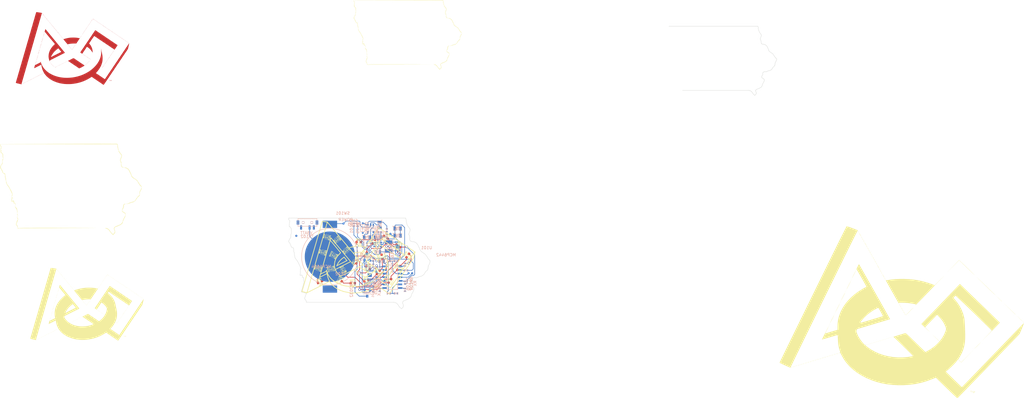
<source format=kicad_pcb>
(kicad_pcb (version 3) (host pcbnew "(2013-may-18)-stable")
  (layers (15 F.Cu signal) (0 B.Cu signal hide) (18 B.Paste user hide) (19 F.Paste user hide) (20 B.SilkS user hide) (21 F.SilkS user) (22 B.Mask user hide) (23 F.Mask user hide) (28 Edge.Cuts user))
  (net 0 "")
  (net 1 /BLUE0)
  (net 2 /BLUE1)
  (net 3 /RED0)
  (net 4 /RED1)
  (net 5 /SEL0)
  (net 6 /SEL1)
  (net 7 /WHITE0)
  (net 8 /WHITE1)
  (net 9 GND)
  (net 10 N-000001)
  (net 11 N-0000010)
  (net 12 N-0000011)
  (net 13 N-0000012)
  (net 14 N-0000013)
  (net 15 N-0000014)
  (net 16 N-0000015)
  (net 17 N-0000019)
  (net 18 N-000002)
  (net 19 N-0000020)
  (net 20 N-0000021)
  (net 21 N-0000022)
  (net 22 N-0000023)
  (net 23 N-0000024)
  (net 24 N-0000026)
  (net 25 N-0000027)
  (net 26 N-0000028)
  (net 27 N-0000029)
  (net 28 N-000003)
  (net 29 N-0000030)
  (net 30 N-0000032)
  (net 31 N-0000033)
  (net 32 N-0000034)
  (net 33 N-0000035)
  (net 34 N-0000036)
  (net 35 N-0000037)
  (net 36 N-0000038)
  (net 37 N-000004)
  (net 38 N-0000040)
  (net 39 N-0000041)
  (net 40 N-0000042)
  (net 41 N-0000043)
  (net 42 N-0000044)
  (net 43 N-0000045)
  (net 44 N-0000046)
  (net 45 N-0000047)
  (net 46 N-0000048)
  (net 47 N-0000049)
  (net 48 N-000005)
  (net 49 N-0000050)
  (module LED-0603 (layer F.Cu) (at 177.9778 154.3812 310)
    (fp_text reference D105 (at 0 -1.016 310) (layer F.SilkS) (effects (font (size 0.508 0.508) (thickness 0.127))))
    (fp_text value RED (at 0 1.016 310) (layer F.SilkS) (effects (font (size 0.508 0.508) (thickness 0.127))))
    (pad 1 smd rect (at -0.7493 0 310) (size 0.79756 0.79756) (layers F.Cu F.Paste F.Mask) (net 46 N-0000048))
    (pad 2 smd rect (at 0.7493 0 310) (size 0.79756 0.79756) (layers F.Cu F.Paste F.Mask) (net 35 N-0000037))
  )
  (module LED-0603 (layer F.Cu) (at 176.8348 159.766 240)
    (fp_text reference D110 (at 0 -1.016 240) (layer F.SilkS) (effects (font (size 0.508 0.508) (thickness 0.127))))
    (fp_text value WHITE (at 0 1.016 240) (layer F.SilkS) (effects (font (size 0.508 0.508) (thickness 0.127))))
    (pad 1 smd rect (at -0.7493 0 240) (size 0.79756 0.79756) (layers F.Cu F.Paste F.Mask) (net 46 N-0000048))
    (pad 2 smd rect (at 0.7493 0 240) (size 0.79756 0.79756) (layers F.Cu F.Paste F.Mask) (net 47 N-0000049))
  )
  (module LED-0603 (layer F.Cu) (at 175.8442 164.6174 280)
    (fp_text reference D112 (at 0 -1.016 280) (layer F.SilkS) (effects (font (size 0.508 0.508) (thickness 0.127))))
    (fp_text value WHITE (at 0 1.016 280) (layer F.SilkS) (effects (font (size 0.508 0.508) (thickness 0.127))))
    (pad 1 smd rect (at -0.7493 0 280) (size 0.79756 0.79756) (layers F.Cu F.Paste F.Mask) (net 47 N-0000049))
    (pad 2 smd rect (at 0.7493 0 280) (size 0.79756 0.79756) (layers F.Cu F.Paste F.Mask) (net 39 N-0000041))
  )
  (module LED-0603 (layer F.Cu) (at 179.07 168.5544 150)
    (fp_text reference D111 (at 0 -1.016 150) (layer F.SilkS) (effects (font (size 0.508 0.508) (thickness 0.127))))
    (fp_text value WHITE (at 0 1.016 150) (layer F.SilkS) (effects (font (size 0.508 0.508) (thickness 0.127))))
    (pad 1 smd rect (at -0.7493 0 150) (size 0.79756 0.79756) (layers F.Cu F.Paste F.Mask) (net 31 N-0000033))
    (pad 2 smd rect (at 0.7493 0 150) (size 0.79756 0.79756) (layers F.Cu F.Paste F.Mask) (net 39 N-0000041))
  )
  (module LED-0603 (layer F.Cu) (at 185.7248 155.1432)
    (fp_text reference D113 (at 0 -1.016) (layer F.SilkS) (effects (font (size 0.508 0.508) (thickness 0.127))))
    (fp_text value WHITE (at 0 1.016) (layer F.SilkS) (effects (font (size 0.508 0.508) (thickness 0.127))))
    (pad 1 smd rect (at -0.7493 0) (size 0.79756 0.79756) (layers F.Cu F.Paste F.Mask) (net 45 N-0000047))
    (pad 2 smd rect (at 0.7493 0) (size 0.79756 0.79756) (layers F.Cu F.Paste F.Mask) (net 23 N-0000024))
  )
  (module LED-0603 (layer F.Cu) (at 188.4172 168.7322 20)
    (fp_text reference D114 (at 0 -1.016 20) (layer F.SilkS) (effects (font (size 0.508 0.508) (thickness 0.127))))
    (fp_text value WHITE (at 0 1.016 20) (layer F.SilkS) (effects (font (size 0.508 0.508) (thickness 0.127))))
    (pad 1 smd rect (at -0.7493 0 20) (size 0.79756 0.79756) (layers F.Cu F.Paste F.Mask) (net 46 N-0000048))
    (pad 2 smd rect (at 0.7493 0 20) (size 0.79756 0.79756) (layers F.Cu F.Paste F.Mask) (net 26 N-0000028))
  )
  (module LED-0603 (layer F.Cu) (at 192.659 165.7604 50)
    (fp_text reference D116 (at 0 -1.016 50) (layer F.SilkS) (effects (font (size 0.508 0.508) (thickness 0.127))))
    (fp_text value WHITE (at 0 1.016 50) (layer F.SilkS) (effects (font (size 0.508 0.508) (thickness 0.127))))
    (pad 1 smd rect (at -0.7493 0 50) (size 0.79756 0.79756) (layers F.Cu F.Paste F.Mask) (net 26 N-0000028))
    (pad 2 smd rect (at 0.7493 0 50) (size 0.79756 0.79756) (layers F.Cu F.Paste F.Mask) (net 40 N-0000042))
  )
  (module LED-0603 (layer F.Cu) (at 193.929 160.3248 280)
    (fp_text reference D115 (at 0 -1.016 280) (layer F.SilkS) (effects (font (size 0.508 0.508) (thickness 0.127))))
    (fp_text value WHITE (at 0 1.016 280) (layer F.SilkS) (effects (font (size 0.508 0.508) (thickness 0.127))))
    (pad 1 smd rect (at -0.7493 0 280) (size 0.79756 0.79756) (layers F.Cu F.Paste F.Mask) (net 23 N-0000024))
    (pad 2 smd rect (at 0.7493 0 280) (size 0.79756 0.79756) (layers F.Cu F.Paste F.Mask) (net 40 N-0000042))
  )
  (module LED-0603 (layer F.Cu) (at 199.8472 164.2364 55)
    (fp_text reference D118 (at 0 -1.016 55) (layer F.SilkS) (effects (font (size 0.508 0.508) (thickness 0.127))))
    (fp_text value BLUE (at 0 1.016 55) (layer F.SilkS) (effects (font (size 0.508 0.508) (thickness 0.127))))
    (pad 1 smd rect (at -0.7493 0 55) (size 0.79756 0.79756) (layers F.Cu F.Paste F.Mask) (net 45 N-0000047))
    (pad 2 smd rect (at 0.7493 0 55) (size 0.79756 0.79756) (layers F.Cu F.Paste F.Mask) (net 49 N-0000050))
  )
  (module LED-0603 (layer F.Cu) (at 203.0222 159.8676 55)
    (fp_text reference D120 (at 0 -1.016 55) (layer F.SilkS) (effects (font (size 0.508 0.508) (thickness 0.127))))
    (fp_text value BLUE (at 0 1.016 55) (layer F.SilkS) (effects (font (size 0.508 0.508) (thickness 0.127))))
    (pad 1 smd rect (at -0.7493 0 55) (size 0.79756 0.79756) (layers F.Cu F.Paste F.Mask) (net 49 N-0000050))
    (pad 2 smd rect (at 0.7493 0 55) (size 0.79756 0.79756) (layers F.Cu F.Paste F.Mask) (net 33 N-0000035))
  )
  (module LED-0603 (layer F.Cu) (at 188.976 164.1602 145)
    (fp_text reference D119 (at 0 -1.016 145) (layer F.SilkS) (effects (font (size 0.508 0.508) (thickness 0.127))))
    (fp_text value BLUE (at 0 1.016 145) (layer F.SilkS) (effects (font (size 0.508 0.508) (thickness 0.127))))
    (pad 1 smd rect (at -0.7493 0 145) (size 0.79756 0.79756) (layers F.Cu F.Paste F.Mask) (net 32 N-0000034))
    (pad 2 smd rect (at 0.7493 0 145) (size 0.79756 0.79756) (layers F.Cu F.Paste F.Mask) (net 43 N-0000045))
  )
  (module LED-0603 (layer F.Cu) (at 191.008 154.9146 235)
    (fp_text reference D121 (at 0 -1.016 235) (layer F.SilkS) (effects (font (size 0.508 0.508) (thickness 0.127))))
    (fp_text value BLUE (at 0 1.016 235) (layer F.SilkS) (effects (font (size 0.508 0.508) (thickness 0.127))))
    (pad 1 smd rect (at -0.7493 0 235) (size 0.79756 0.79756) (layers F.Cu F.Paste F.Mask) (net 45 N-0000047))
    (pad 2 smd rect (at 0.7493 0 235) (size 0.79756 0.79756) (layers F.Cu F.Paste F.Mask) (net 41 N-0000043))
  )
  (module LED-0603 (layer F.Cu) (at 180.1114 164.8206 205)
    (fp_text reference D108 (at 0 -1.016 205) (layer F.SilkS) (effects (font (size 0.508 0.508) (thickness 0.127))))
    (fp_text value RED (at 0 1.016 205) (layer F.SilkS) (effects (font (size 0.508 0.508) (thickness 0.127))))
    (pad 1 smd rect (at -0.7493 0 205) (size 0.79756 0.79756) (layers F.Cu F.Paste F.Mask) (net 30 N-0000032))
    (pad 2 smd rect (at 0.7493 0 205) (size 0.79756 0.79756) (layers F.Cu F.Paste F.Mask) (net 38 N-0000040))
  )
  (module LED-0603 (layer F.Cu) (at 173.0248 158.6992 255)
    (fp_text reference D103 (at 0 -1.016 255) (layer F.SilkS) (effects (font (size 0.508 0.508) (thickness 0.127))))
    (fp_text value RED (at 0 1.016 255) (layer F.SilkS) (effects (font (size 0.508 0.508) (thickness 0.127))))
    (pad 1 smd rect (at -0.7493 0 255) (size 0.79756 0.79756) (layers F.Cu F.Paste F.Mask) (net 34 N-0000036))
    (pad 2 smd rect (at 0.7493 0 255) (size 0.79756 0.79756) (layers F.Cu F.Paste F.Mask) (net 43 N-0000045))
  )
  (module LED-0603 (layer F.Cu) (at 172.0596 169.2148 25)
    (fp_text reference D104 (at 0 -1.016 25) (layer F.SilkS) (effects (font (size 0.508 0.508) (thickness 0.127))))
    (fp_text value RED (at 0 1.016 25) (layer F.SilkS) (effects (font (size 0.508 0.508) (thickness 0.127))))
    (pad 1 smd rect (at -0.7493 0 25) (size 0.79756 0.79756) (layers F.Cu F.Paste F.Mask) (net 36 N-0000038))
    (pad 2 smd rect (at 0.7493 0 25) (size 0.79756 0.79756) (layers F.Cu F.Paste F.Mask) (net 33 N-0000035))
  )
  (module LED-0603 (layer F.Cu) (at 196.6976 168.8084 235)
    (fp_text reference D117 (at 0 -1.016 235) (layer F.SilkS) (effects (font (size 0.508 0.508) (thickness 0.127))))
    (fp_text value BLUE (at 0 1.016 235) (layer F.SilkS) (effects (font (size 0.508 0.508) (thickness 0.127))))
    (pad 1 smd rect (at -0.7493 0 235) (size 0.79756 0.79756) (layers F.Cu F.Paste F.Mask) (net 45 N-0000047))
    (pad 2 smd rect (at 0.7493 0 235) (size 0.79756 0.79756) (layers F.Cu F.Paste F.Mask) (net 32 N-0000034))
  )
  (module LED-0603 (layer F.Cu) (at 174.4472 153.3144 255)
    (fp_text reference D101 (at 0 -1.016 255) (layer F.SilkS) (effects (font (size 0.508 0.508) (thickness 0.127))))
    (fp_text value RED (at 0 1.016 255) (layer F.SilkS) (effects (font (size 0.508 0.508) (thickness 0.127))))
    (pad 1 smd rect (at -0.7493 0 255) (size 0.79756 0.79756) (layers F.Cu F.Paste F.Mask) (net 46 N-0000048))
    (pad 2 smd rect (at 0.7493 0 255) (size 0.79756 0.79756) (layers F.Cu F.Paste F.Mask) (net 34 N-0000036))
  )
  (module LED-0603 (layer F.Cu) (at 181.2544 158.115 310)
    (fp_text reference D107 (at 0 -1.016 310) (layer F.SilkS) (effects (font (size 0.508 0.508) (thickness 0.127))))
    (fp_text value RED (at 0 1.016 310) (layer F.SilkS) (effects (font (size 0.508 0.508) (thickness 0.127))))
    (pad 1 smd rect (at -0.7493 0 310) (size 0.79756 0.79756) (layers F.Cu F.Paste F.Mask) (net 35 N-0000037))
    (pad 2 smd rect (at 0.7493 0 310) (size 0.79756 0.79756) (layers F.Cu F.Paste F.Mask) (net 42 N-0000044))
  )
  (module LED-0603 (layer F.Cu) (at 183.6166 169.5958 180)
    (fp_text reference D109 (at 0 -1.016 180) (layer F.SilkS) (effects (font (size 0.508 0.508) (thickness 0.127))))
    (fp_text value WHITE (at 0 1.016 180) (layer F.SilkS) (effects (font (size 0.508 0.508) (thickness 0.127))))
    (pad 1 smd rect (at -0.7493 0 180) (size 0.79756 0.79756) (layers F.Cu F.Paste F.Mask) (net 45 N-0000047))
    (pad 2 smd rect (at 0.7493 0 180) (size 0.79756 0.79756) (layers F.Cu F.Paste F.Mask) (net 31 N-0000033))
  )
  (module LED-0603 (layer F.Cu) (at 195.2752 153.3906 325)
    (fp_text reference D122 (at 0 -1.016 325) (layer F.SilkS) (effects (font (size 0.508 0.508) (thickness 0.127))))
    (fp_text value BLUE (at 0 1.016 325) (layer F.SilkS) (effects (font (size 0.508 0.508) (thickness 0.127))))
    (pad 1 smd rect (at -0.7493 0 325) (size 0.79756 0.79756) (layers F.Cu F.Paste F.Mask) (net 45 N-0000047))
    (pad 2 smd rect (at 0.7493 0 325) (size 0.79756 0.79756) (layers F.Cu F.Paste F.Mask) (net 44 N-0000046))
  )
  (module LED-0603 (layer F.Cu) (at 199.6948 156.464 325)
    (fp_text reference D124 (at 0 -1.016 325) (layer F.SilkS) (effects (font (size 0.508 0.508) (thickness 0.127))))
    (fp_text value BLUE (at 0 1.016 325) (layer F.SilkS) (effects (font (size 0.508 0.508) (thickness 0.127))))
    (pad 1 smd rect (at -0.7493 0 325) (size 0.79756 0.79756) (layers F.Cu F.Paste F.Mask) (net 44 N-0000046))
    (pad 2 smd rect (at 0.7493 0 325) (size 0.79756 0.79756) (layers F.Cu F.Paste F.Mask) (net 38 N-0000040))
  )
  (module LED-0603 (layer F.Cu) (at 184.404 162.052 310)
    (fp_text reference D106 (at 0 -1.016 310) (layer F.SilkS) (effects (font (size 0.508 0.508) (thickness 0.127))))
    (fp_text value RED (at 0 1.016 310) (layer F.SilkS) (effects (font (size 0.508 0.508) (thickness 0.127))))
    (pad 1 smd rect (at -0.7493 0 310) (size 0.79756 0.79756) (layers F.Cu F.Paste F.Mask) (net 46 N-0000048))
    (pad 2 smd rect (at 0.7493 0 310) (size 0.79756 0.79756) (layers F.Cu F.Paste F.Mask) (net 30 N-0000032))
  )
  (module LED-0603 (layer F.Cu) (at 188.1378 159.4104 235)
    (fp_text reference D123 (at 0 -1.016 235) (layer F.SilkS) (effects (font (size 0.508 0.508) (thickness 0.127))))
    (fp_text value BLUE (at 0 1.016 235) (layer F.SilkS) (effects (font (size 0.508 0.508) (thickness 0.127))))
    (pad 1 smd rect (at -0.7493 0 235) (size 0.79756 0.79756) (layers F.Cu F.Paste F.Mask) (net 41 N-0000043))
    (pad 2 smd rect (at 0.7493 0 235) (size 0.79756 0.79756) (layers F.Cu F.Paste F.Mask) (net 42 N-0000044))
  )
  (module LED-0603 (layer F.Cu) (at 171.3738 164.3634 255)
    (fp_text reference D102 (at 0 -1.016 255) (layer F.SilkS) (effects (font (size 0.508 0.508) (thickness 0.127))))
    (fp_text value RED (at 0 1.016 255) (layer F.SilkS) (effects (font (size 0.508 0.508) (thickness 0.127))))
    (pad 1 smd rect (at -0.7493 0 255) (size 0.79756 0.79756) (layers F.Cu F.Paste F.Mask) (net 46 N-0000048))
    (pad 2 smd rect (at 0.7493 0 255) (size 0.79756 0.79756) (layers F.Cu F.Paste F.Mask) (net 36 N-0000038))
  )
  (module iowa_small (layer F.Cu) (at 202.9714 81.9912)
    (fp_text reference VAL hide)
    (fp_text value REF hide)
  )
  (module iowa_50mm (layer F.Cu) (at 84.1248 136.5504)
    (fp_text reference VAL hide)
    (fp_text value REF hide)
  )
  (module LOGO (layer F.Cu) (at 377.3424 179.832)
    (fp_text reference G*** hide)
    (fp_text value LOGO hide)
  )
  (module first_rotate_resize (layer F.Cu) (at 89.789 177.038)
    (fp_text reference VAL hide)
    (fp_text value REF hide)
  )
  (module first_color (layer F.Cu) (at 84.6836 86.7664)
    (fp_text reference VAL hide)
    (fp_text value REF hide)
    (fp_poly (pts (xy 20.0152 -1.75006) (xy 20.00758 -1.68148) (xy 19.98218 -1.55194) (xy 19.95678 -1.4351) (xy 19.92884 -1.31064) (xy 19.9136 -1.2319) (xy 19.87804 -1.02108) (xy 19.83486 -0.83566) (xy 19.81454 -0.75946) (xy 19.76882 -0.58928) (xy 19.73834 -0.43688) (xy 19.71802 -0.30226) (xy 19.69008 -0.18288) (xy 19.65452 -0.09144) (xy 19.62912 -0.02032) (xy 19.63166 0.00762) (xy 19.6342 0.06096) (xy 19.60118 0.1524) (xy 19.5453 0.25654) (xy 19.48434 0.35052) (xy 19.44878 0.38608) (xy 19.39544 0.44958) (xy 19.38274 0.49022) (xy 19.3675 0.53086) (xy 19.31416 0.62484) (xy 19.23288 0.75692) (xy 19.13128 0.90678) (xy 19.02206 1.06426) (xy 18.91538 1.21158) (xy 18.8341 1.31826) (xy 18.77568 1.40462) (xy 18.74774 1.46304) (xy 18.74774 1.46558) (xy 18.72234 1.51638) (xy 18.65376 1.59258) (xy 18.64614 1.6002) (xy 18.57502 1.67386) (xy 18.54454 1.7272) (xy 18.54454 1.73228) (xy 18.52168 1.78054) (xy 18.46072 1.8796) (xy 18.37436 2.01676) (xy 18.27022 2.1717) (xy 18.161 2.33172) (xy 18.05178 2.48158) (xy 18.05178 2.48158) (xy 17.9705 2.59588) (xy 17.90954 2.69494) (xy 17.89176 2.72796) (xy 17.83334 2.8194) (xy 17.76984 2.88798) (xy 17.7038 2.96164) (xy 17.68348 3.01498) (xy 17.653 3.07594) (xy 17.59966 3.13944) (xy 17.54632 3.19786) (xy 17.53616 3.23088) (xy 17.52092 3.27152) (xy 17.46758 3.36296) (xy 17.38376 3.49504) (xy 17.27708 3.65252) (xy 17.1577 3.8227) (xy 17.03578 3.99034) (xy 17.01546 4.01574) (xy 16.93672 4.12496) (xy 16.8783 4.22402) (xy 16.8656 4.24688) (xy 16.80718 4.33578) (xy 16.74368 4.4069) (xy 16.68018 4.48056) (xy 16.65478 4.53898) (xy 16.63446 4.59486) (xy 16.5735 4.699) (xy 16.4846 4.83616) (xy 16.37792 4.9911) (xy 16.2687 5.14858) (xy 16.16456 5.28828) (xy 16.10614 5.3594) (xy 16.0401 5.45084) (xy 16.002 5.51434) (xy 15.99946 5.52704) (xy 15.97406 5.57784) (xy 15.90548 5.65404) (xy 15.89786 5.66166) (xy 15.82674 5.73786) (xy 15.79372 5.79374) (xy 15.79372 5.79628) (xy 15.7734 5.84454) (xy 15.71244 5.9436) (xy 15.62608 6.0833) (xy 15.5194 6.24586) (xy 15.51686 6.24586) (xy 15.4051 6.4135) (xy 15.30604 6.56082) (xy 15.23238 6.67512) (xy 15.19428 6.73354) (xy 15.13332 6.82244) (xy 15.0622 6.90626) (xy 14.9987 6.985) (xy 14.97584 7.04342) (xy 14.94536 7.0993) (xy 14.89202 7.16026) (xy 14.83106 7.22884) (xy 14.81074 7.2771) (xy 14.78788 7.33044) (xy 14.72946 7.43204) (xy 14.64564 7.55904) (xy 14.62278 7.58952) (xy 14.52626 7.73176) (xy 14.43736 7.8613) (xy 14.3764 7.9502) (xy 14.37132 7.96036) (xy 14.29512 8.06196) (xy 14.20368 8.17118) (xy 14.20114 8.17372) (xy 14.14272 8.24738) (xy 14.12748 8.28548) (xy 14.13256 8.28802) (xy 14.13256 8.31342) (xy 14.0843 8.37692) (xy 14.06398 8.39978) (xy 13.97 8.51662) (xy 13.8938 8.64362) (xy 13.89126 8.64362) (xy 13.82776 8.75538) (xy 13.74394 8.89) (xy 13.69314 8.96366) (xy 13.60932 9.08558) (xy 13.54074 9.18972) (xy 13.5128 9.23544) (xy 13.45184 9.32688) (xy 13.39342 9.39546) (xy 13.31976 9.4869) (xy 13.27404 9.55294) (xy 13.22832 9.63168) (xy 13.15212 9.74344) (xy 13.10894 9.80948) (xy 13.04036 9.91362) (xy 12.99464 9.98982) (xy 12.98702 10.01014) (xy 12.96162 10.05332) (xy 12.90574 10.14476) (xy 12.82446 10.26668) (xy 12.73302 10.39622) (xy 12.64412 10.51814) (xy 12.573 10.61466) (xy 12.56284 10.62482) (xy 12.50188 10.71118) (xy 12.4714 10.77214) (xy 12.4714 10.77722) (xy 12.44346 10.83056) (xy 12.37742 10.90422) (xy 12.3698 10.91438) (xy 12.29868 10.99312) (xy 12.2682 11.05408) (xy 12.2682 11.05916) (xy 12.23772 11.12266) (xy 12.20216 11.16076) (xy 12.14374 11.23188) (xy 12.0777 11.3411) (xy 12.05484 11.38936) (xy 11.9888 11.51128) (xy 11.91514 11.61034) (xy 11.89482 11.6332) (xy 11.83386 11.70432) (xy 11.81608 11.75258) (xy 11.78814 11.811) (xy 11.71956 11.88974) (xy 11.71448 11.89736) (xy 11.64336 11.9761) (xy 11.61034 12.03706) (xy 11.61034 12.0396) (xy 11.5824 12.09802) (xy 11.51382 12.17676) (xy 11.50874 12.18438) (xy 11.43762 12.26312) (xy 11.4046 12.32408) (xy 11.4046 12.32916) (xy 11.37666 12.39012) (xy 11.3284 12.446) (xy 11.26236 12.52474) (xy 11.19378 12.64158) (xy 11.176 12.67714) (xy 11.10488 12.7889) (xy 11.02868 12.83208) (xy 10.922 12.8143) (xy 10.91438 12.80922) (xy 10.84834 12.7762) (xy 10.74166 12.70762) (xy 10.61466 12.62126) (xy 10.61212 12.61872) (xy 10.48004 12.52728) (xy 10.36574 12.45108) (xy 10.29208 12.40536) (xy 10.20318 12.3444) (xy 10.11936 12.27074) (xy 10.04062 12.20978) (xy 9.98474 12.18438) (xy 9.92886 12.15644) (xy 9.85266 12.0904) (xy 9.84504 12.08278) (xy 9.7663 12.01166) (xy 9.70534 11.97864) (xy 9.7028 11.97864) (xy 9.64184 11.95324) (xy 9.57834 11.89736) (xy 9.51992 11.84148) (xy 9.48436 11.83386) (xy 9.44626 11.81862) (xy 9.35736 11.76782) (xy 9.2329 11.68654) (xy 9.16178 11.63828) (xy 9.01446 11.53668) (xy 8.88492 11.45032) (xy 8.79602 11.3919) (xy 8.77316 11.3792) (xy 8.68172 11.31824) (xy 8.60298 11.25474) (xy 8.48614 11.1633) (xy 8.3439 11.0617) (xy 8.19658 10.96264) (xy 8.07466 10.89152) (xy 8.03656 10.87374) (xy 7.94766 10.82294) (xy 7.83082 10.7442) (xy 7.75462 10.68578) (xy 7.64032 10.60196) (xy 7.54634 10.53846) (xy 7.50824 10.51814) (xy 7.43204 10.46988) (xy 7.35584 10.40892) (xy 7.25932 10.33018) (xy 7.18566 10.28192) (xy 7.10692 10.23112) (xy 6.99262 10.15746) (xy 6.93928 10.1219) (xy 6.83514 10.0584) (xy 6.77418 10.03554) (xy 6.72592 10.05078) (xy 6.69798 10.07618) (xy 6.62178 10.1346) (xy 6.5024 10.21588) (xy 6.36016 10.30986) (xy 6.20776 10.40384) (xy 6.06552 10.48766) (xy 5.95122 10.5537) (xy 5.88518 10.58418) (xy 5.87756 10.58418) (xy 5.8293 10.60704) (xy 5.82422 10.62228) (xy 5.7912 10.66038) (xy 5.70484 10.71626) (xy 5.63118 10.75436) (xy 5.48386 10.83056) (xy 5.33908 10.9093) (xy 5.29336 10.93724) (xy 5.17144 11.00074) (xy 5.05968 11.05154) (xy 5.04698 11.05662) (xy 4.96062 11.08964) (xy 4.92252 11.1125) (xy 4.86918 11.14806) (xy 4.7625 11.20394) (xy 4.61772 11.27252) (xy 4.46024 11.34364) (xy 4.3053 11.40968) (xy 4.17576 11.46048) (xy 4.09448 11.48588) (xy 4.08178 11.48588) (xy 4.0259 11.50874) (xy 4.02082 11.52906) (xy 3.98526 11.55954) (xy 3.91668 11.5697) (xy 3.84048 11.5824) (xy 3.81508 11.61034) (xy 3.77952 11.64082) (xy 3.71348 11.65098) (xy 3.62712 11.66622) (xy 3.58902 11.69162) (xy 3.53314 11.72464) (xy 3.4671 11.73226) (xy 3.38074 11.75004) (xy 3.34518 11.77544) (xy 3.28676 11.80592) (xy 3.21818 11.81608) (xy 3.14198 11.82878) (xy 3.11658 11.85672) (xy 3.08102 11.88466) (xy 2.9972 11.89736) (xy 2.90322 11.91006) (xy 2.85242 11.93546) (xy 2.80162 11.9634) (xy 2.70002 11.99388) (xy 2.65684 12.0015) (xy 2.54 12.0269) (xy 2.45618 12.0523) (xy 2.44094 12.05992) (xy 2.37998 12.08532) (xy 2.26568 12.11072) (xy 2.19456 12.12088) (xy 2.07264 12.14374) (xy 1.98882 12.16914) (xy 1.9685 12.18184) (xy 1.92532 12.19454) (xy 1.81356 12.21994) (xy 1.651 12.25296) (xy 1.4478 12.2936) (xy 1.22174 12.33424) (xy 0.98552 12.37742) (xy 0.75438 12.41806) (xy 0.53848 12.45362) (xy 0.35814 12.48156) (xy 0.22352 12.50188) (xy 0.14986 12.5095) (xy 0.14224 12.50696) (xy 0.07874 12.50696) (xy -0.03048 12.51712) (xy -0.09144 12.52728) (xy -0.3556 12.55776) (xy -0.68072 12.58062) (xy -1.05664 12.59332) (xy -1.45796 12.59586) (xy -1.86944 12.59078) (xy -2.27076 12.57808) (xy -2.65176 12.55522) (xy -2.98704 12.52474) (xy -3.2004 12.49426) (xy -3.302 12.47902) (xy -3.4417 12.46124) (xy -3.50774 12.45362) (xy -3.63982 12.4333) (xy -3.80746 12.40536) (xy -3.98018 12.37234) (xy -4.11988 12.3444) (xy -4.18338 12.32662) (xy -4.24688 12.31392) (xy -4.3561 12.2936) (xy -4.48056 12.27074) (xy -4.58978 12.25042) (xy -4.60248 12.25042) (xy -4.72694 12.21486) (xy -4.80822 12.18184) (xy -4.88442 12.14374) (xy -4.92252 12.13358) (xy -4.98602 12.1285) (xy -5.1054 12.09802) (xy -5.26542 12.0523) (xy -5.4483 11.99642) (xy -5.63118 11.93546) (xy -5.79882 11.8745) (xy -5.93344 11.8237) (xy -5.99948 11.79068) (xy -6.08076 11.75004) (xy -6.1214 11.7348) (xy -6.16966 11.72464) (xy -6.26364 11.69162) (xy -6.3754 11.6459) (xy -6.47446 11.59764) (xy -6.4897 11.59002) (xy -6.58622 11.5443) (xy -6.65734 11.52906) (xy -6.73354 11.49858) (xy -6.7691 11.4681) (xy -6.82498 11.42492) (xy -6.85292 11.42492) (xy -6.89864 11.41476) (xy -6.9342 11.38428) (xy -7.00786 11.33094) (xy -7.0485 11.32332) (xy -7.13232 11.29792) (xy -7.1755 11.26744) (xy -7.2517 11.2141) (xy -7.36346 11.14552) (xy -7.42442 11.1125) (xy -7.57682 11.0236) (xy -7.73938 10.92454) (xy -7.79018 10.89152) (xy -7.90956 10.81024) (xy -8.01116 10.74674) (xy -8.04926 10.72134) (xy -8.13308 10.66292) (xy -8.2296 10.5791) (xy -8.2423 10.56894) (xy -8.32358 10.50036) (xy -8.37946 10.46226) (xy -8.38708 10.46226) (xy -8.4328 10.43178) (xy -8.4963 10.36066) (xy -8.49884 10.35812) (xy -8.56742 10.287) (xy -8.61314 10.25652) (xy -8.65886 10.23112) (xy -8.74268 10.16) (xy -8.8519 10.06094) (xy -8.86206 10.05078) (xy -8.97128 9.95172) (xy -9.06018 9.87806) (xy -9.11098 9.84504) (xy -9.11098 9.84504) (xy -9.14908 9.8171) (xy -9.14908 9.80948) (xy -9.17448 9.75868) (xy -9.23544 9.68248) (xy -9.24052 9.67486) (xy -9.398 9.4996) (xy -9.55548 9.3091) (xy -9.7282 9.08304) (xy -9.8806 8.87984) (xy -9.9822 8.75792) (xy -10.06856 8.68934) (xy -10.10412 8.68172) (xy -10.14476 8.68172) (xy -10.11428 8.66902) (xy -10.0711 8.62838) (xy -10.05078 8.5598) (xy -10.06348 8.50392) (xy -10.08888 8.49122) (xy -10.12444 8.4582) (xy -10.14984 8.38962) (xy -10.18286 8.31342) (xy -10.21334 8.28802) (xy -10.24636 8.24992) (xy -10.27684 8.1661) (xy -10.27684 8.16356) (xy -10.30732 8.0772) (xy -10.34034 8.04164) (xy -10.34288 8.04164) (xy -10.3759 8.00862) (xy -10.38098 7.97814) (xy -10.39876 7.88924) (xy -10.41908 7.84606) (xy -10.49528 7.68858) (xy -10.56894 7.50062) (xy -10.63752 7.31012) (xy -10.68324 7.1374) (xy -10.70864 7.01294) (xy -10.70864 6.99262) (xy -10.7188 6.91642) (xy -10.74166 6.89356) (xy -10.75944 6.85292) (xy -10.78992 6.74878) (xy -10.82294 6.59384) (xy -10.8585 6.4008) (xy -10.86866 6.34746) (xy -10.90422 6.1468) (xy -10.93724 5.97408) (xy -10.96264 5.84454) (xy -10.98042 5.7785) (xy -10.98296 5.77342) (xy -11.02614 5.76834) (xy -11.10996 5.79882) (xy -11.10996 5.79882) (xy -11.22172 5.8547) (xy -11.3538 5.9182) (xy -11.38428 5.93344) (xy -11.48842 5.98424) (xy -11.557 6.02488) (xy -11.5697 6.03504) (xy -11.6205 6.06552) (xy -11.69162 6.09346) (xy -11.77798 6.12394) (xy -11.81608 6.14934) (xy -11.86688 6.18236) (xy -11.96848 6.23824) (xy -12.09802 6.30428) (xy -12.2301 6.36778) (xy -12.3444 6.41604) (xy -12.41552 6.4389) (xy -12.42314 6.44144) (xy -12.46886 6.4643) (xy -12.4714 6.477) (xy -12.50696 6.51256) (xy -12.5857 6.54304) (xy -12.67206 6.57352) (xy -12.71778 6.59892) (xy -12.76096 6.62686) (xy -12.86256 6.68274) (xy -13.00226 6.75894) (xy -13.1191 6.81736) (xy -13.28674 6.90118) (xy -13.39596 6.94944) (xy -13.45692 6.96976) (xy -13.47978 6.9596) (xy -13.47978 6.92404) (xy -13.47724 6.91896) (xy -13.45692 6.82498) (xy -13.42898 6.6929) (xy -13.41628 6.63194) (xy -13.37818 6.46684) (xy -13.32738 6.29666) (xy -13.31468 6.25602) (xy -13.2715 6.1214) (xy -13.24102 6.00202) (xy -13.2334 5.97154) (xy -13.21054 5.87502) (xy -13.19022 5.82676) (xy -13.16228 5.7531) (xy -13.14958 5.7023) (xy -13.11148 5.59816) (xy -13.08608 5.5499) (xy -13.05306 5.50164) (xy -13.05814 5.52958) (xy -13.0683 5.56006) (xy -13.09878 5.6642) (xy -13.10894 5.71246) (xy -13.13688 5.79882) (xy -13.14958 5.82422) (xy -13.1572 5.86232) (xy -13.15212 5.8674) (xy -13.0937 5.84708) (xy -12.9921 5.8039) (xy -12.88288 5.74548) (xy -12.79398 5.69468) (xy -12.76604 5.67182) (xy -12.67968 5.6261) (xy -12.6365 5.62102) (xy -12.56538 5.60578) (xy -12.5476 5.59054) (xy -12.50442 5.55498) (xy -12.41298 5.50418) (xy -12.3698 5.48132) (xy -12.25296 5.42544) (xy -12.16152 5.37972) (xy -12.14374 5.36956) (xy -12.03706 5.31368) (xy -11.9126 5.25272) (xy -11.79576 5.20192) (xy -11.71448 5.17398) (xy -11.69924 5.1689) (xy -11.64844 5.14096) (xy -11.64336 5.13334) (xy -11.60272 5.10032) (xy -11.5062 5.04444) (xy -11.38682 4.98602) (xy -11.26998 4.9276) (xy -11.19632 4.8768) (xy -11.18616 4.84886) (xy -11.21918 4.79298) (xy -11.24712 4.68884) (xy -11.2522 4.65582) (xy -11.27506 4.49326) (xy -11.19886 4.65582) (xy -11.15314 4.77774) (xy -11.12266 4.87934) (xy -11.12012 4.9022) (xy -11.10234 5.01142) (xy -11.05408 5.1689) (xy -10.9728 5.37972) (xy -10.85596 5.6515) (xy -10.77468 5.83692) (xy -10.7188 5.96138) (xy -10.67816 6.05282) (xy -10.668 6.09092) (xy -10.64514 6.12902) (xy -10.5918 6.21792) (xy -10.52322 6.3246) (xy -10.44956 6.44144) (xy -10.39622 6.53288) (xy -10.37844 6.57352) (xy -10.35558 6.62432) (xy -10.30732 6.6802) (xy -10.23366 6.7691) (xy -10.15492 6.8707) (xy -10.02284 7.0485) (xy -9.88314 7.21868) (xy -9.78408 7.33044) (xy -9.71042 7.40918) (xy -9.60628 7.52094) (xy -9.53516 7.59714) (xy -9.26592 7.8613) (xy -8.94334 8.1407) (xy -8.59028 8.41502) (xy -8.23214 8.66648) (xy -8.01878 8.8011) (xy -7.83336 8.90778) (xy -7.65048 9.00938) (xy -7.49046 9.09574) (xy -7.36346 9.15924) (xy -7.28726 9.18718) (xy -7.2771 9.18972) (xy -7.20852 9.2202) (xy -7.19836 9.2329) (xy -7.14756 9.271) (xy -7.05104 9.3218) (xy -6.93928 9.36752) (xy -6.84784 9.398) (xy -6.83006 9.40054) (xy -6.77164 9.4234) (xy -6.68528 9.47928) (xy -6.67766 9.48436) (xy -6.60146 9.53008) (xy -6.5659 9.54278) (xy -6.56336 9.54024) (xy -6.53288 9.54024) (xy -6.45414 9.57072) (xy -6.44144 9.57834) (xy -6.36016 9.6139) (xy -6.31952 9.61898) (xy -6.31698 9.61644) (xy -6.28904 9.61644) (xy -6.22554 9.64946) (xy -6.09092 9.7155) (xy -5.92582 9.7663) (xy -5.82422 9.78662) (xy -5.73786 9.80948) (xy -5.66928 9.8425) (xy -5.60324 9.87044) (xy -5.57784 9.8679) (xy -5.5499 9.86536) (xy -5.49656 9.88822) (xy -5.3975 9.9314) (xy -5.34162 9.94664) (xy -5.26034 9.96442) (xy -5.13842 9.99744) (xy -5.08762 10.01014) (xy -4.95554 10.04316) (xy -4.84886 10.0711) (xy -4.82092 10.07872) (xy -4.58724 10.12444) (xy -4.36372 10.16508) (xy -4.18084 10.1981) (xy -4.1656 10.20064) (xy -4.0386 10.21842) (xy -3.93192 10.2362) (xy -3.91668 10.23874) (xy -3.45694 10.30224) (xy -2.93878 10.3505) (xy -2.37998 10.37336) (xy -1.8034 10.37844) (xy -1.23444 10.36066) (xy -0.6858 10.32256) (xy -0.65532 10.32002) (xy -0.47752 10.30224) (xy -0.2921 10.28446) (xy -0.22352 10.27938) (xy -0.0762 10.26414) (xy 0.12192 10.2362) (xy 0.35052 10.1981) (xy 0.59436 10.15746) (xy 0.83312 10.11428) (xy 1.05156 10.0711) (xy 1.23444 10.033) (xy 1.3589 10.00252) (xy 1.39446 9.99236) (xy 1.524 9.95426) (xy 1.68402 9.92124) (xy 1.7526 9.90854) (xy 1.87198 9.88568) (xy 1.95326 9.85774) (xy 1.9685 9.8425) (xy 2.00406 9.81202) (xy 2.05486 9.8044) (xy 2.1463 9.7917) (xy 2.286 9.75868) (xy 2.43586 9.71296) (xy 2.57048 9.66724) (xy 2.63398 9.6393) (xy 2.73812 9.60374) (xy 2.78638 9.6012) (xy 2.86512 9.58088) (xy 2.89306 9.56056) (xy 2.94894 9.52754) (xy 3.01752 9.51738) (xy 3.09372 9.50468) (xy 3.11658 9.47674) (xy 3.15214 9.44626) (xy 3.21818 9.4361) (xy 3.30454 9.42086) (xy 3.34518 9.39546) (xy 3.4036 9.35736) (xy 3.42646 9.35482) (xy 3.4925 9.33704) (xy 3.6068 9.2964) (xy 3.7211 9.2456) (xy 3.97002 9.13384) (xy 4.1529 9.05002) (xy 4.28498 8.9916) (xy 4.37388 8.95096) (xy 4.42976 8.92302) (xy 4.46786 8.9027) (xy 4.4704 8.90016) (xy 4.57708 8.84174) (xy 4.70154 8.78078) (xy 4.81838 8.72998) (xy 4.9022 8.6995) (xy 4.91998 8.69696) (xy 4.96316 8.6741) (xy 4.96316 8.66648) (xy 4.99618 8.63092) (xy 5.08254 8.5725) (xy 5.1562 8.53186) (xy 5.26796 8.4709) (xy 5.4102 8.38708) (xy 5.57276 8.28802) (xy 5.73532 8.18642) (xy 5.88264 8.09244) (xy 5.99694 8.01878) (xy 6.06298 7.97052) (xy 6.0706 7.9629) (xy 6.11378 7.92734) (xy 6.20522 7.8613) (xy 6.31698 7.78764) (xy 6.46176 7.68604) (xy 6.604 7.57682) (xy 6.68274 7.51078) (xy 6.78434 7.4295) (xy 6.87578 7.37108) (xy 6.89864 7.36092) (xy 6.96214 7.3152) (xy 6.97484 7.27964) (xy 6.99516 7.2263) (xy 7.01294 7.22122) (xy 7.06882 7.19074) (xy 7.17042 7.112) (xy 7.30504 6.99008) (xy 7.46506 6.83768) (xy 7.64286 6.66496) (xy 7.82574 6.48208) (xy 8.00354 6.29666) (xy 8.1661 6.1214) (xy 8.3058 5.96392) (xy 8.40994 5.83692) (xy 8.47344 5.74802) (xy 8.4836 5.72262) (xy 8.52678 5.66166) (xy 8.5979 5.60324) (xy 8.66902 5.5372) (xy 8.69696 5.48132) (xy 8.7249 5.41782) (xy 8.78332 5.34924) (xy 8.8646 5.26034) (xy 8.90778 5.18922) (xy 8.95096 5.10794) (xy 9.02208 4.9911) (xy 9.06526 4.92252) (xy 9.15924 4.77012) (xy 9.25576 4.59994) (xy 9.29132 4.5339) (xy 9.3599 4.4069) (xy 9.41324 4.3053) (xy 9.43864 4.2672) (xy 9.47674 4.18846) (xy 9.525 4.07924) (xy 9.56564 3.97764) (xy 9.57834 3.93954) (xy 9.59866 3.89128) (xy 9.64184 3.81508) (xy 9.68756 3.71094) (xy 9.71296 3.6322) (xy 9.74598 3.53822) (xy 9.76884 3.50012) (xy 9.79678 3.4544) (xy 9.78916 3.44678) (xy 9.78408 3.4163) (xy 9.80694 3.36042) (xy 9.85266 3.2512) (xy 9.87044 3.1877) (xy 9.89838 3.0353) (xy 9.92378 2.94132) (xy 9.94918 2.8702) (xy 9.97204 2.82448) (xy 10.0076 2.74828) (xy 10.01522 2.7178) (xy 10.01522 2.67462) (xy 10.033 2.57556) (xy 10.04824 2.49174) (xy 10.08888 2.27076) (xy 10.11936 2.06248) (xy 10.1346 1.83896) (xy 10.14476 1.57988) (xy 10.1473 1.3335) (xy 10.14476 1.06172) (xy 10.13714 0.79756) (xy 10.12444 0.5588) (xy 10.1092 0.35306) (xy 10.08888 0.20066) (xy 10.06856 0.1143) (xy 10.06348 0.10668) (xy 10.0584 0.08382) (xy 10.08126 0.1016) (xy 10.10158 0.15748) (xy 10.13206 0.27432) (xy 10.16762 0.44196) (xy 10.20572 0.64262) (xy 10.21588 0.6985) (xy 10.25144 0.9017) (xy 10.28446 1.07442) (xy 10.3124 1.20142) (xy 10.33272 1.26746) (xy 10.33526 1.27254) (xy 10.3505 1.31572) (xy 10.3759 1.43002) (xy 10.41146 1.6002) (xy 10.4521 1.81356) (xy 10.49782 2.05994) (xy 10.51306 2.14122) (xy 10.56132 2.4384) (xy 10.59942 2.67462) (xy 10.62736 2.8702) (xy 10.64006 3.04546) (xy 10.64768 3.21564) (xy 10.65022 3.40106) (xy 10.64514 3.59664) (xy 10.63752 3.82524) (xy 10.6299 4.03352) (xy 10.61974 4.20878) (xy 10.60958 4.32308) (xy 10.6045 4.34848) (xy 10.58164 4.48056) (xy 10.55878 4.59232) (xy 10.55878 4.59486) (xy 10.53846 4.72186) (xy 10.52576 4.8006) (xy 10.50544 4.89204) (xy 10.46734 5.0292) (xy 10.42416 5.16636) (xy 10.3759 5.31368) (xy 10.34034 5.44322) (xy 10.32002 5.51942) (xy 10.29208 5.61086) (xy 10.24382 5.73532) (xy 10.21842 5.78612) (xy 10.16762 5.90296) (xy 10.13714 5.99694) (xy 10.13206 6.02234) (xy 10.11174 6.096) (xy 10.0584 6.18744) (xy 9.98982 6.30174) (xy 9.92124 6.43382) (xy 9.91362 6.44906) (xy 9.86028 6.55066) (xy 9.81202 6.6167) (xy 9.8044 6.62686) (xy 9.76884 6.68274) (xy 9.76376 6.72592) (xy 9.73328 6.81228) (xy 9.70026 6.85292) (xy 9.6393 6.92658) (xy 9.57834 7.03072) (xy 9.57834 7.03326) (xy 9.52246 7.12978) (xy 9.43864 7.26186) (xy 9.33704 7.40156) (xy 9.3345 7.40664) (xy 9.24052 7.5311) (xy 9.16432 7.64286) (xy 9.12368 7.7089) (xy 9.12114 7.71398) (xy 9.08304 7.7724) (xy 9.00176 7.87908) (xy 8.89 8.0137) (xy 8.763 8.1661) (xy 8.63346 8.3185) (xy 8.51408 8.45312) (xy 8.41502 8.56234) (xy 8.35406 8.6233) (xy 8.35152 8.6233) (xy 8.29564 8.68934) (xy 8.30834 8.72998) (xy 8.38708 8.79602) (xy 8.50138 8.87984) (xy 8.63854 8.97382) (xy 8.7757 9.06272) (xy 8.89254 9.13638) (xy 8.97382 9.1821) (xy 8.99922 9.18972) (xy 9.06526 9.21766) (xy 9.1313 9.27608) (xy 9.2202 9.35482) (xy 9.29132 9.40054) (xy 9.36498 9.44372) (xy 9.48182 9.51992) (xy 9.6012 9.60374) (xy 9.79424 9.74344) (xy 9.9822 9.87806) (xy 10.13968 9.98474) (xy 10.2108 10.03046) (xy 10.28954 10.08126) (xy 10.39114 10.14984) (xy 10.39876 10.15492) (xy 10.5029 10.22096) (xy 10.58418 10.2743) (xy 10.58926 10.27684) (xy 10.66038 10.32256) (xy 10.75944 10.39114) (xy 10.90422 10.48766) (xy 11.09726 10.62482) (xy 11.17346 10.67816) (xy 11.303 10.76706) (xy 11.40206 10.8331) (xy 11.4554 10.86358) (xy 11.46302 10.86358) (xy 11.48588 10.82802) (xy 11.54684 10.73658) (xy 11.63066 10.61212) (xy 11.67384 10.55116) (xy 11.77036 10.40384) (xy 11.85418 10.27684) (xy 11.9126 10.18794) (xy 11.92276 10.16762) (xy 11.98372 10.08126) (xy 12.05484 9.9949) (xy 12.11834 9.9187) (xy 12.14374 9.86028) (xy 12.17168 9.8044) (xy 12.2301 9.73836) (xy 12.30884 9.64692) (xy 12.35202 9.56818) (xy 12.39012 9.49706) (xy 12.46378 9.37768) (xy 12.5603 9.22782) (xy 12.64412 9.10336) (xy 12.75334 8.94334) (xy 12.84986 8.80364) (xy 12.91844 8.69696) (xy 12.94892 8.65124) (xy 13.00988 8.5598) (xy 13.07592 8.48106) (xy 13.15212 8.382) (xy 13.23086 8.26008) (xy 13.23848 8.24738) (xy 13.36802 8.02894) (xy 13.53566 7.77748) (xy 13.66012 7.60984) (xy 13.7414 7.49554) (xy 13.80236 7.39648) (xy 13.82014 7.36346) (xy 13.87856 7.27456) (xy 13.9446 7.20344) (xy 14.0081 7.13232) (xy 14.03096 7.07644) (xy 14.0589 7.01548) (xy 14.11224 6.95452) (xy 14.1732 6.8834) (xy 14.19352 6.83768) (xy 14.21638 6.78434) (xy 14.2748 6.68528) (xy 14.35862 6.55574) (xy 14.3891 6.51002) (xy 14.48562 6.37032) (xy 14.56944 6.24586) (xy 14.62278 6.16204) (xy 14.6304 6.1468) (xy 14.69136 6.0579) (xy 14.76248 5.97662) (xy 14.82598 5.89788) (xy 14.85138 5.83946) (xy 14.87932 5.78104) (xy 14.93266 5.72516) (xy 15.00124 5.64134) (xy 15.0749 5.52196) (xy 15.09522 5.48132) (xy 15.16634 5.35432) (xy 15.2654 5.20446) (xy 15.3416 5.09778) (xy 15.42542 4.98094) (xy 15.48638 4.89204) (xy 15.5067 4.84632) (xy 15.53464 4.79806) (xy 15.60068 4.72694) (xy 15.61084 4.71678) (xy 15.67942 4.64058) (xy 15.71244 4.58216) (xy 15.71244 4.57962) (xy 15.73784 4.5212) (xy 15.79118 4.45516) (xy 15.8623 4.35864) (xy 15.9385 4.2418) (xy 15.94612 4.22402) (xy 16.01724 4.1021) (xy 16.10614 3.95986) (xy 16.14424 3.90144) (xy 16.22298 3.78206) (xy 16.28902 3.68046) (xy 16.31188 3.64236) (xy 16.37538 3.556) (xy 16.4465 3.47218) (xy 16.50746 3.39344) (xy 16.53286 3.33756) (xy 16.5608 3.28422) (xy 16.62684 3.20802) (xy 16.637 3.2004) (xy 16.70558 3.12166) (xy 16.7386 3.0607) (xy 16.7386 3.05562) (xy 16.76654 2.99466) (xy 16.81988 2.9337) (xy 16.87322 2.87274) (xy 16.88338 2.83972) (xy 16.89354 2.79908) (xy 16.94434 2.71018) (xy 17.02054 2.5908) (xy 17.11198 2.45872) (xy 17.20596 2.33172) (xy 17.28978 2.22504) (xy 17.30756 2.20472) (xy 17.36598 2.1336) (xy 17.37868 2.0955) (xy 17.3736 2.09296) (xy 17.3736 2.06756) (xy 17.41932 2.00152) (xy 17.43964 1.97866) (xy 17.54378 1.84912) (xy 17.66062 1.68656) (xy 17.7673 1.52146) (xy 17.83842 1.39446) (xy 17.88922 1.30302) (xy 17.97304 1.18364) (xy 18.03146 1.10744) (xy 18.11782 0.9906) (xy 18.18386 0.88646) (xy 18.20926 0.84074) (xy 18.27022 0.75184) (xy 18.33372 0.68072) (xy 18.39722 0.6096) (xy 18.42008 0.5588) (xy 18.44548 0.50038) (xy 18.49882 0.43434) (xy 18.56994 0.33782) (xy 18.64614 0.22098) (xy 18.65376 0.20574) (xy 18.72488 0.08128) (xy 18.81378 -0.06096) (xy 18.85188 -0.11938) (xy 18.93062 -0.23876) (xy 18.99666 -0.34036) (xy 19.01952 -0.37592) (xy 19.08302 -0.46482) (xy 19.15414 -0.54864) (xy 19.2151 -0.62738) (xy 19.2405 -0.68326) (xy 19.26844 -0.7366) (xy 19.33448 -0.8128) (xy 19.34464 -0.82042) (xy 19.41322 -0.89916) (xy 19.44624 -0.96012) (xy 19.44624 -0.9652) (xy 19.47418 -1.02616) (xy 19.52498 -1.08458) (xy 19.5834 -1.14808) (xy 19.60118 -1.18364) (xy 19.61642 -1.2319) (xy 19.66722 -1.31826) (xy 19.71548 -1.39192) (xy 19.79422 -1.5113) (xy 19.86026 -1.6129) (xy 19.88058 -1.651) (xy 19.94408 -1.73736) (xy 19.97964 -1.778) (xy 20.01012 -1.79324) (xy 20.0152 -1.75006) (xy 20.0152 -1.75006)) (layer F.Cu) (width 0.00254))
    (fp_poly (pts (xy -10.67054 -12.40536) (xy -10.6807 -12.40028) (xy -10.71626 -12.41298) (xy -10.77214 -12.41044) (xy -10.8077 -12.3444) (xy -10.81278 -12.32154) (xy -10.84072 -12.2174) (xy -10.8839 -12.07262) (xy -10.91438 -11.97864) (xy -10.99058 -11.7221) (xy -11.0363 -11.52906) (xy -11.03884 -11.50874) (xy -11.0617 -11.44016) (xy -11.08456 -11.3919) (xy -11.1506 -11.2014) (xy -11.17854 -11.03122) (xy -11.20648 -10.91184) (xy -11.23696 -10.83818) (xy -11.2649 -10.7696) (xy -11.26236 -10.74928) (xy -11.25982 -10.7188) (xy -11.28268 -10.66292) (xy -11.3284 -10.5537) (xy -11.34618 -10.48766) (xy -11.37666 -10.3378) (xy -11.39952 -10.24382) (xy -11.42746 -10.17524) (xy -11.45032 -10.12444) (xy -11.48334 -10.05586) (xy -11.49096 -10.03046) (xy -11.49096 -9.9949) (xy -11.51382 -9.8933) (xy -11.55446 -9.74344) (xy -11.61288 -9.55548) (xy -11.6332 -9.48944) (xy -11.68654 -9.32434) (xy -11.72718 -9.17702) (xy -11.75258 -9.07288) (xy -11.75258 -9.0678) (xy -11.78052 -8.94588) (xy -11.82116 -8.80364) (xy -11.83386 -8.76808) (xy -11.88212 -8.60298) (xy -11.91768 -8.46836) (xy -11.93038 -8.382) (xy -11.93038 -8.3693) (xy -11.94308 -8.32358) (xy -11.9761 -8.25246) (xy -12.02182 -8.1534) (xy -12.04214 -8.0899) (xy -12.065 -8.00608) (xy -12.09548 -7.8867) (xy -12.1031 -7.85622) (xy -12.13358 -7.7343) (xy -12.15898 -7.63778) (xy -12.16152 -7.62254) (xy -12.19454 -7.5311) (xy -12.22502 -7.47014) (xy -12.25296 -7.4041) (xy -12.25296 -7.38378) (xy -12.25296 -7.35076) (xy -12.27328 -7.25932) (xy -12.29614 -7.19074) (xy -12.33424 -7.05612) (xy -12.36218 -6.93928) (xy -12.3698 -6.90372) (xy -12.39266 -6.81228) (xy -12.41044 -6.7691) (xy -12.43838 -6.6929) (xy -12.45108 -6.63448) (xy -12.4714 -6.54812) (xy -12.50696 -6.41604) (xy -12.55014 -6.28142) (xy -12.5984 -6.13156) (xy -12.63396 -5.99948) (xy -12.65428 -5.92328) (xy -12.67714 -5.8293) (xy -12.69746 -5.78612) (xy -12.72794 -5.70992) (xy -12.74064 -5.67182) (xy -12.76096 -5.58546) (xy -12.79144 -5.46608) (xy -12.79906 -5.4356) (xy -12.83208 -5.31368) (xy -12.85748 -5.21462) (xy -12.86002 -5.19938) (xy -12.88796 -5.11556) (xy -12.9032 -5.08762) (xy -12.93368 -5.01396) (xy -12.94384 -4.97586) (xy -12.96162 -4.89204) (xy -12.98956 -4.77012) (xy -13.00226 -4.71678) (xy -13.03528 -4.58978) (xy -13.06068 -4.48564) (xy -13.06576 -4.46278) (xy -13.0937 -4.37642) (xy -13.10894 -4.34848) (xy -13.13434 -4.27736) (xy -13.15212 -4.20116) (xy -13.17498 -4.10972) (xy -13.21562 -3.97256) (xy -13.26642 -3.81254) (xy -13.26896 -3.80238) (xy -13.34516 -3.56362) (xy -13.39596 -3.3782) (xy -13.42136 -3.25628) (xy -13.42136 -3.2512) (xy -13.44168 -3.19278) (xy -13.46454 -3.14706) (xy -13.50518 -3.04292) (xy -13.54074 -2.8956) (xy -13.55598 -2.78892) (xy -13.57884 -2.68732) (xy -13.61694 -2.5527) (xy -13.63218 -2.5019) (xy -13.68044 -2.34696) (xy -13.71854 -2.20726) (xy -13.7414 -2.10566) (xy -13.74394 -2.07264) (xy -13.75918 -2.02438) (xy -13.79982 -1.93802) (xy -13.8049 -1.92786) (xy -13.84808 -1.83642) (xy -13.8684 -1.778) (xy -13.8684 -1.77546) (xy -13.88618 -1.6764) (xy -13.92682 -1.51638) (xy -13.98778 -1.31572) (xy -13.99032 -1.31318) (xy -14.07414 -1.03378) (xy -14.13256 -0.80772) (xy -14.13764 -0.78486) (xy -14.15542 -0.71374) (xy -14.18844 -0.5969) (xy -14.20876 -0.53848) (xy -14.25194 -0.39624) (xy -14.29004 -0.26162) (xy -14.3002 -0.22606) (xy -14.32306 -0.13208) (xy -14.3383 -0.08128) (xy -14.3764 0.04572) (xy -14.4145 0.18542) (xy -14.44752 0.30734) (xy -14.46276 0.37592) (xy -14.49324 0.4699) (xy -14.52118 0.53086) (xy -14.54658 0.5969) (xy -14.54404 0.61468) (xy -14.5415 0.64516) (xy -14.56944 0.70612) (xy -14.61008 0.8001) (xy -14.62278 0.85852) (xy -14.63802 0.93472) (xy -14.6685 1.0541) (xy -14.68374 1.10744) (xy -14.7193 1.22682) (xy -14.74216 1.31318) (xy -14.74724 1.3335) (xy -14.82344 1.6256) (xy -14.89202 1.84658) (xy -14.95298 2.03962) (xy -14.99108 2.18948) (xy -15.00886 2.28092) (xy -15.00632 2.2987) (xy -15.02156 2.34442) (xy -15.05204 2.413) (xy -15.1003 2.51206) (xy -15.12062 2.5781) (xy -15.14094 2.65938) (xy -15.17142 2.77876) (xy -15.17904 2.80924) (xy -15.21206 2.9337) (xy -15.23746 3.03022) (xy -15.24 3.04546) (xy -15.26794 3.13182) (xy -15.28318 3.15976) (xy -15.30858 3.22834) (xy -15.32636 3.31216) (xy -15.35684 3.49504) (xy -15.3924 3.6195) (xy -15.42288 3.69062) (xy -15.45082 3.75412) (xy -15.44574 3.77444) (xy -15.44574 3.80492) (xy -15.4686 3.85826) (xy -15.51432 3.96748) (xy -15.5321 4.03098) (xy -15.54988 4.1148) (xy -15.58798 4.24942) (xy -15.63116 4.38912) (xy -15.67688 4.54152) (xy -15.71244 4.67106) (xy -15.73276 4.74726) (xy -15.76578 4.85902) (xy -15.79372 4.91998) (xy -15.81912 4.98348) (xy -15.81658 5.00634) (xy -15.81404 5.03428) (xy -15.83944 5.09016) (xy -15.875 5.19176) (xy -15.9004 5.31876) (xy -15.90294 5.32638) (xy -15.9258 5.45338) (xy -15.96898 5.61086) (xy -15.99692 5.7023) (xy -16.0528 5.87502) (xy -16.09344 6.0198) (xy -16.1163 6.12394) (xy -16.1163 6.16458) (xy -16.129 6.20268) (xy -16.16202 6.26872) (xy -16.21028 6.3881) (xy -16.2306 6.46684) (xy -16.25346 6.55828) (xy -16.29156 6.69544) (xy -16.34236 6.85292) (xy -16.3449 6.86562) (xy -16.43126 7.13486) (xy -16.48968 7.34568) (xy -16.51762 7.4676) (xy -16.54302 7.58698) (xy -16.58874 7.75462) (xy -16.63954 7.93496) (xy -16.69034 8.10006) (xy -16.70812 8.16356) (xy -16.75384 8.30326) (xy -16.7894 8.44042) (xy -16.8148 8.5471) (xy -16.82242 8.60298) (xy -16.82242 8.60552) (xy -16.83766 8.64616) (xy -16.87576 8.72744) (xy -16.88338 8.7376) (xy -16.92402 8.82396) (xy -16.9418 8.86968) (xy -16.9418 8.87222) (xy -16.94688 8.92048) (xy -16.96974 9.02462) (xy -17.0053 9.1567) (xy -17.04848 9.29132) (xy -17.05102 9.30148) (xy -17.09166 9.43864) (xy -17.12214 9.5631) (xy -17.12722 9.5885) (xy -17.14754 9.67994) (xy -17.18564 9.82472) (xy -17.23644 9.99236) (xy -17.24914 10.03046) (xy -17.3355 10.32002) (xy -17.4117 10.57402) (xy -17.4752 10.78738) (xy -17.51838 10.94232) (xy -17.53616 11.0236) (xy -17.57172 11.13536) (xy -17.59966 11.19632) (xy -17.62506 11.26236) (xy -17.61998 11.28268) (xy -17.61998 11.31316) (xy -17.64284 11.3665) (xy -17.68602 11.47572) (xy -17.7038 11.56208) (xy -17.73682 11.75258) (xy -17.77238 11.8745) (xy -17.78508 11.89736) (xy -17.81556 11.97102) (xy -17.82572 12.00912) (xy -17.86636 12.1666) (xy -17.9197 12.35202) (xy -17.96288 12.49934) (xy -17.9832 12.59332) (xy -17.9832 12.6492) (xy -17.98066 12.65174) (xy -17.99336 12.66698) (xy -18.05178 12.66444) (xy -18.12798 12.65174) (xy -18.18386 12.63142) (xy -18.25498 12.60602) (xy -18.36928 12.58062) (xy -18.39976 12.573) (xy -18.51406 12.55014) (xy -18.59534 12.53236) (xy -18.6055 12.52982) (xy -18.67408 12.51458) (xy -18.7579 12.49934) (xy -18.85696 12.47394) (xy -18.91284 12.45108) (xy -18.98396 12.42568) (xy -19.06778 12.4079) (xy -19.1262 12.40028) (xy -19.18208 12.39012) (xy -19.24812 12.37488) (xy -19.3421 12.35202) (xy -19.47672 12.31392) (xy -19.66722 12.26058) (xy -19.80692 12.22248) (xy -19.9136 12.18946) (xy -19.96186 12.15136) (xy -19.9644 12.08786) (xy -19.95424 12.0269) (xy -19.92376 11.90244) (xy -19.8882 11.80084) (xy -19.88566 11.79322) (xy -19.85264 11.7221) (xy -19.84756 11.69162) (xy -19.84248 11.62558) (xy -19.80946 11.49604) (xy -19.75866 11.3157) (xy -19.73326 11.2395) (xy -19.68246 11.0744) (xy -19.63928 10.91946) (xy -19.61134 10.80008) (xy -19.60372 10.74928) (xy -19.58594 10.70102) (xy -19.56308 10.65276) (xy -19.52244 10.55116) (xy -19.50212 10.47496) (xy -19.4818 10.38606) (xy -19.44116 10.2489) (xy -19.39036 10.08888) (xy -19.38528 10.07618) (xy -19.33194 9.90854) (xy -19.28876 9.75106) (xy -19.2659 9.63422) (xy -19.2659 9.63168) (xy -19.2405 9.50214) (xy -19.19732 9.39038) (xy -19.19732 9.38784) (xy -19.16176 9.3091) (xy -19.1516 9.271) (xy -19.14398 9.20242) (xy -19.10842 9.06018) (xy -19.04492 8.84936) (xy -19.0119 8.75284) (xy -18.96364 8.59282) (xy -18.923 8.45312) (xy -18.8976 8.35914) (xy -18.8976 8.3566) (xy -18.86204 8.23468) (xy -18.82648 8.15848) (xy -18.79092 8.08228) (xy -18.7833 8.04926) (xy -18.78076 8.00354) (xy -18.7579 7.89686) (xy -18.71726 7.75716) (xy -18.67916 7.63016) (xy -18.63344 7.493) (xy -18.6055 7.37108) (xy -18.57756 7.22376) (xy -18.5674 7.16534) (xy -18.53438 7.04596) (xy -18.50644 6.97992) (xy -18.4785 6.91388) (xy -18.48358 6.89356) (xy -18.48358 6.86054) (xy -18.46072 6.8072) (xy -18.415 6.69798) (xy -18.39722 6.63448) (xy -18.3769 6.55066) (xy -18.3388 6.41858) (xy -18.29816 6.27634) (xy -18.25244 6.12648) (xy -18.21688 5.99694) (xy -18.19656 5.9182) (xy -18.16354 5.80898) (xy -18.1356 5.74548) (xy -18.10766 5.68198) (xy -18.11274 5.66166) (xy -18.11528 5.63118) (xy -18.08988 5.57784) (xy -18.04924 5.47878) (xy -18.03146 5.4229) (xy -18.0086 5.32892) (xy -17.97812 5.1943) (xy -17.94256 5.0546) (xy -17.91462 4.94538) (xy -17.907 4.92252) (xy -17.8816 4.83108) (xy -17.84604 4.699) (xy -17.81048 4.56184) (xy -17.78762 4.46278) (xy -17.7546 4.37388) (xy -17.71904 4.30022) (xy -17.68348 4.22656) (xy -17.67586 4.19354) (xy -17.67332 4.14528) (xy -17.65046 4.03352) (xy -17.60728 3.88112) (xy -17.55902 3.7338) (xy -17.50822 3.5687) (xy -17.46758 3.42646) (xy -17.44218 3.31724) (xy -17.4371 3.2639) (xy -17.43964 3.26136) (xy -17.42948 3.23088) (xy -17.399 3.16738) (xy -17.32788 2.9845) (xy -17.29232 2.78638) (xy -17.26438 2.66446) (xy -17.2339 2.5908) (xy -17.20596 2.52476) (xy -17.21104 2.5019) (xy -17.21104 2.47142) (xy -17.18818 2.41808) (xy -17.145 2.31902) (xy -17.12976 2.26314) (xy -17.11198 2.18948) (xy -17.07896 2.06502) (xy -17.04086 1.92532) (xy -17.0053 1.80594) (xy -16.99006 1.75514) (xy -16.9672 1.66116) (xy -16.93672 1.55956) (xy -16.89354 1.41478) (xy -16.8402 1.24968) (xy -16.83766 1.2446) (xy -16.78686 1.08458) (xy -16.74622 0.94488) (xy -16.72336 0.84836) (xy -16.72336 0.84328) (xy -16.69796 0.7493) (xy -16.6751 0.69596) (xy -16.64716 0.6223) (xy -16.63446 0.56134) (xy -16.61414 0.46482) (xy -16.58366 0.33528) (xy -16.57604 0.30734) (xy -16.54302 0.18542) (xy -16.51762 0.0889) (xy -16.51508 0.07366) (xy -16.48206 -0.01524) (xy -16.44904 -0.0889) (xy -16.41348 -0.16256) (xy -16.40332 -0.19558) (xy -16.40078 -0.24384) (xy -16.37792 -0.35052) (xy -16.33728 -0.49022) (xy -16.29918 -0.61468) (xy -16.25854 -0.74676) (xy -16.22806 -0.85598) (xy -16.22298 -0.88646) (xy -16.20266 -0.96774) (xy -16.16456 -1.09982) (xy -16.12392 -1.2319) (xy -16.07566 -1.3843) (xy -16.0401 -1.52146) (xy -16.01978 -1.6002) (xy -15.99946 -1.69672) (xy -15.95882 -1.83642) (xy -15.91818 -1.9685) (xy -15.87246 -2.11836) (xy -15.8369 -2.2479) (xy -15.81912 -2.32156) (xy -15.7861 -2.43078) (xy -15.75054 -2.50952) (xy -15.71498 -2.58318) (xy -15.70736 -2.6162) (xy -15.70228 -2.667) (xy -15.67434 -2.79146) (xy -15.621 -2.98196) (xy -15.56766 -3.15976) (xy -15.48384 -3.43662) (xy -15.42034 -3.64744) (xy -15.37462 -3.79984) (xy -15.34414 -3.90652) (xy -15.32636 -3.98272) (xy -15.31874 -4.03098) (xy -15.3162 -4.04114) (xy -15.30096 -4.11988) (xy -15.26286 -4.24942) (xy -15.21968 -4.38912) (xy -15.17142 -4.53898) (xy -15.13586 -4.66852) (xy -15.11808 -4.74218) (xy -15.0876 -4.85394) (xy -15.05966 -4.91744) (xy -15.03172 -4.98348) (xy -15.0368 -5.00634) (xy -15.0368 -5.03428) (xy -15.01394 -5.09016) (xy -14.96822 -5.19938) (xy -14.95044 -5.26288) (xy -14.93266 -5.3467) (xy -14.89456 -5.47878) (xy -14.85138 -5.62102) (xy -14.80566 -5.77342) (xy -14.7701 -5.90296) (xy -14.74978 -5.9817) (xy -14.72438 -6.07314) (xy -14.7066 -6.11632) (xy -14.67866 -6.18998) (xy -14.66596 -6.2484) (xy -14.64564 -6.35) (xy -14.63548 -6.4008) (xy -14.61262 -6.48462) (xy -14.58722 -6.58368) (xy -14.55674 -6.6929) (xy -14.51102 -6.84022) (xy -14.48308 -6.93166) (xy -14.43228 -7.09168) (xy -14.39164 -7.239) (xy -14.3637 -7.3533) (xy -14.35608 -7.41172) (xy -14.35608 -7.4168) (xy -14.34338 -7.4549) (xy -14.30274 -7.53872) (xy -14.29766 -7.54888) (xy -14.25702 -7.63524) (xy -14.23924 -7.68096) (xy -14.23924 -7.68096) (xy -14.23416 -7.7343) (xy -14.20876 -7.84352) (xy -14.16812 -7.98576) (xy -14.11732 -8.1407) (xy -14.1097 -8.16356) (xy -14.06398 -8.32104) (xy -14.02588 -8.4709) (xy -14.01572 -8.53948) (xy -13.99032 -8.66648) (xy -13.95476 -8.77062) (xy -13.94968 -8.7757) (xy -13.92428 -8.84174) (xy -13.92936 -8.86206) (xy -13.92936 -8.89254) (xy -13.9065 -8.94842) (xy -13.86332 -9.05764) (xy -13.84554 -9.12368) (xy -13.82776 -9.20496) (xy -13.78966 -9.33704) (xy -13.74648 -9.4742) (xy -13.70076 -9.62406) (xy -13.66266 -9.7536) (xy -13.64488 -9.8298) (xy -13.61186 -9.93902) (xy -13.5763 -10.01776) (xy -13.54074 -10.09142) (xy -13.53312 -10.1219) (xy -13.53058 -10.1727) (xy -13.50772 -10.27684) (xy -13.46708 -10.41654) (xy -13.42644 -10.54354) (xy -13.38834 -10.668) (xy -13.3604 -10.76452) (xy -13.35532 -10.78992) (xy -13.32484 -10.9347) (xy -13.26896 -11.13028) (xy -13.22324 -11.28268) (xy -13.1826 -11.41222) (xy -13.15212 -11.52398) (xy -13.14704 -11.55446) (xy -13.12418 -11.63574) (xy -13.08608 -11.76528) (xy -13.0429 -11.90244) (xy -12.99464 -12.04976) (xy -12.95908 -12.1793) (xy -12.94384 -12.25042) (xy -12.91336 -12.35964) (xy -12.88542 -12.42568) (xy -12.85748 -12.49172) (xy -12.86256 -12.51204) (xy -12.86002 -12.54506) (xy -12.82954 -12.62126) (xy -12.82192 -12.63396) (xy -12.77874 -12.72794) (xy -12.75588 -12.7889) (xy -12.75588 -12.7889) (xy -12.72032 -12.81176) (xy -12.66444 -12.8143) (xy -12.53998 -12.8016) (xy -12.37234 -12.78382) (xy -12.2047 -12.76096) (xy -12.07262 -12.74064) (xy -12.06246 -12.7381) (xy -11.87704 -12.70508) (xy -11.72972 -12.67714) (xy -11.57224 -12.65428) (xy -11.5697 -12.65428) (xy -11.43508 -12.63396) (xy -11.3157 -12.61618) (xy -11.17346 -12.59078) (xy -11.0871 -12.573) (xy -10.96264 -12.55268) (xy -10.87882 -12.53998) (xy -10.77468 -12.49934) (xy -10.71626 -12.45616) (xy -10.67054 -12.40536) (xy -10.67054 -12.40536)) (layer F.Cu) (width 0.00254))
    (fp_poly (pts (xy -17.71142 12.52982) (xy -17.76476 12.56538) (xy -17.78 12.57554) (xy -17.8816 12.6238) (xy -17.92224 12.63142) (xy -17.89684 12.60094) (xy -17.86382 12.57554) (xy -17.77746 12.52728) (xy -17.72412 12.51458) (xy -17.71142 12.52982) (xy -17.71142 12.52982)) (layer F.Cu) (width 0.00254))
    (fp_poly (pts (xy -17.59966 12.45108) (xy -17.61998 12.4714) (xy -17.6403 12.45108) (xy -17.61998 12.43076) (xy -17.59966 12.45108) (xy -17.59966 12.45108)) (layer F.Cu) (width 0.00254))
    (fp_poly (pts (xy -17.32026 12.31138) (xy -17.34566 12.34186) (xy -17.37614 12.36726) (xy -17.46504 12.41552) (xy -17.51838 12.43076) (xy -17.53108 12.41552) (xy -17.47774 12.37742) (xy -17.4625 12.3698) (xy -17.3609 12.319) (xy -17.32026 12.31138) (xy -17.32026 12.31138)) (layer F.Cu) (width 0.00254))
    (fp_poly (pts (xy -17.20342 12.2809) (xy -17.21104 12.30376) (xy -17.23136 12.30884) (xy -17.26438 12.2936) (xy -17.25676 12.2809) (xy -17.21104 12.27582) (xy -17.20342 12.2809) (xy -17.20342 12.2809)) (layer F.Cu) (width 0.00254))
    (fp_poly (pts (xy -16.94434 12.15136) (xy -16.97482 12.17676) (xy -16.98498 12.18438) (xy -17.07388 12.21994) (xy -17.1069 12.22502) (xy -17.14754 12.21994) (xy -17.1196 12.192) (xy -17.1069 12.18438) (xy -17.02054 12.14882) (xy -16.98498 12.14628) (xy -16.94434 12.15136) (xy -16.94434 12.15136)) (layer F.Cu) (width 0.00254))
    (fp_poly (pts (xy -16.83512 12.07516) (xy -16.8402 12.10056) (xy -16.86052 12.1031) (xy -16.89608 12.08786) (xy -16.88846 12.07516) (xy -16.8402 12.07008) (xy -16.83512 12.07516) (xy -16.83512 12.07516)) (layer F.Cu) (width 0.00254))
    (fp_poly (pts (xy -16.5354 11.94816) (xy -16.5735 11.96594) (xy -16.5735 11.96848) (xy -16.6624 12.00404) (xy -16.71828 12.02944) (xy -16.77416 12.0523) (xy -16.76654 12.0396) (xy -16.72082 12.0015) (xy -16.63446 11.95324) (xy -16.57604 11.94054) (xy -16.5354 11.94816) (xy -16.5354 11.94816)) (layer F.Cu) (width 0.00254))
    (fp_poly (pts (xy -16.45158 11.87704) (xy -16.4719 11.89736) (xy -16.49222 11.87704) (xy -16.4719 11.85672) (xy -16.45158 11.87704) (xy -16.45158 11.87704)) (layer F.Cu) (width 0.00254))
    (fp_poly (pts (xy -16.29918 11.83132) (xy -16.30934 11.8491) (xy -16.35252 11.85418) (xy -16.3957 11.84148) (xy -16.37538 11.82878) (xy -16.31188 11.8237) (xy -16.29918 11.83132) (xy -16.29918 11.83132)) (layer F.Cu) (width 0.00254))
    (fp_poly (pts (xy -16.17726 11.75004) (xy -16.18742 11.76782) (xy -16.22806 11.77036) (xy -16.27378 11.7602) (xy -16.25346 11.7475) (xy -16.18996 11.74242) (xy -16.17726 11.75004) (xy -16.17726 11.75004)) (layer F.Cu) (width 0.00254))
    (fp_poly (pts (xy -16.05534 11.70686) (xy -16.06042 11.72972) (xy -16.08328 11.73226) (xy -16.1163 11.71702) (xy -16.10868 11.70686) (xy -16.06042 11.70178) (xy -16.05534 11.70686) (xy -16.05534 11.70686)) (layer F.Cu) (width 0.00254))
    (fp_poly (pts (xy -15.80134 11.54684) (xy -15.83182 11.5824) (xy -15.90294 11.63828) (xy -15.9512 11.65098) (xy -15.99692 11.64336) (xy -15.99692 11.63574) (xy -15.9512 11.6078) (xy -15.87754 11.56716) (xy -15.80896 11.53414) (xy -15.80134 11.54684) (xy -15.80134 11.54684)) (layer F.Cu) (width 0.00254))
    (fp_poly (pts (xy 13.2207 11.20394) (xy 13.20546 11.2268) (xy 13.1826 11.30554) (xy 13.18768 11.43508) (xy 13.18768 11.44524) (xy 13.20292 11.54684) (xy 13.20038 11.60526) (xy 13.1953 11.61034) (xy 13.17752 11.57478) (xy 13.15466 11.4808) (xy 13.14704 11.42746) (xy 13.10894 11.2903) (xy 13.0556 11.23188) (xy 13.05306 11.23188) (xy 13.04036 11.21664) (xy 13.09624 11.19632) (xy 13.11656 11.19378) (xy 13.20292 11.18616) (xy 13.2207 11.20394) (xy 13.2207 11.20394)) (layer F.Cu) (width 0.00254))
    (fp_poly (pts (xy -15.68704 11.50112) (xy -15.69212 11.52398) (xy -15.71244 11.52906) (xy -15.74546 11.51382) (xy -15.74038 11.50112) (xy -15.69212 11.49604) (xy -15.68704 11.50112) (xy -15.68704 11.50112)) (layer F.Cu) (width 0.00254))
    (fp_poly (pts (xy 13.6906 11.26236) (xy 13.68298 11.34364) (xy 13.67028 11.44524) (xy 13.66266 11.50874) (xy 13.66266 11.5062) (xy 13.66266 11.42492) (xy 13.6398 11.4046) (xy 13.62202 11.42492) (xy 13.6398 11.44524) (xy 13.66266 11.42492) (xy 13.66266 11.5062) (xy 13.64234 11.50112) (xy 13.59154 11.43762) (xy 13.55344 11.38428) (xy 13.4493 11.22172) (xy 13.4747 11.37412) (xy 13.4874 11.4808) (xy 13.48232 11.52652) (xy 13.462 11.50112) (xy 13.44168 11.43508) (xy 13.41882 11.31316) (xy 13.42136 11.2141) (xy 13.44168 11.16076) (xy 13.45184 11.15822) (xy 13.48994 11.19378) (xy 13.53566 11.27506) (xy 13.54074 11.28522) (xy 13.59154 11.41222) (xy 13.64488 11.3157) (xy 13.68044 11.25474) (xy 13.6906 11.26236) (xy 13.6906 11.26236)) (layer F.Cu) (width 0.00254))
    (fp_poly (pts (xy -15.38478 11.37412) (xy -15.42288 11.3919) (xy -15.42542 11.39444) (xy -15.51432 11.43) (xy -15.5702 11.45286) (xy -15.62608 11.47826) (xy -15.61846 11.46556) (xy -15.57274 11.42746) (xy -15.48638 11.3792) (xy -15.42796 11.3665) (xy -15.38478 11.37412) (xy -15.38478 11.37412)) (layer F.Cu) (width 0.00254))
    (fp_poly (pts (xy 13.8176 11.4681) (xy 13.81252 11.48588) (xy 13.78966 11.45032) (xy 13.76426 11.36396) (xy 13.76172 11.3538) (xy 13.73124 11.24712) (xy 13.69568 11.17346) (xy 13.69568 11.17346) (xy 13.68298 11.11504) (xy 13.69822 11.0998) (xy 13.73886 11.1125) (xy 13.75664 11.14806) (xy 13.78966 11.27506) (xy 13.80998 11.3919) (xy 13.8176 11.4681) (xy 13.8176 11.4681)) (layer F.Cu) (width 0.00254))
    (fp_poly (pts (xy -15.3162 11.29538) (xy -15.32128 11.31824) (xy -15.34414 11.32332) (xy -15.37716 11.30808) (xy -15.37208 11.29538) (xy -15.32128 11.2903) (xy -15.3162 11.29538) (xy -15.3162 11.29538)) (layer F.Cu) (width 0.00254))
    (fp_poly (pts (xy -15.14856 11.25728) (xy -15.16126 11.27506) (xy -15.20444 11.2776) (xy -15.24762 11.26998) (xy -15.2273 11.25474) (xy -15.1638 11.24966) (xy -15.14856 11.25728) (xy -15.14856 11.25728)) (layer F.Cu) (width 0.00254))
    (fp_poly (pts (xy -15.02664 11.176) (xy -15.03934 11.19378) (xy -15.07998 11.19632) (xy -15.1257 11.18616) (xy -15.10538 11.17092) (xy -15.04188 11.16584) (xy -15.02664 11.176) (xy -15.02664 11.176)) (layer F.Cu) (width 0.00254))
    (fp_poly (pts (xy -14.89202 11.11758) (xy -14.92504 11.15568) (xy -14.9352 11.15822) (xy -14.9606 11.13282) (xy -14.95298 11.11758) (xy -14.91742 11.07694) (xy -14.9098 11.07694) (xy -14.89456 11.10996) (xy -14.89202 11.11758) (xy -14.89202 11.11758)) (layer F.Cu) (width 0.00254))
    (fp_poly (pts (xy -14.65326 10.97026) (xy -14.6812 11.00836) (xy -14.75486 11.06424) (xy -14.80058 11.07694) (xy -14.84884 11.06932) (xy -14.84884 11.0617) (xy -14.80312 11.03376) (xy -14.72946 10.99312) (xy -14.66088 10.9601) (xy -14.65326 10.97026) (xy -14.65326 10.97026)) (layer F.Cu) (width 0.00254))
    (fp_poly (pts (xy -14.53642 10.92708) (xy -14.5415 10.94994) (xy -14.56436 10.95502) (xy -14.59738 10.93978) (xy -14.5923 10.92708) (xy -14.5415 10.922) (xy -14.53642 10.92708) (xy -14.53642 10.92708)) (layer F.Cu) (width 0.00254))
    (fp_poly (pts (xy -14.25448 10.80008) (xy -14.27734 10.82294) (xy -14.35354 10.85596) (xy -14.36116 10.8585) (xy -14.44498 10.88136) (xy -14.48308 10.87628) (xy -14.48308 10.87374) (xy -14.44752 10.84072) (xy -14.37132 10.81278) (xy -14.29512 10.795) (xy -14.25448 10.80008) (xy -14.25448 10.80008)) (layer F.Cu) (width 0.00254))
    (fp_poly (pts (xy -14.16812 10.72134) (xy -14.1732 10.74674) (xy -14.19352 10.74928) (xy -14.22908 10.73404) (xy -14.224 10.72134) (xy -14.1732 10.71626) (xy -14.16812 10.72134) (xy -14.16812 10.72134)) (layer F.Cu) (width 0.00254))
    (fp_poly (pts (xy -14.00048 10.68324) (xy -14.01318 10.70102) (xy -14.05636 10.70356) (xy -14.09954 10.6934) (xy -14.07922 10.67816) (xy -14.01572 10.67562) (xy -14.00048 10.68324) (xy -14.00048 10.68324)) (layer F.Cu) (width 0.00254))
    (fp_poly (pts (xy -13.87856 10.59942) (xy -13.89126 10.61974) (xy -13.9319 10.62228) (xy -13.97508 10.61212) (xy -13.9573 10.59688) (xy -13.8938 10.5918) (xy -13.87856 10.59942) (xy -13.87856 10.59942)) (layer F.Cu) (width 0.00254))
    (fp_poly (pts (xy -13.75664 10.5283) (xy -13.76426 10.54354) (xy -13.80236 10.58164) (xy -13.80998 10.58418) (xy -13.81252 10.55878) (xy -13.8049 10.54354) (xy -13.7668 10.50544) (xy -13.75918 10.5029) (xy -13.75664 10.5283) (xy -13.75664 10.5283)) (layer F.Cu) (width 0.00254))
    (fp_poly (pts (xy -13.50518 10.39622) (xy -13.53312 10.43432) (xy -13.60678 10.4902) (xy -13.6525 10.5029) (xy -13.70076 10.49528) (xy -13.70076 10.48766) (xy -13.65504 10.45972) (xy -13.57884 10.41908) (xy -13.51026 10.38606) (xy -13.50518 10.39622) (xy -13.50518 10.39622)) (layer F.Cu) (width 0.00254))
    (fp_poly (pts (xy -13.38834 10.35304) (xy -13.39342 10.3759) (xy -13.41628 10.37844) (xy -13.4493 10.3632) (xy -13.44168 10.35304) (xy -13.39342 10.34796) (xy -13.38834 10.35304) (xy -13.38834 10.35304)) (layer F.Cu) (width 0.00254))
    (fp_poly (pts (xy -13.1064 10.23112) (xy -13.14704 10.25652) (xy -13.24356 10.28446) (xy -13.29182 10.29208) (xy -13.31468 10.27938) (xy -13.2715 10.25652) (xy -13.17752 10.22604) (xy -13.12926 10.22096) (xy -13.1064 10.23112) (xy -13.1064 10.23112)) (layer F.Cu) (width 0.00254))
    (fp_poly (pts (xy -13.02004 10.1473) (xy -13.02512 10.17016) (xy -13.04544 10.17524) (xy -13.081 10.16) (xy -13.07338 10.1473) (xy -13.02512 10.14222) (xy -13.02004 10.1473) (xy -13.02004 10.1473)) (layer F.Cu) (width 0.00254))
    (fp_poly (pts (xy -12.74826 10.02538) (xy -12.79906 10.06348) (xy -12.8143 10.0711) (xy -12.9159 10.11936) (xy -12.95654 10.12952) (xy -12.93114 10.09904) (xy -12.90066 10.07364) (xy -12.8143 10.02538) (xy -12.75842 10.01014) (xy -12.74826 10.02538) (xy -12.74826 10.02538)) (layer F.Cu) (width 0.00254))
    (fp_poly (pts (xy -12.60856 9.95426) (xy -12.61618 9.9695) (xy -12.65428 10.0076) (xy -12.6619 10.01014) (xy -12.66444 9.98474) (xy -12.65682 9.9695) (xy -12.61872 9.92886) (xy -12.6111 9.92886) (xy -12.60856 9.95426) (xy -12.60856 9.95426)) (layer F.Cu) (width 0.00254))
    (fp_poly (pts (xy -12.37234 9.80948) (xy -12.3825 9.8425) (xy -12.40536 9.8679) (xy -12.47648 9.9187) (xy -12.51712 9.92886) (xy -12.52982 9.90854) (xy -12.48918 9.8679) (xy -12.41298 9.81964) (xy -12.37234 9.80948) (xy -12.37234 9.80948)) (layer F.Cu) (width 0.00254))
    (fp_poly (pts (xy -12.24026 9.77646) (xy -12.24534 9.80186) (xy -12.2682 9.8044) (xy -12.30122 9.78916) (xy -12.2936 9.77646) (xy -12.24534 9.77138) (xy -12.24026 9.77646) (xy -12.24026 9.77646)) (layer F.Cu) (width 0.00254))
    (fp_poly (pts (xy -11.86434 9.5631) (xy -11.87704 9.58088) (xy -11.95832 9.64184) (xy -11.95832 9.64184) (xy -12.05738 9.69518) (xy -12.13612 9.72058) (xy -12.14374 9.72312) (xy -12.14628 9.70788) (xy -12.0904 9.66724) (xy -12.0396 9.64184) (xy -11.92022 9.58088) (xy -11.86434 9.5631) (xy -11.86434 9.5631)) (layer F.Cu) (width 0.00254))
    (fp_poly (pts (xy -11.59764 9.45134) (xy -11.65098 9.48944) (xy -11.66622 9.49706) (xy -11.76782 9.54532) (xy -11.80846 9.55548) (xy -11.78306 9.52246) (xy -11.75258 9.4996) (xy -11.66368 9.4488) (xy -11.61034 9.43864) (xy -11.59764 9.45134) (xy -11.59764 9.45134)) (layer F.Cu) (width 0.00254))
    (fp_poly (pts (xy -11.46048 9.36752) (xy -11.46556 9.39292) (xy -11.48588 9.39546) (xy -11.52144 9.38022) (xy -11.51382 9.36752) (xy -11.46556 9.36244) (xy -11.46048 9.36752) (xy -11.46048 9.36752)) (layer F.Cu) (width 0.00254))
    (fp_poly (pts (xy -11.22172 9.23544) (xy -11.23442 9.26592) (xy -11.25474 9.29132) (xy -11.3284 9.34212) (xy -11.36904 9.35482) (xy -11.38174 9.3345) (xy -11.3411 9.29386) (xy -11.2649 9.24306) (xy -11.22172 9.23544) (xy -11.22172 9.23544)) (layer F.Cu) (width 0.00254))
    (fp_poly (pts (xy -11.08964 9.20496) (xy -11.09726 9.22782) (xy -11.11758 9.23036) (xy -11.15314 9.21512) (xy -11.14552 9.20496) (xy -11.09726 9.19988) (xy -11.08964 9.20496) (xy -11.08964 9.20496)) (layer F.Cu) (width 0.00254))
    (fp_poly (pts (xy -10.71626 8.98906) (xy -10.72642 9.00684) (xy -10.81024 9.06526) (xy -10.81024 9.0678) (xy -10.9093 9.12114) (xy -10.98804 9.14908) (xy -10.99312 9.14908) (xy -10.9982 9.1313) (xy -10.94232 9.0932) (xy -10.89152 9.0678) (xy -10.77214 9.00684) (xy -10.71626 8.98906) (xy -10.71626 8.98906)) (layer F.Cu) (width 0.00254))
    (fp_poly (pts (xy -10.42162 8.87222) (xy -10.45972 8.89) (xy -10.46226 8.89) (xy -10.55116 8.92556) (xy -10.6045 8.95096) (xy -10.66292 8.97636) (xy -10.65276 8.96366) (xy -10.60704 8.92556) (xy -10.52068 8.8773) (xy -10.4648 8.8646) (xy -10.42162 8.87222) (xy -10.42162 8.87222)) (layer F.Cu) (width 0.00254))
    (fp_poly (pts (xy -10.3124 8.79348) (xy -10.31748 8.81634) (xy -10.3378 8.82142) (xy -10.37336 8.80618) (xy -10.36574 8.79348) (xy -10.31748 8.7884) (xy -10.3124 8.79348) (xy -10.3124 8.79348)) (layer F.Cu) (width 0.00254))
    (fp_poly (pts (xy -10.18794 8.75284) (xy -10.19556 8.7757) (xy -10.21588 8.77824) (xy -10.2489 8.76554) (xy -10.24128 8.75284) (xy -10.19556 8.74776) (xy -10.18794 8.75284) (xy -10.18794 8.75284)) (layer F.Cu) (width 0.00254))
    (fp_poly (pts (xy 4.30276 6.00202) (xy 4.27228 6.03504) (xy 4.20624 6.09092) (xy 4.1148 6.15442) (xy 4.01828 6.21792) (xy 3.92684 6.26872) (xy 3.8862 6.28904) (xy 3.82524 6.32968) (xy 3.81508 6.35508) (xy 3.77952 6.3881) (xy 3.6957 6.41858) (xy 3.69316 6.42112) (xy 3.6068 6.44906) (xy 3.5687 6.48208) (xy 3.5687 6.48208) (xy 3.53568 6.52018) (xy 3.47726 6.54558) (xy 3.39598 6.5786) (xy 3.36296 6.604) (xy 3.31978 6.63194) (xy 3.22072 6.68528) (xy 3.08102 6.75386) (xy 2.92354 6.8326) (xy 2.76606 6.90626) (xy 2.62382 6.9723) (xy 2.51714 7.01548) (xy 2.47904 7.03072) (xy 2.37998 7.02564) (xy 2.30632 6.99262) (xy 2.24028 6.95452) (xy 2.21488 6.95452) (xy 2.18694 6.94944) (xy 2.11836 6.89864) (xy 2.07518 6.86562) (xy 1.95072 6.76656) (xy 1.81864 6.6675) (xy 1.79832 6.6548) (xy 1.7018 6.58622) (xy 1.5621 6.4897) (xy 1.40462 6.38048) (xy 1.34366 6.33476) (xy 1.19888 6.23824) (xy 1.07696 6.16204) (xy 0.99314 6.11886) (xy 0.97028 6.11378) (xy 0.90424 6.08584) (xy 0.83566 6.02488) (xy 0.7493 5.94614) (xy 0.67818 5.90042) (xy 0.58928 5.85216) (xy 0.48006 5.78104) (xy 0.47244 5.77342) (xy 0.29464 5.64642) (xy 0.10414 5.5118) (xy -0.08382 5.38226) (xy -0.25654 5.26796) (xy -0.39116 5.1816) (xy -0.45212 5.14604) (xy -0.5715 5.07238) (xy -0.67564 4.99872) (xy -0.6858 4.98856) (xy -0.78232 4.9149) (xy -0.85598 4.86664) (xy -0.9271 4.82092) (xy -1.0414 4.74218) (xy -1.17856 4.64566) (xy -1.21666 4.62026) (xy -1.35128 4.52628) (xy -1.46558 4.4577) (xy -1.5367 4.4196) (xy -1.5494 4.41706) (xy -1.59004 4.40944) (xy -1.5875 4.40436) (xy -1.53924 4.37388) (xy -1.4351 4.318) (xy -1.29286 4.24688) (xy -1.13538 4.16814) (xy -0.98044 4.09448) (xy -0.84582 4.03098) (xy -0.7493 3.99034) (xy -0.71374 3.98018) (xy -0.66294 3.95478) (xy -0.65532 3.93954) (xy -0.6223 3.90144) (xy -0.55372 3.8735) (xy -0.47752 3.84048) (xy -0.45212 3.81) (xy -0.4191 3.77952) (xy -0.38862 3.77444) (xy -0.32766 3.75666) (xy -0.21336 3.70586) (xy -0.06604 3.63474) (xy 0.0254 3.58648) (xy 0.19304 3.50266) (xy 0.30734 3.45186) (xy 0.37846 3.43408) (xy 0.42672 3.44424) (xy 0.44196 3.4544) (xy 0.49276 3.48996) (xy 0.508 3.48996) (xy 0.54102 3.50266) (xy 0.6223 3.54584) (xy 0.69342 3.59156) (xy 0.8128 3.6703) (xy 0.9144 3.73634) (xy 0.94996 3.75666) (xy 1.03886 3.82016) (xy 1.10744 3.87604) (xy 1.20142 3.95224) (xy 1.27 3.99542) (xy 1.34112 4.04114) (xy 1.45542 4.11734) (xy 1.59004 4.21132) (xy 1.59766 4.2164) (xy 1.73482 4.30784) (xy 1.85674 4.38658) (xy 1.93802 4.42976) (xy 1.94056 4.4323) (xy 2.02438 4.48056) (xy 2.13868 4.55676) (xy 2.21488 4.61518) (xy 2.32664 4.699) (xy 2.42316 4.7625) (xy 2.46126 4.78536) (xy 2.53746 4.83108) (xy 2.61366 4.89458) (xy 2.71018 4.97078) (xy 2.78384 5.01904) (xy 2.86258 5.06984) (xy 2.97688 5.14604) (xy 3.05562 5.19938) (xy 3.1877 5.28828) (xy 3.31978 5.36956) (xy 3.37566 5.40004) (xy 3.50266 5.47624) (xy 3.6195 5.57022) (xy 3.62204 5.57276) (xy 3.69316 5.63118) (xy 3.73126 5.64896) (xy 3.7338 5.64388) (xy 3.76174 5.64896) (xy 3.83032 5.69468) (xy 3.8735 5.73024) (xy 4.03606 5.85978) (xy 4.16814 5.95122) (xy 4.25196 5.99694) (xy 4.27736 5.99948) (xy 4.30276 6.00202) (xy 4.30276 6.00202)) (layer F.Cu) (width 0.00254))
    (fp_poly (pts (xy 10.65784 6.70814) (xy 10.65276 6.71322) (xy 10.6299 6.70814) (xy 10.62482 6.68782) (xy 10.64006 6.6548) (xy 10.65276 6.65988) (xy 10.65784 6.70814) (xy 10.65784 6.70814)) (layer F.Cu) (width 0.00254))
    (fp_poly (pts (xy -5.84708 6.5659) (xy -5.89534 6.59892) (xy -5.97408 6.63448) (xy -6.05536 6.65734) (xy -6.10616 6.65988) (xy -6.11378 6.6548) (xy -6.07822 6.62432) (xy -5.99186 6.58622) (xy -5.97154 6.58114) (xy -5.88518 6.55828) (xy -5.84708 6.56082) (xy -5.84708 6.5659) (xy -5.84708 6.5659)) (layer F.Cu) (width 0.00254))
    (fp_poly (pts (xy 10.57402 6.66496) (xy 10.56894 6.67766) (xy 10.5029 6.64464) (xy 10.46734 6.62686) (xy 10.3759 6.5659) (xy 10.3251 6.52018) (xy 10.29716 6.48716) (xy 10.33018 6.50494) (xy 10.34288 6.5151) (xy 10.40384 6.54558) (xy 10.42924 6.54304) (xy 10.46734 6.5532) (xy 10.52322 6.604) (xy 10.57402 6.66496) (xy 10.57402 6.66496)) (layer F.Cu) (width 0.00254))
    (fp_poly (pts (xy 11.07948 6.05028) (xy 11.07694 6.06806) (xy 11.03376 6.13918) (xy 10.9601 6.25094) (xy 10.93216 6.29412) (xy 10.83818 6.42366) (xy 10.75944 6.52526) (xy 10.71118 6.58114) (xy 10.70356 6.58622) (xy 10.70864 6.56844) (xy 10.74928 6.49478) (xy 10.82294 6.38556) (xy 10.85342 6.34238) (xy 10.9474 6.21284) (xy 11.0236 6.11124) (xy 11.0744 6.05536) (xy 11.07948 6.05028) (xy 11.07948 6.05028)) (layer F.Cu) (width 0.00254))
    (fp_poly (pts (xy -6.2357 6.54304) (xy -6.25602 6.56336) (xy -6.27634 6.54304) (xy -6.25602 6.52272) (xy -6.2357 6.54304) (xy -6.2357 6.54304)) (layer F.Cu) (width 0.00254))
    (fp_poly (pts (xy -6.33222 6.49478) (xy -6.3373 6.52018) (xy -6.36016 6.52272) (xy -6.39318 6.50748) (xy -6.38556 6.49478) (xy -6.3373 6.49224) (xy -6.33222 6.49478) (xy -6.33222 6.49478)) (layer F.Cu) (width 0.00254))
    (fp_poly (pts (xy -5.63372 6.45922) (xy -5.66166 6.48208) (xy -5.73786 6.51764) (xy -5.76326 6.52272) (xy -5.77088 6.50494) (xy -5.74294 6.48208) (xy -5.66928 6.44652) (xy -5.64134 6.44144) (xy -5.63372 6.45922) (xy -5.63372 6.45922)) (layer F.Cu) (width 0.00254))
    (fp_poly (pts (xy 10.25144 6.46938) (xy 10.23366 6.48208) (xy 10.2235 6.48208) (xy 10.17524 6.45414) (xy 10.10158 6.38556) (xy 10.08888 6.37286) (xy 9.98982 6.26364) (xy 10.1219 6.36016) (xy 10.21842 6.43128) (xy 10.25144 6.46938) (xy 10.25144 6.46938)) (layer F.Cu) (width 0.00254))
    (fp_poly (pts (xy -5.46862 6.3754) (xy -5.47878 6.39318) (xy -5.52196 6.39572) (xy -5.56514 6.38556) (xy -5.54482 6.37286) (xy -5.48132 6.36778) (xy -5.46862 6.3754) (xy -5.46862 6.3754)) (layer F.Cu) (width 0.00254))
    (fp_poly (pts (xy -6.56844 6.30682) (xy -6.58114 6.31698) (xy -6.5913 6.31698) (xy -6.64718 6.28904) (xy -6.71068 6.22554) (xy -6.78942 6.1341) (xy -6.68782 6.21538) (xy -6.61162 6.2738) (xy -6.56844 6.30682) (xy -6.56844 6.30682)) (layer F.Cu) (width 0.00254))
    (fp_poly (pts (xy -5.3467 6.29158) (xy -5.35178 6.31444) (xy -5.37464 6.31698) (xy -5.40766 6.30174) (xy -5.40258 6.29158) (xy -5.35178 6.2865) (xy -5.3467 6.29158) (xy -5.3467 6.29158)) (layer F.Cu) (width 0.00254))
    (fp_poly (pts (xy -5.22478 6.25094) (xy -5.22986 6.2738) (xy -5.25272 6.27634) (xy -5.28574 6.2611) (xy -5.27812 6.25094) (xy -5.22986 6.24586) (xy -5.22478 6.25094) (xy -5.22478 6.25094)) (layer F.Cu) (width 0.00254))
    (fp_poly (pts (xy -5.10032 6.16712) (xy -5.1054 6.19252) (xy -5.12826 6.19506) (xy -5.16128 6.17982) (xy -5.1562 6.16712) (xy -5.1054 6.16204) (xy -5.10032 6.16712) (xy -5.10032 6.16712)) (layer F.Cu) (width 0.00254))
    (fp_poly (pts (xy -4.9784 6.12648) (xy -4.98348 6.14934) (xy -5.00634 6.15442) (xy -5.03936 6.13918) (xy -5.03174 6.12648) (xy -4.98348 6.1214) (xy -4.9784 6.12648) (xy -4.9784 6.12648)) (layer F.Cu) (width 0.00254))
    (fp_poly (pts (xy -6.77418 6.10108) (xy -6.81482 6.1087) (xy -6.81482 6.1087) (xy -6.89356 6.0833) (xy -6.93928 6.04012) (xy -6.9723 5.99186) (xy -6.95452 5.99948) (xy -6.93166 6.01472) (xy -6.84784 6.06806) (xy -6.80974 6.0833) (xy -6.77418 6.10108) (xy -6.77418 6.10108)) (layer F.Cu) (width 0.00254))
    (fp_poly (pts (xy -4.85648 6.0452) (xy -4.86156 6.06806) (xy -4.88188 6.0706) (xy -4.9149 6.05536) (xy -4.90982 6.0452) (xy -4.86156 6.04012) (xy -4.85648 6.0452) (xy -4.85648 6.0452)) (layer F.Cu) (width 0.00254))
    (fp_poly (pts (xy -4.69392 5.97154) (xy -4.699 5.98932) (xy -4.74218 6.02488) (xy -4.7879 6.02996) (xy -4.8006 6.01472) (xy -4.76758 5.98678) (xy -4.7371 5.97408) (xy -4.69392 5.97154) (xy -4.69392 5.97154)) (layer F.Cu) (width 0.00254))
    (fp_poly (pts (xy 4.38912 5.969) (xy 4.3688 5.98932) (xy 4.34848 5.969) (xy 4.3688 5.94868) (xy 4.38912 5.969) (xy 4.38912 5.969)) (layer F.Cu) (width 0.00254))
    (fp_poly (pts (xy 11.34364 5.72262) (xy 11.2395 5.84708) (xy 11.17346 5.92836) (xy 11.13282 5.97916) (xy 11.12774 5.98678) (xy 11.11758 5.97408) (xy 11.11758 5.96392) (xy 11.14552 5.91058) (xy 11.2141 5.83692) (xy 11.23188 5.82168) (xy 11.34364 5.72262) (xy 11.34364 5.72262)) (layer F.Cu) (width 0.00254))
    (fp_poly (pts (xy -6.97484 5.9309) (xy -6.99516 5.94614) (xy -7.0358 5.90804) (xy -7.04088 5.90042) (xy -7.04596 5.87248) (xy -7.02056 5.88264) (xy -6.97738 5.92074) (xy -6.97484 5.9309) (xy -6.97484 5.9309)) (layer F.Cu) (width 0.00254))
    (fp_poly (pts (xy -4.47802 5.82676) (xy -4.48056 5.842) (xy -4.5085 5.87756) (xy -4.56946 5.93598) (xy -4.60756 5.94868) (xy -4.6355 5.94106) (xy -4.63296 5.93598) (xy -4.58978 5.9055) (xy -4.5339 5.86486) (xy -4.47802 5.82676) (xy -4.47802 5.82676)) (layer F.Cu) (width 0.00254))
    (fp_poly (pts (xy 4.4704 5.92836) (xy 4.45262 5.94868) (xy 4.42976 5.92836) (xy 4.45262 5.90804) (xy 4.4704 5.92836) (xy 4.4704 5.92836)) (layer F.Cu) (width 0.00254))
    (fp_poly (pts (xy -7.10184 5.842) (xy -7.10946 5.86486) (xy -7.11708 5.8674) (xy -7.1501 5.83692) (xy -7.1628 5.81914) (xy -7.16788 5.7912) (xy -7.14502 5.80136) (xy -7.10184 5.842) (xy -7.10184 5.842)) (layer F.Cu) (width 0.00254))
    (fp_poly (pts (xy 4.55422 5.84708) (xy 4.5339 5.8674) (xy 4.51358 5.84708) (xy 4.5339 5.82422) (xy 4.55422 5.84708) (xy 4.55422 5.84708)) (layer F.Cu) (width 0.00254))
    (fp_poly (pts (xy -4.318 5.80136) (xy -4.3307 5.81914) (xy -4.37388 5.82168) (xy -4.41706 5.81152) (xy -4.39674 5.79628) (xy -4.33324 5.7912) (xy -4.318 5.80136) (xy -4.318 5.80136)) (layer F.Cu) (width 0.00254))
    (fp_poly (pts (xy 4.6609 5.76834) (xy 4.65582 5.78358) (xy 4.62026 5.82422) (xy 4.61264 5.82422) (xy 4.59486 5.79374) (xy 4.59486 5.78358) (xy 4.62534 5.74548) (xy 4.63804 5.74294) (xy 4.6609 5.76834) (xy 4.6609 5.76834)) (layer F.Cu) (width 0.00254))
    (fp_poly (pts (xy -7.18312 5.72008) (xy -7.19328 5.74294) (xy -7.19836 5.74294) (xy -7.23138 5.715) (xy -7.24662 5.69722) (xy -7.2517 5.66674) (xy -7.2263 5.6769) (xy -7.18312 5.72008) (xy -7.18312 5.72008)) (layer F.Cu) (width 0.00254))
    (fp_poly (pts (xy -4.19862 5.715) (xy -4.2037 5.7404) (xy -4.22402 5.74294) (xy -4.25958 5.7277) (xy -4.2545 5.715) (xy -4.2037 5.70992) (xy -4.19862 5.715) (xy -4.19862 5.715)) (layer F.Cu) (width 0.00254))
    (fp_poly (pts (xy -4.07416 5.67436) (xy -4.08178 5.69976) (xy -4.1021 5.7023) (xy -4.13766 5.68706) (xy -4.13004 5.67436) (xy -4.08178 5.66928) (xy -4.07416 5.67436) (xy -4.07416 5.67436)) (layer F.Cu) (width 0.00254))
    (fp_poly (pts (xy 4.71678 5.68198) (xy 4.699 5.7023) (xy 4.67614 5.68198) (xy 4.699 5.66166) (xy 4.71678 5.68198) (xy 4.71678 5.68198)) (layer F.Cu) (width 0.00254))
    (fp_poly (pts (xy 4.8006 5.64134) (xy 4.78028 5.66166) (xy 4.75996 5.64134) (xy 4.78028 5.62102) (xy 4.8006 5.64134) (xy 4.8006 5.64134)) (layer F.Cu) (width 0.00254))
    (fp_poly (pts (xy 11.52652 5.3848) (xy 11.52144 5.42544) (xy 11.4808 5.49402) (xy 11.43508 5.54736) (xy 11.38936 5.59562) (xy 11.38682 5.588) (xy 11.39444 5.57784) (xy 11.43762 5.50164) (xy 11.44524 5.46608) (xy 11.47572 5.40258) (xy 11.48588 5.39496) (xy 11.52652 5.3848) (xy 11.52652 5.3848)) (layer F.Cu) (width 0.00254))
    (fp_poly (pts (xy -7.32536 5.6007) (xy -7.33806 5.62102) (xy -7.38378 5.588) (xy -7.40156 5.55244) (xy -7.4168 5.48132) (xy -7.3914 5.4737) (xy -7.34568 5.53466) (xy -7.32536 5.6007) (xy -7.32536 5.6007)) (layer F.Cu) (width 0.00254))
    (fp_poly (pts (xy -3.9497 5.59562) (xy -3.9624 5.61594) (xy -4.00304 5.61848) (xy -4.04876 5.60832) (xy -4.02844 5.59308) (xy -3.96494 5.588) (xy -3.9497 5.59562) (xy -3.9497 5.59562)) (layer F.Cu) (width 0.00254))
    (fp_poly (pts (xy 4.90982 5.56514) (xy 4.9022 5.57784) (xy 4.8641 5.61848) (xy 4.85648 5.62102) (xy 4.85394 5.59308) (xy 4.86156 5.57784) (xy 4.89966 5.53974) (xy 4.90728 5.5372) (xy 4.90982 5.56514) (xy 4.90982 5.56514)) (layer F.Cu) (width 0.00254))
    (fp_poly (pts (xy -3.82778 5.55244) (xy -3.8354 5.57784) (xy -3.85572 5.57784) (xy -3.89128 5.56514) (xy -3.88366 5.55244) (xy -3.8354 5.54736) (xy -3.82778 5.55244) (xy -3.82778 5.55244)) (layer F.Cu) (width 0.00254))
    (fp_poly (pts (xy -3.70586 5.46862) (xy -3.71094 5.49402) (xy -3.7338 5.4991) (xy -3.76682 5.48132) (xy -3.76174 5.46862) (xy -3.71094 5.46354) (xy -3.70586 5.46862) (xy -3.70586 5.46862)) (layer F.Cu) (width 0.00254))
    (fp_poly (pts (xy 4.96316 5.47624) (xy 4.94284 5.4991) (xy 4.92252 5.47624) (xy 4.94284 5.45592) (xy 4.96316 5.47624) (xy 4.96316 5.47624)) (layer F.Cu) (width 0.00254))
    (fp_poly (pts (xy -13.04544 5.4356) (xy -13.0683 5.45592) (xy -13.08608 5.4356) (xy -13.0683 5.41528) (xy -13.04544 5.4356) (xy -13.04544 5.4356)) (layer F.Cu) (width 0.00254))
    (fp_poly (pts (xy -7.4676 5.4356) (xy -7.48792 5.45592) (xy -7.50824 5.4356) (xy -7.48792 5.41528) (xy -7.4676 5.4356) (xy -7.4676 5.4356)) (layer F.Cu) (width 0.00254))
    (fp_poly (pts (xy -3.54838 5.38226) (xy -3.56108 5.41274) (xy -3.59918 5.43306) (xy -3.64744 5.44576) (xy -3.62712 5.41528) (xy -3.62204 5.4102) (xy -3.5687 5.37718) (xy -3.54838 5.38226) (xy -3.54838 5.38226)) (layer F.Cu) (width 0.00254))
    (fp_poly (pts (xy 5.07492 5.40004) (xy 5.0673 5.41528) (xy 5.02666 5.45592) (xy 5.01904 5.45592) (xy 5.01904 5.43052) (xy 5.02412 5.41528) (xy 5.06476 5.37718) (xy 5.06984 5.37464) (xy 5.07492 5.40004) (xy 5.07492 5.40004)) (layer F.Cu) (width 0.00254))
    (fp_poly (pts (xy -12.88288 4.9149) (xy -12.89558 4.98094) (xy -12.92098 5.08508) (xy -12.95908 5.20192) (xy -12.99464 5.30352) (xy -13.02512 5.36702) (xy -13.0302 5.37464) (xy -13.03528 5.33908) (xy -13.02258 5.27558) (xy -12.98956 5.16128) (xy -12.95146 5.04952) (xy -12.9159 4.95808) (xy -12.89304 4.90982) (xy -12.88288 4.9149) (xy -12.88288 4.9149)) (layer F.Cu) (width 0.00254))
    (fp_poly (pts (xy -7.50824 5.35432) (xy -7.52856 5.37464) (xy -7.54888 5.35432) (xy -7.52856 5.334) (xy -7.50824 5.35432) (xy -7.50824 5.35432)) (layer F.Cu) (width 0.00254))
    (fp_poly (pts (xy -3.32994 5.25272) (xy -3.33248 5.26542) (xy -3.35788 5.30098) (xy -3.42138 5.3594) (xy -3.45948 5.37464) (xy -3.48742 5.36702) (xy -3.48488 5.36194) (xy -3.4417 5.33146) (xy -3.38582 5.29082) (xy -3.32994 5.25272) (xy -3.32994 5.25272)) (layer F.Cu) (width 0.00254))
    (fp_poly (pts (xy 5.16128 5.31368) (xy 5.1562 5.31876) (xy 5.1308 5.31368) (xy 5.12826 5.29336) (xy 5.1435 5.2578) (xy 5.1562 5.26542) (xy 5.16128 5.31368) (xy 5.16128 5.31368)) (layer F.Cu) (width 0.00254))
    (fp_poly (pts (xy 11.7221 5.11302) (xy 11.68654 5.17652) (xy 11.6332 5.24764) (xy 11.58494 5.2959) (xy 11.557 5.3086) (xy 11.57986 5.26288) (xy 11.61034 5.2197) (xy 11.67384 5.13588) (xy 11.71448 5.09016) (xy 11.7221 5.08762) (xy 11.7221 5.11302) (xy 11.7221 5.11302)) (layer F.Cu) (width 0.00254))
    (fp_poly (pts (xy -7.54888 5.2705) (xy -7.5692 5.29336) (xy -7.58952 5.2705) (xy -7.5692 5.25272) (xy -7.54888 5.2705) (xy -7.54888 5.2705)) (layer F.Cu) (width 0.00254))
    (fp_poly (pts (xy -3.16992 5.22478) (xy -3.18262 5.2451) (xy -3.2258 5.24764) (xy -3.26644 5.23748) (xy -3.24866 5.22224) (xy -3.18516 5.2197) (xy -3.16992 5.22478) (xy -3.16992 5.22478)) (layer F.Cu) (width 0.00254))
    (fp_poly (pts (xy 5.27812 5.1943) (xy 5.2705 5.20954) (xy 5.2324 5.25018) (xy 5.22478 5.25272) (xy 5.22224 5.22478) (xy 5.22986 5.20954) (xy 5.26796 5.17144) (xy 5.27558 5.1689) (xy 5.27812 5.1943) (xy 5.27812 5.1943)) (layer F.Cu) (width 0.00254))
    (fp_poly (pts (xy -7.64794 5.20446) (xy -7.67588 5.1943) (xy -7.69366 5.16636) (xy -7.70636 5.11302) (xy -7.70128 5.10286) (xy -7.67334 5.11556) (xy -7.6581 5.14604) (xy -7.64794 5.20446) (xy -7.64794 5.20446)) (layer F.Cu) (width 0.00254))
    (fp_poly (pts (xy -3.05054 5.14096) (xy -3.05562 5.16636) (xy -3.07594 5.1689) (xy -3.1115 5.15366) (xy -3.10388 5.14096) (xy -3.05562 5.13842) (xy -3.05054 5.14096) (xy -3.05054 5.14096)) (layer F.Cu) (width 0.00254))
    (fp_poly (pts (xy 5.3975 5.07238) (xy 5.38988 5.1054) (xy 5.35686 5.16382) (xy 5.33654 5.15366) (xy 5.334 5.1308) (xy 5.36194 5.07492) (xy 5.37464 5.0673) (xy 5.3975 5.07238) (xy 5.3975 5.07238)) (layer F.Cu) (width 0.00254))
    (fp_poly (pts (xy -2.92608 5.10032) (xy -2.9337 5.12572) (xy -2.95402 5.12826) (xy -2.98704 5.11302) (xy -2.98196 5.10032) (xy -2.9337 5.09524) (xy -2.92608 5.10032) (xy -2.92608 5.10032)) (layer F.Cu) (width 0.00254))
    (fp_poly (pts (xy -7.71398 5.02412) (xy -7.73176 5.04698) (xy -7.75462 5.02412) (xy -7.73176 5.00634) (xy -7.71398 5.02412) (xy -7.71398 5.02412)) (layer F.Cu) (width 0.00254))
    (fp_poly (pts (xy -2.80162 5.02158) (xy -2.81432 5.03936) (xy -2.85496 5.0419) (xy -2.89814 5.03174) (xy -2.88036 5.01904) (xy -2.81686 5.01396) (xy -2.80162 5.02158) (xy -2.80162 5.02158)) (layer F.Cu) (width 0.00254))
    (fp_poly (pts (xy 5.51942 4.95046) (xy 5.5118 4.98094) (xy 5.47878 5.03936) (xy 5.45846 5.0292) (xy 5.45592 5.00634) (xy 5.4864 4.95046) (xy 5.49656 4.94284) (xy 5.51942 4.95046) (xy 5.51942 4.95046)) (layer F.Cu) (width 0.00254))
    (fp_poly (pts (xy 11.92276 4.8006) (xy 11.91514 4.82854) (xy 11.87196 4.89966) (xy 11.85672 4.92252) (xy 11.79322 5.0038) (xy 11.75258 5.04444) (xy 11.7475 5.04698) (xy 11.75512 5.0165) (xy 11.7983 4.94538) (xy 11.81608 4.92252) (xy 11.87704 4.84378) (xy 11.91768 4.8006) (xy 11.92276 4.8006) (xy 11.92276 4.8006)) (layer F.Cu) (width 0.00254))
    (fp_poly (pts (xy -2.6797 4.94792) (xy -2.68732 4.96316) (xy -2.72542 5.0038) (xy -2.73304 5.00634) (xy -2.73558 4.9784) (xy -2.72796 4.96316) (xy -2.68986 4.92506) (xy -2.68224 4.92252) (xy -2.6797 4.94792) (xy -2.6797 4.94792)) (layer F.Cu) (width 0.00254))
    (fp_poly (pts (xy -7.80542 4.94284) (xy -7.8105 4.95046) (xy -7.83336 4.94284) (xy -7.8359 4.92252) (xy -7.82066 4.8895) (xy -7.8105 4.89712) (xy -7.80542 4.94284) (xy -7.80542 4.94284)) (layer F.Cu) (width 0.00254))
    (fp_poly (pts (xy -2.55778 4.89712) (xy -2.56286 4.91998) (xy -2.58572 4.92252) (xy -2.61874 4.90728) (xy -2.61112 4.89712) (xy -2.56286 4.89204) (xy -2.55778 4.89712) (xy -2.55778 4.89712)) (layer F.Cu) (width 0.00254))
    (fp_poly (pts (xy -2.39776 4.80822) (xy -2.41046 4.8387) (xy -2.44856 4.85902) (xy -2.49682 4.87172) (xy -2.4765 4.84124) (xy -2.47142 4.83616) (xy -2.41808 4.80314) (xy -2.39776 4.80822) (xy -2.39776 4.80822)) (layer F.Cu) (width 0.00254))
    (fp_poly (pts (xy 5.69722 4.74218) (xy 5.68706 4.78028) (xy 5.64388 4.83108) (xy 5.59308 4.8768) (xy 5.59562 4.86156) (xy 5.62356 4.8133) (xy 5.67182 4.75234) (xy 5.69722 4.74218) (xy 5.69722 4.74218)) (layer F.Cu) (width 0.00254))
    (fp_poly (pts (xy -12.76604 4.51612) (xy -12.76858 4.54152) (xy -12.78128 4.57454) (xy -12.81176 4.68376) (xy -12.82446 4.73456) (xy -12.84732 4.81584) (xy -12.87018 4.83108) (xy -12.87018 4.78028) (xy -12.86764 4.7498) (xy -12.83462 4.6355) (xy -12.79906 4.56692) (xy -12.76604 4.51612) (xy -12.76604 4.51612)) (layer F.Cu) (width 0.00254))
    (fp_poly (pts (xy -7.84606 4.82092) (xy -7.8486 4.826) (xy -7.874 4.82092) (xy -7.87654 4.8006) (xy -7.8613 4.76504) (xy -7.8486 4.77266) (xy -7.84606 4.82092) (xy -7.84606 4.82092)) (layer F.Cu) (width 0.00254))
    (fp_poly (pts (xy -2.27076 4.77266) (xy -2.27584 4.79552) (xy -2.2987 4.8006) (xy -2.33172 4.78536) (xy -2.3241 4.77266) (xy -2.27584 4.76758) (xy -2.27076 4.77266) (xy -2.27076 4.77266)) (layer F.Cu) (width 0.00254))
    (fp_poly (pts (xy -7.92734 4.73964) (xy -7.93242 4.74472) (xy -7.95528 4.73964) (xy -7.96036 4.71678) (xy -7.94512 4.68376) (xy -7.93242 4.69138) (xy -7.92734 4.73964) (xy -7.92734 4.73964)) (layer F.Cu) (width 0.00254))
    (fp_poly (pts (xy 12.11326 4.53898) (xy 12.0904 4.58216) (xy 12.06246 4.62534) (xy 11.9888 4.71932) (xy 11.9507 4.75488) (xy 11.95324 4.72948) (xy 11.9761 4.68376) (xy 12.04214 4.59486) (xy 12.08786 4.54914) (xy 12.11326 4.53898) (xy 12.11326 4.53898)) (layer F.Cu) (width 0.00254))
    (fp_poly (pts (xy -2.18948 4.69138) (xy -2.19456 4.71424) (xy -2.21488 4.71678) (xy -2.25044 4.70154) (xy -2.24282 4.69138) (xy -2.19456 4.6863) (xy -2.18948 4.69138) (xy -2.18948 4.69138)) (layer F.Cu) (width 0.00254))
    (fp_poly (pts (xy 5.78358 4.699) (xy 5.76326 4.71678) (xy 5.74294 4.699) (xy 5.76326 4.67614) (xy 5.78358 4.699) (xy 5.78358 4.699)) (layer F.Cu) (width 0.00254))
    (fp_poly (pts (xy -2.02184 4.65328) (xy -2.032 4.67106) (xy -2.07518 4.6736) (xy -2.11836 4.66344) (xy -2.10058 4.6482) (xy -2.03454 4.64312) (xy -2.02184 4.65328) (xy -2.02184 4.65328)) (layer F.Cu) (width 0.00254))
    (fp_poly (pts (xy 5.93598 4.4577) (xy 5.90296 4.51866) (xy 5.85724 4.58216) (xy 5.82168 4.61772) (xy 5.80898 4.6101) (xy 5.83946 4.54914) (xy 5.84708 4.53898) (xy 5.90042 4.46278) (xy 5.93344 4.42976) (xy 5.93598 4.42976) (xy 5.93598 4.4577) (xy 5.93598 4.4577)) (layer F.Cu) (width 0.00254))
    (fp_poly (pts (xy -2.66446 1.524) (xy -2.68224 1.55194) (xy -2.68478 1.55194) (xy -2.74066 1.58242) (xy -2.74828 1.60274) (xy -2.78384 1.63322) (xy -2.82956 1.64084) (xy -2.921 1.66878) (xy -2.96926 1.7018) (xy -3.02768 1.7526) (xy -3.05562 1.76276) (xy -3.10642 1.78054) (xy -3.20548 1.82626) (xy -3.33248 1.88468) (xy -3.46202 1.95072) (xy -3.57378 2.00914) (xy -3.64236 2.04978) (xy -3.65252 2.0574) (xy -3.70332 2.08788) (xy -3.7846 2.11328) (xy -3.86588 2.1463) (xy -3.8989 2.17932) (xy -3.93192 2.2098) (xy -3.9497 2.21234) (xy -3.9497 1.18872) (xy -3.98526 1.12522) (xy -3.99288 1.11506) (xy -4.13258 0.96266) (xy -4.26974 0.80264) (xy -4.3688 0.67818) (xy -4.4577 0.56642) (xy -4.5339 0.47498) (xy -4.61264 0.381) (xy -4.70662 0.26416) (xy -4.73964 0.22606) (xy -4.84632 0.09398) (xy -4.91744 0.01524) (xy -4.9657 -0.01524) (xy -5.00634 -0.01016) (xy -5.05714 0.02286) (xy -5.06476 0.03048) (xy -5.17398 0.10922) (xy -5.25272 0.16256) (xy -5.35178 0.23622) (xy -5.41274 0.28702) (xy -5.48894 0.35052) (xy -5.59308 0.43434) (xy -5.62102 0.4572) (xy -5.72008 0.53594) (xy -5.84962 0.65278) (xy -5.98932 0.78232) (xy -6.02488 0.81534) (xy -6.1468 0.9271) (xy -6.2484 1.01346) (xy -6.3119 1.06172) (xy -6.3246 1.0668) (xy -6.34492 1.0922) (xy -6.33984 1.1049) (xy -6.35508 1.15062) (xy -6.42112 1.21412) (xy -6.44144 1.2319) (xy -6.52272 1.30302) (xy -6.56336 1.36652) (xy -6.56336 1.37668) (xy -6.59638 1.43764) (xy -6.64464 1.47574) (xy -6.72592 1.54432) (xy -6.77672 1.61798) (xy -6.82498 1.69672) (xy -6.90626 1.81864) (xy -7.00532 1.96596) (xy -7.04342 2.02438) (xy -7.13486 2.159) (xy -7.20344 2.26822) (xy -7.23646 2.33426) (xy -7.239 2.34696) (xy -7.2517 2.38506) (xy -7.3025 2.44094) (xy -7.36346 2.51206) (xy -7.38378 2.56286) (xy -7.4041 2.62636) (xy -7.44982 2.7305) (xy -7.48792 2.8067) (xy -7.5438 2.91846) (xy -7.5819 2.9972) (xy -7.58952 3.0226) (xy -7.55904 3.03276) (xy -7.48792 3.02006) (xy -7.40664 2.98958) (xy -7.35584 2.9591) (xy -7.35076 2.94894) (xy -7.3025 2.91338) (xy -7.29234 2.91338) (xy -7.23392 2.8956) (xy -7.12978 2.84988) (xy -6.9977 2.78892) (xy -6.86562 2.72542) (xy -6.7564 2.667) (xy -6.6929 2.62636) (xy -6.68782 2.62128) (xy -6.63702 2.5908) (xy -6.56336 2.56286) (xy -6.47954 2.53238) (xy -6.44144 2.50698) (xy -6.3881 2.46888) (xy -6.29412 2.41554) (xy -6.19252 2.36728) (xy -6.1214 2.33934) (xy -6.1087 2.33934) (xy -6.05282 2.31648) (xy -5.95884 2.26822) (xy -5.9182 2.24028) (xy -5.79628 2.1717) (xy -5.68452 2.1209) (xy -5.66166 2.11328) (xy -5.57784 2.08026) (xy -5.5372 2.05486) (xy -5.48894 2.02184) (xy -5.38734 1.96596) (xy -5.26034 1.90246) (xy -5.12572 1.83896) (xy -5.01396 1.7907) (xy -4.94284 1.7653) (xy -4.93776 1.76276) (xy -4.88188 1.74244) (xy -4.87426 1.73228) (xy -4.83362 1.7018) (xy -4.7371 1.64592) (xy -4.60248 1.5748) (xy -4.5339 1.53924) (xy -4.38658 1.46304) (xy -4.26974 1.39954) (xy -4.20116 1.35382) (xy -4.191 1.3462) (xy -4.14528 1.31572) (xy -4.10464 1.31318) (xy -4.01828 1.2827) (xy -3.98018 1.24968) (xy -3.9497 1.18872) (xy -3.9497 2.21234) (xy -3.9751 2.21488) (xy -4.064 2.24028) (xy -4.09448 2.26822) (xy -4.15544 2.3114) (xy -4.26466 2.36474) (xy -4.34594 2.39776) (xy -4.46024 2.44856) (xy -4.53644 2.4892) (xy -4.55422 2.50698) (xy -4.58978 2.53492) (xy -4.66598 2.56286) (xy -4.75488 2.5908) (xy -4.8006 2.61874) (xy -4.84632 2.65176) (xy -4.9403 2.70256) (xy -4.98348 2.72288) (xy -5.10032 2.77876) (xy -5.19176 2.82448) (xy -5.20954 2.83464) (xy -5.31622 2.89052) (xy -5.44068 2.95148) (xy -5.55752 3.00228) (xy -5.6388 3.03276) (xy -5.65658 3.0353) (xy -5.70738 3.0607) (xy -5.70992 3.06832) (xy -5.75056 3.0988) (xy -5.842 3.15214) (xy -5.96392 3.21818) (xy -6.09346 3.28168) (xy -6.20522 3.33502) (xy -6.27634 3.36042) (xy -6.28904 3.36296) (xy -6.34492 3.38582) (xy -6.37286 3.40614) (xy -6.43128 3.44424) (xy -6.54812 3.50774) (xy -6.69798 3.58648) (xy -6.87324 3.67284) (xy -7.0485 3.7592) (xy -7.21106 3.83794) (xy -7.34568 3.8989) (xy -7.43204 3.93192) (xy -7.45236 3.93954) (xy -7.50316 3.9624) (xy -7.50824 3.98018) (xy -7.54126 4.01828) (xy -7.60984 4.04368) (xy -7.68858 4.07416) (xy -7.71398 4.1021) (xy -7.74954 4.13004) (xy -7.83082 4.15798) (xy -7.91464 4.18338) (xy -7.94766 4.24434) (xy -7.95782 4.32562) (xy -7.96544 4.48818) (xy -7.9756 4.57454) (xy -7.99338 4.58978) (xy -8.02132 4.54406) (xy -8.04672 4.4831) (xy -8.09752 4.35864) (xy -8.13308 4.2672) (xy -8.17626 4.16306) (xy -8.20674 4.09956) (xy -8.23214 4.02082) (xy -8.25754 3.89636) (xy -8.2677 3.83032) (xy -8.29056 3.70586) (xy -8.3185 3.61442) (xy -8.32866 3.58902) (xy -8.3439 3.53822) (xy -8.36168 3.42646) (xy -8.37692 3.27152) (xy -8.3947 3.10388) (xy -8.40994 2.9337) (xy -8.4201 2.78892) (xy -8.42264 2.68986) (xy -8.4201 2.65938) (xy -8.41248 2.60604) (xy -8.39978 2.49936) (xy -8.38962 2.39014) (xy -8.3693 2.17678) (xy -8.34898 2.01676) (xy -8.32612 1.88468) (xy -8.29564 1.7526) (xy -8.28802 1.72212) (xy -8.255 1.5875) (xy -8.2296 1.46812) (xy -8.22198 1.43764) (xy -8.19658 1.35382) (xy -8.14578 1.2192) (xy -8.08482 1.0668) (xy -8.08228 1.05918) (xy -8.02894 0.92456) (xy -7.99338 0.8255) (xy -7.98576 0.77978) (xy -7.98576 0.77978) (xy -7.97814 0.75184) (xy -7.93242 0.67818) (xy -7.90448 0.64008) (xy -7.84606 0.55118) (xy -7.82066 0.48768) (xy -7.8232 0.47752) (xy -7.81812 0.4318) (xy -7.76732 0.36068) (xy -7.76732 0.35814) (xy -7.69366 0.26162) (xy -7.61746 0.13716) (xy -7.59714 0.09906) (xy -7.5311 -0.01524) (xy -7.4676 -0.1016) (xy -7.44982 -0.11938) (xy -7.39648 -0.18288) (xy -7.38378 -0.21336) (xy -7.35838 -0.27178) (xy -7.28218 -0.37592) (xy -7.17042 -0.51562) (xy -7.02818 -0.67818) (xy -6.87324 -0.84836) (xy -6.71068 -1.02362) (xy -6.55066 -1.18364) (xy -6.40842 -1.3208) (xy -6.2992 -1.41478) (xy -6.22046 -1.49606) (xy -6.20522 -1.56972) (xy -6.25602 -1.66116) (xy -6.31698 -1.72974) (xy -6.39318 -1.81356) (xy -6.4389 -1.87198) (xy -6.44144 -1.88214) (xy -6.46684 -1.92532) (xy -6.53542 -2.0066) (xy -6.59638 -2.07772) (xy -6.71068 -2.2098) (xy -6.82752 -2.3495) (xy -6.8707 -2.40284) (xy -6.97484 -2.5273) (xy -7.09676 -2.667) (xy -7.14756 -2.72288) (xy -7.23138 -2.82194) (xy -7.2898 -2.8956) (xy -7.3025 -2.921) (xy -7.33044 -2.96418) (xy -7.39902 -3.048) (xy -7.49808 -3.15722) (xy -7.5184 -3.17754) (xy -7.65302 -3.31978) (xy -7.75716 -3.43662) (xy -7.85622 -3.55854) (xy -7.97052 -3.70586) (xy -8.0645 -3.82524) (xy -8.16356 -3.93954) (xy -8.16356 -3.94208) (xy -8.26262 -4.05638) (xy -8.36422 -4.1783) (xy -8.3693 -4.18592) (xy -8.46074 -4.29768) (xy -8.54456 -4.39928) (xy -8.55472 -4.40944) (xy -8.636 -4.50596) (xy -8.72744 -4.62026) (xy -8.7376 -4.6355) (xy -8.82904 -4.74472) (xy -8.9408 -4.8768) (xy -8.99414 -4.93776) (xy -9.07796 -5.03682) (xy -9.13384 -5.11048) (xy -9.14908 -5.13842) (xy -9.17448 -5.1816) (xy -9.23798 -5.26034) (xy -9.26084 -5.28828) (xy -9.38022 -5.41782) (xy -9.4996 -5.55752) (xy -9.60374 -5.68452) (xy -9.6774 -5.7785) (xy -9.69518 -5.80898) (xy -9.7409 -5.84962) (xy -9.7663 -5.84454) (xy -9.78408 -5.86232) (xy -9.78408 -5.93598) (xy -9.77138 -6.04266) (xy -9.74852 -6.15188) (xy -9.71804 -6.24586) (xy -9.7028 -6.27634) (xy -9.67232 -6.35) (xy -9.65962 -6.39064) (xy -9.6139 -6.58622) (xy -9.57834 -6.71322) (xy -9.55548 -6.77926) (xy -9.54532 -6.79704) (xy -9.50468 -6.7818) (xy -9.42848 -6.71322) (xy -9.31926 -6.59638) (xy -9.1948 -6.44398) (xy -9.18972 -6.4389) (xy -9.09828 -6.32968) (xy -9.01446 -6.22554) (xy -9.0043 -6.21538) (xy -8.92556 -6.1214) (xy -8.83158 -6.0071) (xy -8.82142 -5.98932) (xy -8.74522 -5.89534) (xy -8.6868 -5.82168) (xy -8.67664 -5.81152) (xy -8.61568 -5.73786) (xy -8.52424 -5.62864) (xy -8.4201 -5.50164) (xy -8.32612 -5.3848) (xy -8.28294 -5.334) (xy -8.20928 -5.2451) (xy -8.10768 -5.12572) (xy -8.0391 -5.04698) (xy -7.95274 -4.94284) (xy -7.89432 -4.86664) (xy -7.87654 -4.83616) (xy -7.85114 -4.79552) (xy -7.7851 -4.71932) (xy -7.75462 -4.68376) (xy -7.67842 -4.59486) (xy -7.63524 -4.52882) (xy -7.63016 -4.51358) (xy -7.59968 -4.47294) (xy -7.57936 -4.4704) (xy -7.52856 -4.43738) (xy -7.45744 -4.3561) (xy -7.42442 -4.31038) (xy -7.3406 -4.18846) (xy -7.22884 -4.04368) (xy -7.15264 -3.95224) (xy -7.03834 -3.82016) (xy -6.90118 -3.65506) (xy -6.77418 -3.49504) (xy -6.76656 -3.48742) (xy -6.66242 -3.35788) (xy -6.57352 -3.25374) (xy -6.5151 -3.1877) (xy -6.50748 -3.18008) (xy -6.45668 -3.1242) (xy -6.38302 -3.02768) (xy -6.34238 -2.97434) (xy -6.27634 -2.88544) (xy -6.21792 -2.81178) (xy -6.14934 -2.7305) (xy -6.05282 -2.62382) (xy -5.94868 -2.51206) (xy -5.87502 -2.4257) (xy -5.8293 -2.35966) (xy -5.82422 -2.34696) (xy -5.80136 -2.30378) (xy -5.73532 -2.21996) (xy -5.6642 -2.1336) (xy -5.55752 -2.01422) (xy -5.46354 -1.90246) (xy -5.41782 -1.84658) (xy -5.33654 -1.74498) (xy -5.23748 -1.63068) (xy -5.22224 -1.6129) (xy -5.12572 -1.4986) (xy -5.03682 -1.3843) (xy -5.02412 -1.36906) (xy -4.86156 -1.15824) (xy -4.67614 -0.94488) (xy -4.58216 -0.83312) (xy -4.49326 -0.72136) (xy -4.49326 -0.71882) (xy -4.4069 -0.61214) (xy -4.31038 -0.49784) (xy -4.30784 -0.4953) (xy -4.18084 -0.34798) (xy -4.05892 -0.20066) (xy -3.95986 -0.07874) (xy -3.89636 0.00762) (xy -3.8862 0.0254) (xy -3.83286 0.09652) (xy -3.76174 0.18034) (xy -3.6703 0.28194) (xy -3.57886 0.39624) (xy -3.49758 0.49276) (xy -3.38836 0.61976) (xy -3.32232 0.6985) (xy -3.23088 0.80772) (xy -3.1623 0.90678) (xy -3.1369 0.95504) (xy -3.09118 1.01346) (xy -3.05562 1.02616) (xy -2.9972 1.05918) (xy -2.97688 1.09982) (xy -2.93878 1.1684) (xy -2.86004 1.27) (xy -2.78892 1.35382) (xy -2.69748 1.46304) (xy -2.66446 1.524) (xy -2.66446 1.524)) (layer F.Cu) (width 0.00254))
    (fp_poly (pts (xy -1.90246 4.56692) (xy -1.90754 4.59232) (xy -1.92786 4.59486) (xy -1.96088 4.57962) (xy -1.9558 4.56692) (xy -1.90754 4.56184) (xy -1.90246 4.56692) (xy -1.90246 4.56692)) (layer F.Cu) (width 0.00254))
    (fp_poly (pts (xy -1.68656 4.43484) (xy -1.6891 4.46024) (xy -1.75006 4.50088) (xy -1.75514 4.50342) (xy -1.8288 4.5339) (xy -1.83388 4.52628) (xy -1.79832 4.48818) (xy -1.72974 4.43992) (xy -1.68656 4.43484) (xy -1.68656 4.43484)) (layer F.Cu) (width 0.00254))
    (fp_poly (pts (xy -12.75842 4.45262) (xy -12.77874 4.4704) (xy -12.79906 4.45262) (xy -12.77874 4.42976) (xy -12.75842 4.45262) (xy -12.75842 4.45262)) (layer F.Cu) (width 0.00254))
    (fp_poly (pts (xy 12.3698 4.20624) (xy 12.2682 4.32816) (xy 12.19708 4.41198) (xy 12.15644 4.46278) (xy 12.1539 4.46786) (xy 12.14374 4.45516) (xy 12.14374 4.445) (xy 12.17168 4.39166) (xy 12.24026 4.318) (xy 12.2555 4.30276) (xy 12.3698 4.20624) (xy 12.3698 4.20624)) (layer F.Cu) (width 0.00254))
    (fp_poly (pts (xy -12.71778 4.3688) (xy -12.7381 4.38912) (xy -12.75842 4.3688) (xy -12.7381 4.34848) (xy -12.71778 4.3688) (xy -12.71778 4.3688)) (layer F.Cu) (width 0.00254))
    (fp_poly (pts (xy -12.67714 4.28752) (xy -12.69746 4.30784) (xy -12.71778 4.28752) (xy -12.69746 4.2672) (xy -12.67714 4.28752) (xy -12.67714 4.28752)) (layer F.Cu) (width 0.00254))
    (fp_poly (pts (xy -12.67714 4.20624) (xy -12.69746 4.22402) (xy -12.71778 4.20624) (xy -12.69746 4.18338) (xy -12.67714 4.20624) (xy -12.67714 4.20624)) (layer F.Cu) (width 0.00254))
    (fp_poly (pts (xy 12.39012 4.12242) (xy 12.3698 4.14274) (xy 12.34948 4.12242) (xy 12.3698 4.1021) (xy 12.39012 4.12242) (xy 12.39012 4.12242)) (layer F.Cu) (width 0.00254))
    (fp_poly (pts (xy -12.6365 4.08178) (xy -12.65682 4.1021) (xy -12.67714 4.08178) (xy -12.65682 4.06146) (xy -12.6365 4.08178) (xy -12.6365 4.08178)) (layer F.Cu) (width 0.00254))
    (fp_poly (pts (xy 12.53998 3.88366) (xy 12.5095 3.94462) (xy 12.46378 4.00812) (xy 12.42568 4.04368) (xy 12.41552 4.03352) (xy 12.44346 3.9751) (xy 12.45108 3.96494) (xy 12.50696 3.88874) (xy 12.53998 3.85572) (xy 12.53998 3.88366) (xy 12.53998 3.88366)) (layer F.Cu) (width 0.00254))
    (fp_poly (pts (xy -12.5222 3.64236) (xy -12.53998 3.72364) (xy -12.573 3.82778) (xy -12.61618 3.9243) (xy -12.6238 3.93954) (xy -12.65682 3.99034) (xy -12.65936 3.97002) (xy -12.65428 3.95986) (xy -12.6238 3.8608) (xy -12.58824 3.74396) (xy -12.55776 3.65506) (xy -12.53236 3.61188) (xy -12.52982 3.60934) (xy -12.5222 3.64236) (xy -12.5222 3.64236)) (layer F.Cu) (width 0.00254))
    (fp_poly (pts (xy 6.35508 3.85572) (xy 6.34492 3.87858) (xy 6.32206 3.90652) (xy 6.26364 3.97256) (xy 6.2357 3.97002) (xy 6.2357 3.96494) (xy 6.26364 3.92938) (xy 6.30682 3.89128) (xy 6.35508 3.85572) (xy 6.35508 3.85572)) (layer F.Cu) (width 0.00254))
    (fp_poly (pts (xy 6.36016 3.79476) (xy 6.3373 3.81508) (xy 6.31698 3.79476) (xy 6.3373 3.77444) (xy 6.36016 3.79476) (xy 6.36016 3.79476)) (layer F.Cu) (width 0.00254))
    (fp_poly (pts (xy 12.74318 3.5687) (xy 12.73556 3.59664) (xy 12.69238 3.6703) (xy 12.67714 3.69316) (xy 12.61364 3.7719) (xy 12.573 3.81508) (xy 12.56792 3.81508) (xy 12.57554 3.7846) (xy 12.62126 3.71348) (xy 12.6365 3.69316) (xy 12.69746 3.61188) (xy 12.74064 3.57124) (xy 12.74318 3.5687) (xy 12.74318 3.5687)) (layer F.Cu) (width 0.00254))
    (fp_poly (pts (xy 6.26618 3.76174) (xy 6.26364 3.77444) (xy 6.223 3.7465) (xy 6.21538 3.7338) (xy 6.16966 3.70586) (xy 6.15696 3.71094) (xy 6.1087 3.69824) (xy 6.04774 3.63982) (xy 5.9944 3.57886) (xy 5.99948 3.57378) (xy 6.05536 3.62204) (xy 6.12394 3.66522) (xy 6.16204 3.6703) (xy 6.20014 3.68046) (xy 6.2357 3.71094) (xy 6.26618 3.76174) (xy 6.26618 3.76174)) (layer F.Cu) (width 0.00254))
    (fp_poly (pts (xy -12.4714 3.54838) (xy -12.49172 3.5687) (xy -12.51204 3.54838) (xy -12.49172 3.52806) (xy -12.4714 3.54838) (xy -12.4714 3.54838)) (layer F.Cu) (width 0.00254))
    (fp_poly (pts (xy 5.9436 3.55854) (xy 5.93344 3.5687) (xy 5.92074 3.5687) (xy 5.86994 3.54076) (xy 5.79628 3.47218) (xy 5.78104 3.45694) (xy 5.68198 3.34518) (xy 5.80644 3.44678) (xy 5.88772 3.51282) (xy 5.93852 3.55346) (xy 5.9436 3.55854) (xy 5.9436 3.55854)) (layer F.Cu) (width 0.00254))
    (fp_poly (pts (xy 13.19784 2.96418) (xy 13.19022 2.98196) (xy 13.14704 3.03784) (xy 13.07084 3.13436) (xy 12.98194 3.25882) (xy 12.94638 3.3147) (xy 12.87018 3.42138) (xy 12.80668 3.49758) (xy 12.78382 3.5179) (xy 12.77112 3.50774) (xy 12.80414 3.45186) (xy 12.81176 3.44424) (xy 12.88288 3.34264) (xy 12.96416 3.22072) (xy 12.9794 3.19786) (xy 13.06068 3.09118) (xy 13.13942 3.00736) (xy 13.15212 2.99466) (xy 13.19784 2.96418) (xy 13.19784 2.96418)) (layer F.Cu) (width 0.00254))
    (fp_poly (pts (xy -12.31646 2.93116) (xy -12.32154 2.99212) (xy -12.33932 3.0734) (xy -12.36218 3.14452) (xy -12.3698 3.15722) (xy -12.39774 3.23088) (xy -12.41044 3.28168) (xy -12.446 3.38582) (xy -12.4714 3.43408) (xy -12.50696 3.48234) (xy -12.50188 3.45694) (xy -12.49172 3.42646) (xy -12.46124 3.31978) (xy -12.45108 3.27152) (xy -12.42568 3.1877) (xy -12.41044 3.15976) (xy -12.3825 3.0861) (xy -12.36726 3.03022) (xy -12.3444 2.94894) (xy -12.32662 2.91846) (xy -12.31646 2.93116) (xy -12.31646 2.93116)) (layer F.Cu) (width 0.00254))
    (fp_poly (pts (xy 5.61086 3.3528) (xy 5.60832 3.36296) (xy 5.56768 3.33502) (xy 5.56006 3.32486) (xy 5.51434 3.28168) (xy 5.42036 3.21056) (xy 5.31114 3.13436) (xy 5.19176 3.05308) (xy 5.10032 2.9845) (xy 5.06222 2.9464) (xy 5.07746 2.94386) (xy 5.14096 2.97942) (xy 5.23494 3.04038) (xy 5.34162 3.11658) (xy 5.4483 3.19278) (xy 5.53466 3.26136) (xy 5.57784 3.302) (xy 5.61086 3.3528) (xy 5.61086 3.3528)) (layer F.Cu) (width 0.00254))
    (fp_poly (pts (xy 5.00634 2.89814) (xy 4.98602 2.91084) (xy 4.9276 2.8702) (xy 4.8768 2.82956) (xy 4.78028 2.7432) (xy 4.89204 2.81178) (xy 4.97078 2.86512) (xy 5.0038 2.8956) (xy 5.00634 2.89814) (xy 5.00634 2.89814)) (layer F.Cu) (width 0.00254))
    (fp_poly (pts (xy -12.18692 2.5019) (xy -12.19962 2.5781) (xy -12.23264 2.6924) (xy -12.24534 2.72796) (xy -12.2809 2.81432) (xy -12.30376 2.84226) (xy -12.3063 2.82956) (xy -12.2936 2.75336) (xy -12.26058 2.6416) (xy -12.24788 2.60604) (xy -12.21232 2.51968) (xy -12.192 2.49174) (xy -12.18692 2.5019) (xy -12.18692 2.5019)) (layer F.Cu) (width 0.00254))
    (fp_poly (pts (xy 13.32992 2.74828) (xy 13.31976 2.77114) (xy 13.2969 2.79908) (xy 13.23594 2.86512) (xy 13.21054 2.86258) (xy 13.21054 2.8575) (xy 13.23848 2.82194) (xy 13.28166 2.78384) (xy 13.32992 2.74828) (xy 13.32992 2.74828)) (layer F.Cu) (width 0.00254))
    (fp_poly (pts (xy 4.75996 2.72796) (xy 4.73964 2.74828) (xy 4.71678 2.72796) (xy 4.73964 2.70764) (xy 4.75996 2.72796) (xy 4.75996 2.72796)) (layer F.Cu) (width 0.00254))
    (fp_poly (pts (xy 4.62534 2.70256) (xy 4.57962 2.66954) (xy 4.50088 2.6035) (xy 4.43484 2.54) (xy 4.41706 2.50444) (xy 4.42214 2.5019) (xy 4.4704 2.52984) (xy 4.54406 2.59588) (xy 4.55422 2.60604) (xy 4.62026 2.6797) (xy 4.62534 2.70256) (xy 4.62534 2.70256)) (layer F.Cu) (width 0.00254))
    (fp_poly (pts (xy 13.39596 2.61112) (xy 13.38834 2.64414) (xy 13.35532 2.70256) (xy 13.335 2.6924) (xy 13.33246 2.66954) (xy 13.36294 2.61366) (xy 13.3731 2.60604) (xy 13.39596 2.61112) (xy 13.39596 2.61112)) (layer F.Cu) (width 0.00254))
    (fp_poly (pts (xy 13.60424 2.2987) (xy 13.59662 2.32664) (xy 13.55344 2.39776) (xy 13.5382 2.42062) (xy 13.4747 2.5019) (xy 13.43406 2.54254) (xy 13.42898 2.54508) (xy 13.4366 2.5146) (xy 13.48232 2.44094) (xy 13.49756 2.42062) (xy 13.55852 2.33934) (xy 13.6017 2.2987) (xy 13.60424 2.2987) (xy 13.60424 2.2987)) (layer F.Cu) (width 0.00254))
    (fp_poly (pts (xy 4.33832 2.49682) (xy 4.28498 2.4638) (xy 4.20624 2.39776) (xy 4.13766 2.3368) (xy 4.11988 2.30124) (xy 4.12496 2.2987) (xy 4.18338 2.3241) (xy 4.25958 2.39014) (xy 4.2672 2.4003) (xy 4.33324 2.47396) (xy 4.33832 2.49682) (xy 4.33832 2.49682)) (layer F.Cu) (width 0.00254))
    (fp_poly (pts (xy -12.14374 2.4003) (xy -12.16406 2.42062) (xy -12.18438 2.4003) (xy -12.16406 2.37998) (xy -12.14374 2.4003) (xy -12.14374 2.4003)) (layer F.Cu) (width 0.00254))
    (fp_poly (pts (xy 4.05892 2.29616) (xy 4.05638 2.29616) (xy 4.01828 2.27076) (xy 3.94462 2.2098) (xy 3.91668 2.18948) (xy 3.85826 2.1336) (xy 3.85826 2.11836) (xy 3.88112 2.12598) (xy 3.94462 2.16916) (xy 4.00812 2.22504) (xy 4.05384 2.2733) (xy 4.05892 2.29616) (xy 4.05892 2.29616)) (layer F.Cu) (width 0.00254))
    (fp_poly (pts (xy 13.79728 2.03454) (xy 13.77442 2.08026) (xy 13.74394 2.12344) (xy 13.67028 2.21742) (xy 13.63218 2.25298) (xy 13.63472 2.22758) (xy 13.65758 2.18186) (xy 13.72362 2.09042) (xy 13.76934 2.04724) (xy 13.79728 2.03454) (xy 13.79728 2.03454)) (layer F.Cu) (width 0.00254))
    (fp_poly (pts (xy -12.1031 2.19456) (xy -12.12342 2.21488) (xy -12.14374 2.19456) (xy -12.12342 2.17424) (xy -12.1031 2.19456) (xy -12.1031 2.19456)) (layer F.Cu) (width 0.00254))
    (fp_poly (pts (xy -12.06246 2.11328) (xy -12.08278 2.1336) (xy -12.1031 2.11328) (xy -12.08278 2.09296) (xy -12.06246 2.11328) (xy -12.06246 2.11328)) (layer F.Cu) (width 0.00254))
    (fp_poly (pts (xy 3.77444 2.07264) (xy 3.76682 2.09042) (xy 3.7338 2.07264) (xy 3.66014 2.01168) (xy 3.62966 1.98628) (xy 3.50774 1.8796) (xy 3.63982 1.9685) (xy 3.72618 2.02946) (xy 3.7719 2.0701) (xy 3.77444 2.07264) (xy 3.77444 2.07264)) (layer F.Cu) (width 0.00254))
    (fp_poly (pts (xy -12.06246 2.032) (xy -12.08278 2.05232) (xy -12.1031 2.032) (xy -12.08278 2.00914) (xy -12.06246 2.032) (xy -12.06246 2.032)) (layer F.Cu) (width 0.00254))
    (fp_poly (pts (xy -11.78814 1.09728) (xy -11.79068 1.10744) (xy -11.83132 1.30302) (xy -11.86942 1.41986) (xy -11.87704 1.4351) (xy -11.90752 1.5113) (xy -11.91514 1.5494) (xy -11.94562 1.68148) (xy -11.98118 1.81102) (xy -12.01674 1.91262) (xy -12.04214 1.96596) (xy -12.04722 1.9685) (xy -12.05484 1.93802) (xy -12.04722 1.91008) (xy -12.02436 1.83134) (xy -11.99896 1.71704) (xy -11.99896 1.7145) (xy -11.97102 1.60274) (xy -11.9253 1.45034) (xy -11.87196 1.29032) (xy -11.82878 1.1684) (xy -11.7983 1.09982) (xy -11.78814 1.09728) (xy -11.78814 1.09728)) (layer F.Cu) (width 0.00254))
    (fp_poly (pts (xy 14.05128 1.7018) (xy 13.94714 1.82626) (xy 13.8811 1.90754) (xy 13.84046 1.96088) (xy 13.83538 1.96596) (xy 13.82522 1.95326) (xy 13.82522 1.9431) (xy 13.85316 1.88976) (xy 13.92174 1.8161) (xy 13.93952 1.80086) (xy 14.05128 1.7018) (xy 14.05128 1.7018)) (layer F.Cu) (width 0.00254))
    (fp_poly (pts (xy 15.90548 -1.0668) (xy 15.90294 -1.05918) (xy 15.86484 -0.99822) (xy 15.79372 -0.89916) (xy 15.7353 -0.82042) (xy 15.6337 -0.68072) (xy 15.53972 -0.53594) (xy 15.50162 -0.47498) (xy 15.28318 -0.12446) (xy 15.14602 0.04572) (xy 15.07998 0.12954) (xy 15.04696 0.18542) (xy 15.04696 0.1905) (xy 15.02156 0.2413) (xy 14.96314 0.32512) (xy 14.95298 0.33782) (xy 14.859 0.44704) (xy 14.71422 0.33782) (xy 14.57452 0.23114) (xy 14.41704 0.11938) (xy 14.25702 0.0127) (xy 14.1097 -0.08382) (xy 13.99286 -0.15748) (xy 13.91666 -0.19812) (xy 13.89634 -0.2032) (xy 13.8557 -0.2159) (xy 13.78204 -0.27178) (xy 13.76934 -0.28194) (xy 13.67282 -0.36322) (xy 13.58646 -0.42672) (xy 13.58646 -0.42672) (xy 13.47216 -0.50038) (xy 13.30452 -0.61468) (xy 13.09624 -0.762) (xy 12.96416 -0.85852) (xy 12.82192 -0.96012) (xy 12.68222 -1.0541) (xy 12.59332 -1.10998) (xy 12.48156 -1.17602) (xy 12.3698 -1.2446) (xy 12.24534 -1.32842) (xy 12.08532 -1.4351) (xy 11.9126 -1.55702) (xy 11.7475 -1.67132) (xy 11.58494 -1.78308) (xy 11.45286 -1.87198) (xy 11.4173 -1.89738) (xy 11.31316 -1.97358) (xy 11.23696 -2.032) (xy 11.21918 -2.05486) (xy 11.16076 -2.08788) (xy 11.12774 -2.09296) (xy 11.05154 -2.11836) (xy 10.96772 -2.17932) (xy 10.87374 -2.2606) (xy 10.795 -2.31394) (xy 10.7188 -2.3622) (xy 10.60196 -2.4384) (xy 10.5156 -2.49936) (xy 10.4013 -2.5781) (xy 10.24636 -2.68224) (xy 10.0711 -2.79908) (xy 9.8933 -2.91592) (xy 9.73328 -3.0226) (xy 9.60628 -3.10388) (xy 9.55294 -3.13944) (xy 9.47674 -3.1877) (xy 9.35228 -3.27152) (xy 9.1948 -3.38328) (xy 9.01954 -3.5052) (xy 8.84428 -3.62966) (xy 8.6868 -3.74396) (xy 8.56488 -3.83286) (xy 8.49122 -3.8862) (xy 8.39724 -3.9497) (xy 8.32104 -3.98018) (xy 8.31342 -3.98018) (xy 8.24484 -4.0005) (xy 8.22706 -4.01828) (xy 8.18388 -4.05892) (xy 8.0899 -4.1275) (xy 7.96798 -4.2164) (xy 7.9502 -4.22656) (xy 7.6962 -4.40182) (xy 7.60222 -4.28244) (xy 7.53872 -4.19608) (xy 7.50824 -4.13512) (xy 7.50824 -4.13004) (xy 7.48284 -4.08178) (xy 7.41934 -3.99288) (xy 7.34314 -3.8989) (xy 7.25678 -3.78968) (xy 7.19836 -3.70332) (xy 7.17804 -3.66268) (xy 7.15264 -3.61188) (xy 7.0866 -3.53568) (xy 7.07644 -3.52806) (xy 7.00786 -3.44932) (xy 6.97484 -3.38836) (xy 6.97484 -3.38582) (xy 6.9469 -3.3274) (xy 6.88086 -3.24866) (xy 6.8707 -3.24104) (xy 6.80212 -3.1623) (xy 6.7691 -3.10134) (xy 6.7691 -3.09626) (xy 6.74116 -3.0353) (xy 6.68782 -2.97434) (xy 6.63194 -2.91338) (xy 6.62178 -2.88036) (xy 6.60908 -2.84226) (xy 6.55828 -2.75082) (xy 6.477 -2.62636) (xy 6.42874 -2.55524) (xy 6.32968 -2.41046) (xy 6.24332 -2.286) (xy 6.18744 -2.19964) (xy 6.17474 -2.18186) (xy 6.1214 -2.1082) (xy 6.04266 -2.0066) (xy 6.0198 -1.97866) (xy 5.93344 -1.8542) (xy 5.91566 -1.75514) (xy 5.96138 -1.66116) (xy 5.99948 -1.61798) (xy 6.11886 -1.49098) (xy 6.21538 -1.36906) (xy 6.32206 -1.21666) (xy 6.33984 -1.19126) (xy 6.4135 -1.08204) (xy 6.46684 -1.00584) (xy 6.48716 -0.98552) (xy 6.51764 -0.93726) (xy 6.57352 -0.83058) (xy 6.6421 -0.6858) (xy 6.7183 -0.52324) (xy 6.78942 -0.36068) (xy 6.85038 -0.21844) (xy 6.89102 -0.11176) (xy 6.89356 -0.1016) (xy 6.9342 0.02286) (xy 6.9723 0.127) (xy 6.97738 0.14478) (xy 7.00532 0.24384) (xy 7.03834 0.40386) (xy 7.06882 0.60198) (xy 7.0993 0.81534) (xy 7.12216 1.02108) (xy 7.13486 1.1938) (xy 7.13486 1.2319) (xy 7.14248 1.4986) (xy 7.0612 1.40716) (xy 6.98754 1.30556) (xy 6.95198 1.21412) (xy 6.91896 1.13538) (xy 6.88594 1.10744) (xy 6.84276 1.07442) (xy 6.8199 1.03632) (xy 6.74878 0.90424) (xy 6.62686 0.73406) (xy 6.4643 0.54102) (xy 6.2738 0.33274) (xy 6.0706 0.12954) (xy 5.86486 -0.05842) (xy 5.67182 -0.22098) (xy 5.55244 -0.3048) (xy 5.41782 -0.39878) (xy 5.29844 -0.48514) (xy 5.22478 -0.54356) (xy 5.18414 -0.57658) (xy 5.14858 -0.58166) (xy 5.1054 -0.55372) (xy 5.0419 -0.47498) (xy 4.94792 -0.3429) (xy 4.93014 -0.31242) (xy 4.83108 -0.16764) (xy 4.7498 -0.04064) (xy 4.70154 0.04572) (xy 4.69138 0.06858) (xy 4.64312 0.15494) (xy 4.58216 0.23368) (xy 4.50596 0.3302) (xy 4.45516 0.40386) (xy 4.4069 0.4826) (xy 4.32308 0.6096) (xy 4.19862 0.7874) (xy 4.03098 1.02616) (xy 3.9497 1.13792) (xy 3.86588 1.25984) (xy 3.81254 1.34874) (xy 3.79476 1.39446) (xy 3.7973 1.39446) (xy 3.79222 1.41986) (xy 3.74396 1.48336) (xy 3.71602 1.51384) (xy 3.64236 1.59766) (xy 3.60426 1.65862) (xy 3.60172 1.66878) (xy 3.57124 1.73228) (xy 3.50774 1.80848) (xy 3.43916 1.8669) (xy 3.41884 1.87452) (xy 3.36042 1.8542) (xy 3.29946 1.80086) (xy 3.20802 1.71704) (xy 3.13944 1.67132) (xy 3.048 1.61544) (xy 2.93116 1.54432) (xy 2.89814 1.52146) (xy 2.8067 1.4605) (xy 2.77368 1.41732) (xy 2.79146 1.37414) (xy 2.80924 1.35382) (xy 2.86004 1.2827) (xy 2.8702 1.2446) (xy 2.89814 1.19126) (xy 2.96672 1.11506) (xy 2.97434 1.10744) (xy 3.04292 1.02616) (xy 3.07594 0.95758) (xy 3.07594 0.95504) (xy 3.10134 0.89154) (xy 3.15976 0.78994) (xy 3.21056 0.71628) (xy 3.30962 0.57912) (xy 3.40868 0.43942) (xy 3.44678 0.38862) (xy 3.53568 0.26416) (xy 3.62458 0.14224) (xy 3.63982 0.12446) (xy 3.70332 0.0381) (xy 3.7338 -0.0254) (xy 3.7338 -0.03048) (xy 3.7592 -0.08128) (xy 3.82778 -0.15748) (xy 3.8354 -0.16256) (xy 3.90398 -0.23876) (xy 3.93954 -0.29718) (xy 3.93954 -0.29972) (xy 3.95986 -0.34798) (xy 4.02082 -0.44704) (xy 4.10718 -0.58674) (xy 4.21386 -0.7493) (xy 4.2164 -0.7493) (xy 4.32816 -0.91694) (xy 4.42468 -1.06426) (xy 4.50088 -1.17856) (xy 4.53898 -1.23698) (xy 4.59994 -1.32588) (xy 4.67106 -1.4097) (xy 4.73456 -1.48844) (xy 4.75742 -1.54432) (xy 4.75996 -1.54432) (xy 4.78536 -1.59766) (xy 4.85394 -1.67386) (xy 4.86156 -1.68148) (xy 4.93268 -1.76276) (xy 4.96316 -1.82626) (xy 4.96316 -1.83134) (xy 4.98602 -1.88722) (xy 5.04698 -1.98882) (xy 5.13334 -2.11836) (xy 5.15874 -2.15392) (xy 5.2578 -2.29362) (xy 5.33908 -2.41554) (xy 5.39242 -2.49682) (xy 5.40004 -2.50698) (xy 5.461 -2.59588) (xy 5.53212 -2.68224) (xy 5.59308 -2.7559) (xy 5.61848 -2.80924) (xy 5.62102 -2.80924) (xy 5.64642 -2.86512) (xy 5.69722 -2.93116) (xy 5.77088 -3.02514) (xy 5.84454 -3.14452) (xy 5.8547 -3.15976) (xy 5.92582 -3.28168) (xy 6.01472 -3.42646) (xy 6.05282 -3.48234) (xy 6.13156 -3.60172) (xy 6.1976 -3.70332) (xy 6.22046 -3.74142) (xy 6.28142 -3.82778) (xy 6.35254 -3.9116) (xy 6.4135 -3.99034) (xy 6.44144 -4.04622) (xy 6.46684 -4.1021) (xy 6.53542 -4.1783) (xy 6.54304 -4.18338) (xy 6.61416 -4.26212) (xy 6.64718 -4.32562) (xy 6.64718 -4.32816) (xy 6.67258 -4.38912) (xy 6.72846 -4.45262) (xy 6.78942 -4.5212) (xy 6.80974 -4.56946) (xy 6.8326 -4.62026) (xy 6.89102 -4.71932) (xy 6.97484 -4.84886) (xy 7.00532 -4.89458) (xy 7.10184 -5.03682) (xy 7.18312 -5.15874) (xy 7.239 -5.2451) (xy 7.24662 -5.2578) (xy 7.30758 -5.3467) (xy 7.3787 -5.43052) (xy 7.43966 -5.50672) (xy 7.46506 -5.56006) (xy 7.4676 -5.56006) (xy 7.49046 -5.61086) (xy 7.55396 -5.6896) (xy 7.56412 -5.69976) (xy 7.65302 -5.81152) (xy 7.7343 -5.93852) (xy 7.73938 -5.94868) (xy 7.85368 -6.14934) (xy 7.95528 -6.30174) (xy 8.03656 -6.39572) (xy 8.0899 -6.4262) (xy 8.1534 -6.39826) (xy 8.255 -6.33984) (xy 8.32358 -6.29412) (xy 8.44296 -6.21538) (xy 8.54456 -6.15188) (xy 8.58266 -6.12902) (xy 8.66902 -6.06552) (xy 8.75284 -5.9944) (xy 8.82904 -5.93344) (xy 8.88238 -5.90804) (xy 8.88238 -5.90804) (xy 8.93318 -5.88264) (xy 9.00938 -5.81914) (xy 9.10336 -5.7404) (xy 9.17956 -5.68706) (xy 9.36244 -5.57784) (xy 9.50214 -5.48894) (xy 9.63168 -5.40512) (xy 9.77138 -5.31368) (xy 9.906 -5.22478) (xy 10.02284 -5.15112) (xy 10.0965 -5.1054) (xy 10.0965 -5.10286) (xy 10.18794 -5.0419) (xy 10.25652 -4.98348) (xy 10.3505 -4.90982) (xy 10.41654 -4.8641) (xy 10.48512 -4.82092) (xy 10.59942 -4.74726) (xy 10.73912 -4.65582) (xy 10.7823 -4.62534) (xy 10.91692 -4.53644) (xy 11.03122 -4.46786) (xy 11.09726 -4.43484) (xy 11.10996 -4.42976) (xy 11.15822 -4.40436) (xy 11.23188 -4.33832) (xy 11.2395 -4.32816) (xy 11.3157 -4.25958) (xy 11.37412 -4.22656) (xy 11.3792 -4.22402) (xy 11.43508 -4.20116) (xy 11.51382 -4.13766) (xy 11.6078 -4.05892) (xy 11.68654 -4.00558) (xy 11.75766 -3.9624) (xy 11.8745 -3.8862) (xy 12.01674 -3.78968) (xy 12.07008 -3.75412) (xy 12.25296 -3.62966) (xy 12.38504 -3.5433) (xy 12.47394 -3.48488) (xy 12.53998 -3.44678) (xy 12.59078 -3.42138) (xy 12.61618 -3.41122) (xy 12.70508 -3.35026) (xy 12.7762 -3.28676) (xy 12.84478 -3.22326) (xy 12.89304 -3.2004) (xy 12.94892 -3.17754) (xy 13.03274 -3.11912) (xy 13.04798 -3.10896) (xy 13.15974 -3.0226) (xy 13.28928 -2.92862) (xy 13.31214 -2.91338) (xy 13.4366 -2.82702) (xy 13.57884 -2.72034) (xy 13.6398 -2.67716) (xy 13.75156 -2.60096) (xy 13.84046 -2.5527) (xy 13.87602 -2.54508) (xy 13.94206 -2.5146) (xy 14.02334 -2.44856) (xy 14.02842 -2.44348) (xy 14.10208 -2.37998) (xy 14.15034 -2.35712) (xy 14.15542 -2.35966) (xy 14.20114 -2.3495) (xy 14.2367 -2.31648) (xy 14.3002 -2.2606) (xy 14.4018 -2.17932) (xy 14.478 -2.12598) (xy 14.7574 -1.93802) (xy 14.97584 -1.7907) (xy 15.14094 -1.67894) (xy 15.26032 -1.60274) (xy 15.33906 -1.55448) (xy 15.38986 -1.52654) (xy 15.41526 -1.51892) (xy 15.41526 -1.51892) (xy 15.46606 -1.49098) (xy 15.53972 -1.42494) (xy 15.54734 -1.41478) (xy 15.62608 -1.3462) (xy 15.68958 -1.31318) (xy 15.69212 -1.31318) (xy 15.75816 -1.2827) (xy 15.83182 -1.21412) (xy 15.8877 -1.1303) (xy 15.90548 -1.0668) (xy 15.90548 -1.0668)) (layer F.Cu) (width 0.00254))
    (fp_poly (pts (xy 14.23416 1.4224) (xy 14.21892 1.45796) (xy 14.1605 1.524) (xy 14.1351 1.5494) (xy 14.01826 1.66116) (xy 14.11478 1.53416) (xy 14.18336 1.45542) (xy 14.22654 1.4224) (xy 14.23416 1.4224) (xy 14.23416 1.4224)) (layer F.Cu) (width 0.00254))
    (fp_poly (pts (xy 14.4399 1.06934) (xy 14.41958 1.11252) (xy 14.3637 1.19634) (xy 14.3383 1.2319) (xy 14.27734 1.3081) (xy 14.23924 1.33604) (xy 14.2367 1.33096) (xy 14.25702 1.28524) (xy 14.30274 1.21412) (xy 14.3637 1.13792) (xy 14.4145 1.0795) (xy 14.4399 1.0668) (xy 14.4399 1.06934) (xy 14.4399 1.06934)) (layer F.Cu) (width 0.00254))
    (fp_poly (pts (xy 14.6304 0.77978) (xy 14.62278 0.80772) (xy 14.5796 0.87884) (xy 14.56436 0.9017) (xy 14.5034 0.98298) (xy 14.46022 1.02362) (xy 14.45514 1.02616) (xy 14.46276 0.99568) (xy 14.50594 0.92456) (xy 14.52372 0.9017) (xy 14.58468 0.82296) (xy 14.62532 0.77978) (xy 14.6304 0.77978) (xy 14.6304 0.77978)) (layer F.Cu) (width 0.00254))
    (fp_poly (pts (xy -11.61796 0.51054) (xy -11.62558 0.57404) (xy -11.64082 0.65278) (xy -11.66368 0.7239) (xy -11.6713 0.7366) (xy -11.69924 0.81026) (xy -11.71448 0.86614) (xy -11.73734 0.94742) (xy -11.75512 0.9779) (xy -11.76528 0.96266) (xy -11.7602 0.89154) (xy -11.7348 0.79502) (xy -11.71448 0.73914) (xy -11.684 0.66802) (xy -11.6713 0.6096) (xy -11.6459 0.52832) (xy -11.63066 0.49784) (xy -11.61796 0.51054) (xy -11.61796 0.51054)) (layer F.Cu) (width 0.00254))
    (fp_poly (pts (xy 14.8209 0.51816) (xy 14.79804 0.56134) (xy 14.7701 0.60452) (xy 14.69644 0.6985) (xy 14.65834 0.73406) (xy 14.66088 0.70866) (xy 14.68374 0.66294) (xy 14.74978 0.57404) (xy 14.7955 0.52832) (xy 14.8209 0.51816) (xy 14.8209 0.51816)) (layer F.Cu) (width 0.00254))
    (fp_poly (pts (xy -11.57732 0.4318) (xy -11.5824 0.43688) (xy -11.6078 0.4318) (xy -11.61034 0.40894) (xy -11.5951 0.37592) (xy -11.5824 0.38354) (xy -11.57732 0.4318) (xy -11.57732 0.4318)) (layer F.Cu) (width 0.00254))
    (fp_poly (pts (xy -0.05842 0.39116) (xy -0.06096 0.41148) (xy -0.10668 0.4445) (xy -0.1524 0.44958) (xy -0.16256 0.43434) (xy -0.13208 0.40894) (xy -0.1016 0.3937) (xy -0.05842 0.39116) (xy -0.05842 0.39116)) (layer F.Cu) (width 0.00254))
    (fp_poly (pts (xy -0.16256 0.34798) (xy -0.18542 0.3683) (xy -0.20574 0.34798) (xy -0.18542 0.32766) (xy -0.16256 0.34798) (xy -0.16256 0.34798)) (layer F.Cu) (width 0.00254))
    (fp_poly (pts (xy -11.5697 0.30734) (xy -11.59002 0.32766) (xy -11.61034 0.30734) (xy -11.59002 0.28702) (xy -11.5697 0.30734) (xy -11.5697 0.30734)) (layer F.Cu) (width 0.00254))
    (fp_poly (pts (xy -0.25654 0.30988) (xy -0.28956 0.29718) (xy -0.3302 0.23876) (xy -0.36068 0.17272) (xy -0.34798 0.17526) (xy -0.3048 0.21336) (xy -0.25654 0.27686) (xy -0.25654 0.30988) (xy -0.25654 0.30988)) (layer F.Cu) (width 0.00254))
    (fp_poly (pts (xy 0.16256 0.0127) (xy 0.14224 0.0635) (xy 0.0889 0.15494) (xy 0.06096 0.19558) (xy 0 0.2794) (xy -0.03556 0.3175) (xy -0.04064 0.31496) (xy -0.02032 0.26416) (xy 0.03302 0.17272) (xy 0.06096 0.13208) (xy 0.12192 0.04826) (xy 0.16002 0.01016) (xy 0.16256 0.0127) (xy 0.16256 0.0127)) (layer F.Cu) (width 0.00254))
    (fp_poly (pts (xy -11.52906 0.22606) (xy -11.54938 0.24638) (xy -11.5697 0.22606) (xy -11.54938 0.20574) (xy -11.52906 0.22606) (xy -11.52906 0.22606)) (layer F.Cu) (width 0.00254))
    (fp_poly (pts (xy -11.48588 0.14478) (xy -11.50874 0.16256) (xy -11.52906 0.14478) (xy -11.50874 0.12192) (xy -11.48588 0.14478) (xy -11.48588 0.14478)) (layer F.Cu) (width 0.00254))
    (fp_poly (pts (xy -0.3683 0.1016) (xy -0.39116 0.12192) (xy -0.40894 0.1016) (xy -0.39116 0.08128) (xy -0.3683 0.1016) (xy -0.3683 0.1016)) (layer F.Cu) (width 0.00254))
    (fp_poly (pts (xy -11.48588 0.06096) (xy -11.50874 0.08128) (xy -11.52906 0.06096) (xy -11.50874 0.04064) (xy -11.48588 0.06096) (xy -11.48588 0.06096)) (layer F.Cu) (width 0.00254))
    (fp_poly (pts (xy -0.45974 0.0635) (xy -0.49022 0.04572) (xy -0.52832 -0.00508) (xy -0.56134 -0.07874) (xy -0.5588 -0.11176) (xy -0.52832 -0.09398) (xy -0.49276 -0.04064) (xy -0.46228 0.03302) (xy -0.45974 0.0635) (xy -0.45974 0.0635)) (layer F.Cu) (width 0.00254))
    (fp_poly (pts (xy -11.44524 -0.02032) (xy -11.4681 0) (xy -11.48588 -0.02032) (xy -11.4681 -0.04064) (xy -11.44524 -0.02032) (xy -11.44524 -0.02032)) (layer F.Cu) (width 0.00254))
    (fp_poly (pts (xy 0.35814 -0.26162) (xy 0.32258 -0.19812) (xy 0.26924 -0.127) (xy 0.22098 -0.07874) (xy 0.19304 -0.06604) (xy 0.2159 -0.11176) (xy 0.24638 -0.15494) (xy 0.30988 -0.23876) (xy 0.35306 -0.28448) (xy 0.35814 -0.28702) (xy 0.35814 -0.26162) (xy 0.35814 -0.26162)) (layer F.Cu) (width 0.00254))
    (fp_poly (pts (xy -11.41476 -0.17272) (xy -11.42746 -0.09652) (xy -11.44524 -0.09144) (xy -11.46302 -0.1143) (xy -11.46048 -0.17272) (xy -11.44524 -0.20574) (xy -11.41984 -0.23368) (xy -11.41476 -0.18796) (xy -11.41476 -0.17272) (xy -11.41476 -0.17272)) (layer F.Cu) (width 0.00254))
    (fp_poly (pts (xy -0.61468 -0.14478) (xy -0.63754 -0.12192) (xy -0.65532 -0.14478) (xy -0.63754 -0.16256) (xy -0.61468 -0.14478) (xy -0.61468 -0.14478)) (layer F.Cu) (width 0.00254))
    (fp_poly (pts (xy -0.6731 -0.21082) (xy -0.70104 -0.22098) (xy -0.71882 -0.24892) (xy -0.73152 -0.30226) (xy -0.72644 -0.31242) (xy -0.6985 -0.29972) (xy -0.68326 -0.26924) (xy -0.6731 -0.21082) (xy -0.6731 -0.21082)) (layer F.Cu) (width 0.00254))
    (fp_poly (pts (xy -11.25728 -0.76708) (xy -11.25982 -0.7239) (xy -11.28522 -0.62484) (xy -11.32078 -0.51054) (xy -11.36142 -0.3937) (xy -11.3919 -0.32512) (xy -11.40206 -0.32004) (xy -11.39444 -0.38608) (xy -11.3665 -0.48768) (xy -11.33094 -0.59944) (xy -11.29538 -0.6985) (xy -11.26744 -0.75946) (xy -11.25728 -0.76708) (xy -11.25728 -0.76708)) (layer F.Cu) (width 0.00254))
    (fp_poly (pts (xy -0.78232 -0.35306) (xy -0.79248 -0.32766) (xy -0.79756 -0.32766) (xy -0.83312 -0.35814) (xy -0.84582 -0.37592) (xy -0.8509 -0.40386) (xy -0.82804 -0.3937) (xy -0.78232 -0.35306) (xy -0.78232 -0.35306)) (layer F.Cu) (width 0.00254))
    (fp_poly (pts (xy 0.58928 -0.58928) (xy 0.55372 -0.52832) (xy 0.51562 -0.47752) (xy 0.43688 -0.381) (xy 0.38862 -0.33528) (xy 0.38354 -0.3429) (xy 0.42164 -0.40894) (xy 0.44958 -0.44958) (xy 0.5207 -0.53848) (xy 0.57912 -0.5969) (xy 0.5842 -0.59944) (xy 0.58928 -0.58928) (xy 0.58928 -0.58928)) (layer F.Cu) (width 0.00254))
    (fp_poly (pts (xy -0.8763 -0.4572) (xy -0.90678 -0.46736) (xy -0.92456 -0.4953) (xy -0.93726 -0.54864) (xy -0.93218 -0.5588) (xy -0.90424 -0.5461) (xy -0.889 -0.51562) (xy -0.8763 -0.4572) (xy -0.8763 -0.4572)) (layer F.Cu) (width 0.00254))
    (fp_poly (pts (xy -0.99314 -0.59436) (xy -0.99568 -0.59182) (xy -1.02362 -0.6096) (xy -1.05918 -0.65786) (xy -1.08204 -0.71882) (xy -1.07188 -0.73914) (xy -1.03124 -0.70866) (xy -0.99822 -0.64516) (xy -0.99314 -0.59436) (xy -0.99314 -0.59436)) (layer F.Cu) (width 0.00254))
    (fp_poly (pts (xy 0.84074 -0.92202) (xy 0.73914 -0.8001) (xy 0.67056 -0.71628) (xy 0.62992 -0.66548) (xy 0.62484 -0.6604) (xy 0.61468 -0.6731) (xy 0.61468 -0.68326) (xy 0.64262 -0.73406) (xy 0.71374 -0.81026) (xy 0.72898 -0.82296) (xy 0.84074 -0.92202) (xy 0.84074 -0.92202)) (layer F.Cu) (width 0.00254))
    (fp_poly (pts (xy -1.16586 -0.77978) (xy -1.16586 -0.77978) (xy -1.19634 -0.8128) (xy -1.2446 -0.89154) (xy -1.25222 -0.9017) (xy -1.28778 -0.98552) (xy -1.2954 -1.02616) (xy -1.2954 -1.02616) (xy -1.26492 -0.99314) (xy -1.21666 -0.9144) (xy -1.20904 -0.9017) (xy -1.17348 -0.82042) (xy -1.16586 -0.77978) (xy -1.16586 -0.77978)) (layer F.Cu) (width 0.00254))
    (fp_poly (pts (xy -11.19886 -0.84074) (xy -11.22172 -0.82042) (xy -11.2395 -0.84074) (xy -11.22172 -0.86106) (xy -11.19886 -0.84074) (xy -11.19886 -0.84074)) (layer F.Cu) (width 0.00254))
    (fp_poly (pts (xy -11.04392 -1.44272) (xy -11.05408 -1.36652) (xy -11.07694 -1.2827) (xy -11.09726 -1.2319) (xy -11.1252 -1.15824) (xy -11.1379 -1.10998) (xy -11.17346 -1.0033) (xy -11.19886 -0.95504) (xy -11.22934 -0.9144) (xy -11.22934 -0.94234) (xy -11.21918 -0.98552) (xy -11.17854 -1.12268) (xy -11.13536 -1.26492) (xy -11.09472 -1.3843) (xy -11.06424 -1.4605) (xy -11.05154 -1.47574) (xy -11.04392 -1.44272) (xy -11.04392 -1.44272)) (layer F.Cu) (width 0.00254))
    (fp_poly (pts (xy 0.97536 -1.14808) (xy 0.96774 -1.12268) (xy 0.92202 -1.0668) (xy 0.86106 -1.00584) (xy 0.82804 -0.98552) (xy 0.83566 -1.01092) (xy 0.88138 -1.0668) (xy 0.94488 -1.12776) (xy 0.97536 -1.14808) (xy 0.97536 -1.14808)) (layer F.Cu) (width 0.00254))
    (fp_poly (pts (xy -1.3716 -1.04394) (xy -1.3843 -1.03124) (xy -1.42748 -1.0922) (xy -1.43764 -1.11252) (xy -1.46812 -1.18364) (xy -1.46812 -1.21412) (xy -1.44018 -1.19634) (xy -1.40208 -1.12776) (xy -1.3716 -1.04394) (xy -1.3716 -1.04394)) (layer F.Cu) (width 0.00254))
    (fp_poly (pts (xy 1.01346 -1.2446) (xy 1.00584 -1.2319) (xy 0.9652 -1.19126) (xy 0.95758 -1.19126) (xy 0.95504 -1.21666) (xy 0.96266 -1.2319) (xy 1.0033 -1.27) (xy 1.00838 -1.27254) (xy 1.01346 -1.2446) (xy 1.01346 -1.2446)) (layer F.Cu) (width 0.00254))
    (fp_poly (pts (xy -1.51638 -1.25222) (xy -1.53924 -1.2319) (xy -1.55956 -1.25222) (xy -1.53924 -1.27254) (xy -1.51638 -1.25222) (xy -1.51638 -1.25222)) (layer F.Cu) (width 0.00254))
    (fp_poly (pts (xy 2.68478 -3.6703) (xy 2.66192 -3.63728) (xy 2.63906 -3.60934) (xy 2.5654 -3.51536) (xy 2.47142 -3.38582) (xy 2.36474 -3.23342) (xy 2.2606 -3.07848) (xy 2.16662 -2.93624) (xy 2.0955 -2.8194) (xy 2.05486 -2.74828) (xy 2.05232 -2.73558) (xy 2.02692 -2.67716) (xy 1.96342 -2.59842) (xy 1.88468 -2.50444) (xy 1.83134 -2.4257) (xy 1.77038 -2.33172) (xy 1.68402 -2.19964) (xy 1.58496 -2.05232) (xy 1.47828 -1.905) (xy 1.38176 -1.77038) (xy 1.30556 -1.66878) (xy 1.2573 -1.61544) (xy 1.25476 -1.61036) (xy 1.23952 -1.61544) (xy 1.26746 -1.65354) (xy 1.29286 -1.68402) (xy 1.30302 -1.70688) (xy 1.28524 -1.71958) (xy 1.22936 -1.7272) (xy 1.12268 -1.73228) (xy 0.95504 -1.73736) (xy 0.77978 -1.7399) (xy 0.32766 -1.73228) (xy -0.16764 -1.7018) (xy -0.67818 -1.64846) (xy -1.17348 -1.57734) (xy -1.59512 -1.49606) (xy -1.66116 -1.4732) (xy -1.65862 -1.44018) (xy -1.61798 -1.39446) (xy -1.57988 -1.3335) (xy -1.59258 -1.31318) (xy -1.6383 -1.3335) (xy -1.64084 -1.34366) (xy -1.66624 -1.38938) (xy -1.73228 -1.4732) (xy -1.82118 -1.57988) (xy -1.99136 -1.77546) (xy -2.12598 -1.93548) (xy -2.2479 -2.0828) (xy -2.25552 -2.09296) (xy -2.38252 -2.25044) (xy -2.47396 -2.3622) (xy -2.54254 -2.44348) (xy -2.6035 -2.5146) (xy -2.62636 -2.54) (xy -2.71272 -2.64414) (xy -2.78638 -2.7432) (xy -2.78892 -2.74828) (xy -2.89306 -2.88544) (xy -3.02514 -3.04292) (xy -3.14706 -3.175) (xy -3.23342 -3.26644) (xy -3.10642 -3.27406) (xy -3.0099 -3.29438) (xy -2.96164 -3.32232) (xy -2.96164 -3.32486) (xy -2.91338 -3.35788) (xy -2.86512 -3.36296) (xy -2.77622 -3.37566) (xy -2.64922 -3.40614) (xy -2.5908 -3.42392) (xy -2.30378 -3.51028) (xy -2.032 -3.57886) (xy -1.73482 -3.64236) (xy -1.47574 -3.69062) (xy -1.19126 -3.73634) (xy -0.93726 -3.7719) (xy -0.69088 -3.7973) (xy -0.4318 -3.81254) (xy -0.13462 -3.8227) (xy 0.22098 -3.82778) (xy 0.22606 -3.82778) (xy 0.70104 -3.82524) (xy 1.11252 -3.80746) (xy 1.48336 -3.77698) (xy 1.83134 -3.72872) (xy 1.92786 -3.71094) (xy 2.05994 -3.68808) (xy 2.17424 -3.6703) (xy 2.17424 -3.6703) (xy 2.286 -3.64998) (xy 2.41808 -3.6195) (xy 2.42824 -3.61696) (xy 2.54254 -3.59918) (xy 2.62128 -3.62458) (xy 2.65176 -3.64744) (xy 2.68478 -3.6703) (xy 2.68478 -3.6703)) (layer F.Cu) (width 0.00254))
    (fp_poly (pts (xy 1.2192 -1.53162) (xy 1.18364 -1.47066) (xy 1.12776 -1.397) (xy 1.0795 -1.35128) (xy 1.04648 -1.33096) (xy 1.06426 -1.36906) (xy 1.10236 -1.42494) (xy 1.16586 -1.5113) (xy 1.20904 -1.55448) (xy 1.21412 -1.55956) (xy 1.2192 -1.53162) (xy 1.2192 -1.53162)) (layer F.Cu) (width 0.00254))
    (fp_poly (pts (xy -11.00328 -1.62306) (xy -11.00582 -1.61036) (xy -11.01598 -1.53162) (xy -11.03376 -1.52654) (xy -11.05154 -1.55194) (xy -11.049 -1.61036) (xy -11.0363 -1.64338) (xy -11.00836 -1.67132) (xy -11.00328 -1.62306) (xy -11.00328 -1.62306)) (layer F.Cu) (width 0.00254))
    (fp_poly (pts (xy -10.95502 -1.74498) (xy -10.97534 -1.72212) (xy -10.99566 -1.74498) (xy -10.97534 -1.76276) (xy -10.95502 -1.74498) (xy -10.95502 -1.74498)) (layer F.Cu) (width 0.00254))
    (fp_poly (pts (xy -10.95502 -1.82626) (xy -10.97534 -1.80594) (xy -10.99566 -1.82626) (xy -10.97534 -1.84658) (xy -10.95502 -1.82626) (xy -10.95502 -1.82626)) (layer F.Cu) (width 0.00254))
    (fp_poly (pts (xy 20.02028 -1.86436) (xy 20.0025 -1.84658) (xy 19.96186 -1.88468) (xy 19.95424 -1.89484) (xy 19.94916 -1.92024) (xy 19.97202 -1.91262) (xy 20.01774 -1.87198) (xy 20.02028 -1.86436) (xy 20.02028 -1.86436)) (layer F.Cu) (width 0.00254))
    (fp_poly (pts (xy -10.91438 -1.90754) (xy -10.93216 -1.88722) (xy -10.95502 -1.90754) (xy -10.93216 -1.92786) (xy -10.91438 -1.90754) (xy -10.91438 -1.90754)) (layer F.Cu) (width 0.00254))
    (fp_poly (pts (xy 19.89328 -1.94056) (xy 19.88058 -1.92786) (xy 19.86788 -1.92786) (xy 19.80946 -1.9558) (xy 19.76882 -1.99898) (xy 19.73326 -2.04724) (xy 19.75358 -2.04216) (xy 19.79422 -2.01168) (xy 19.8628 -1.96088) (xy 19.89328 -1.94056) (xy 19.89328 -1.94056)) (layer F.Cu) (width 0.00254))
    (fp_poly (pts (xy -10.8712 -1.99136) (xy -10.89152 -1.9685) (xy -10.91438 -1.99136) (xy -10.89152 -2.00914) (xy -10.8712 -1.99136) (xy -10.8712 -1.99136)) (layer F.Cu) (width 0.00254))
    (fp_poly (pts (xy -10.8712 -2.07264) (xy -10.89152 -2.05232) (xy -10.91438 -2.07264) (xy -10.89152 -2.09296) (xy -10.8712 -2.07264) (xy -10.8712 -2.07264)) (layer F.Cu) (width 0.00254))
    (fp_poly (pts (xy 19.685 -2.05486) (xy 19.6469 -2.0701) (xy 19.6088 -2.09296) (xy 19.57832 -2.12598) (xy 19.59864 -2.1336) (xy 19.66214 -2.10312) (xy 19.6723 -2.09296) (xy 19.685 -2.05486) (xy 19.685 -2.05486)) (layer F.Cu) (width 0.00254))
    (fp_poly (pts (xy 19.52498 -2.13614) (xy 19.52244 -2.13614) (xy 19.48434 -2.159) (xy 19.40814 -2.21996) (xy 19.38528 -2.24028) (xy 19.32432 -2.2987) (xy 19.32432 -2.3114) (xy 19.34718 -2.30378) (xy 19.41068 -2.26314) (xy 19.47672 -2.20726) (xy 19.52244 -2.15646) (xy 19.52498 -2.13614) (xy 19.52498 -2.13614)) (layer F.Cu) (width 0.00254))
    (fp_poly (pts (xy -10.71626 -2.64668) (xy -10.72134 -2.58572) (xy -10.73912 -2.50444) (xy -10.76198 -2.43586) (xy -10.7696 -2.42316) (xy -10.79754 -2.3495) (xy -10.81024 -2.29108) (xy -10.83564 -2.2098) (xy -10.85342 -2.17932) (xy -10.86358 -2.19456) (xy -10.85596 -2.26822) (xy -10.8331 -2.36474) (xy -10.81024 -2.42062) (xy -10.7823 -2.49174) (xy -10.76706 -2.55016) (xy -10.7442 -2.6289) (xy -10.72642 -2.66192) (xy -10.71626 -2.64668) (xy -10.71626 -2.64668)) (layer F.Cu) (width 0.00254))
    (fp_poly (pts (xy 19.2405 -2.35712) (xy 19.23288 -2.34188) (xy 19.19986 -2.35966) (xy 19.1262 -2.42062) (xy 19.09826 -2.44348) (xy 18.9738 -2.55016) (xy 19.10842 -2.4638) (xy 19.19224 -2.40284) (xy 19.23796 -2.3622) (xy 19.2405 -2.35712) (xy 19.2405 -2.35712)) (layer F.Cu) (width 0.00254))
    (fp_poly (pts (xy 18.95348 -2.55016) (xy 18.9357 -2.54508) (xy 18.89506 -2.56794) (xy 18.82394 -2.63144) (xy 18.80362 -2.64922) (xy 18.68678 -2.7559) (xy 18.8214 -2.66954) (xy 18.923 -2.59334) (xy 18.95348 -2.55016) (xy 18.95348 -2.55016)) (layer F.Cu) (width 0.00254))
    (fp_poly (pts (xy -10.50544 -3.32232) (xy -10.51814 -3.25628) (xy -10.55116 -3.1369) (xy -10.59942 -2.98958) (xy -10.6045 -2.97434) (xy -10.65276 -2.84734) (xy -10.68578 -2.76352) (xy -10.70356 -2.7432) (xy -10.7061 -2.74828) (xy -10.6934 -2.81686) (xy -10.65784 -2.93624) (xy -10.60958 -3.08356) (xy -10.6045 -3.0988) (xy -10.55878 -3.2258) (xy -10.52322 -3.30708) (xy -10.50544 -3.3274) (xy -10.50544 -3.32232) (xy -10.50544 -3.32232)) (layer F.Cu) (width 0.00254))
    (fp_poly (pts (xy 18.66646 -2.76098) (xy 18.64614 -2.75082) (xy 18.57756 -2.79654) (xy 18.51406 -2.85496) (xy 18.39976 -2.9591) (xy 18.53184 -2.86766) (xy 18.6182 -2.8067) (xy 18.66392 -2.76606) (xy 18.66646 -2.76098) (xy 18.66646 -2.76098)) (layer F.Cu) (width 0.00254))
    (fp_poly (pts (xy 18.288 -2.9591) (xy 18.23974 -2.99212) (xy 18.161 -3.05816) (xy 18.0975 -3.12166) (xy 18.07718 -3.15722) (xy 18.08226 -3.15976) (xy 18.13306 -3.13182) (xy 18.20672 -3.06578) (xy 18.21434 -3.05562) (xy 18.28292 -2.98196) (xy 18.288 -2.9591) (xy 18.288 -2.9591)) (layer F.Cu) (width 0.00254))
    (fp_poly (pts (xy 18.0086 -3.15976) (xy 18.00606 -3.15976) (xy 17.96796 -3.18516) (xy 17.89176 -3.24612) (xy 17.86636 -3.26644) (xy 17.80794 -3.32486) (xy 17.80794 -3.33756) (xy 17.82826 -3.32994) (xy 17.89176 -3.28676) (xy 17.9578 -3.23088) (xy 18.00352 -3.18262) (xy 18.0086 -3.15976) (xy 18.0086 -3.15976)) (layer F.Cu) (width 0.00254))
    (fp_poly (pts (xy -3.25882 -3.32994) (xy -3.28422 -3.3401) (xy -3.30454 -3.36804) (xy -3.31724 -3.42138) (xy -3.31216 -3.429) (xy -3.28422 -3.4163) (xy -3.26644 -3.38582) (xy -3.25882 -3.32994) (xy -3.25882 -3.32994)) (layer F.Cu) (width 0.00254))
    (fp_poly (pts (xy 17.71904 -3.37312) (xy 17.70126 -3.37566) (xy 17.64538 -3.41122) (xy 17.5387 -3.48488) (xy 17.49806 -3.51282) (xy 17.37106 -3.6068) (xy 17.26184 -3.69824) (xy 17.21104 -3.7465) (xy 17.12976 -3.83286) (xy 17.23136 -3.75158) (xy 17.32788 -3.67792) (xy 17.45234 -3.58648) (xy 17.50822 -3.55092) (xy 17.61236 -3.47726) (xy 17.68856 -3.41884) (xy 17.70634 -3.39852) (xy 17.71904 -3.37312) (xy 17.71904 -3.37312)) (layer F.Cu) (width 0.00254))
    (fp_poly (pts (xy -10.3886 -3.72872) (xy -10.39114 -3.70586) (xy -10.4013 -3.6703) (xy -10.43178 -3.56362) (xy -10.44194 -3.51282) (xy -10.46988 -3.43154) (xy -10.48766 -3.41376) (xy -10.49274 -3.46456) (xy -10.48766 -3.49758) (xy -10.45464 -3.60934) (xy -10.42162 -3.68046) (xy -10.3886 -3.72872) (xy -10.3886 -3.72872)) (layer F.Cu) (width 0.00254))
    (fp_poly (pts (xy -3.36804 -3.46964) (xy -3.40106 -3.48488) (xy -3.4417 -3.54076) (xy -3.47726 -3.60172) (xy -3.46456 -3.59918) (xy -3.42392 -3.56108) (xy -3.37312 -3.50012) (xy -3.36804 -3.46964) (xy -3.36804 -3.46964)) (layer F.Cu) (width 0.00254))
    (fp_poly (pts (xy -3.5433 -3.6703) (xy -3.54584 -3.65252) (xy -3.57886 -3.683) (xy -3.60934 -3.7338) (xy -3.63728 -3.7973) (xy -3.63474 -3.81508) (xy -3.60172 -3.7846) (xy -3.5687 -3.7338) (xy -3.5433 -3.6703) (xy -3.5433 -3.6703)) (layer F.Cu) (width 0.00254))
    (fp_poly (pts (xy 2.91084 -3.99288) (xy 2.8956 -3.95732) (xy 2.83464 -3.88874) (xy 2.78892 -3.84556) (xy 2.65176 -3.71348) (xy 2.77114 -3.8608) (xy 2.84734 -3.94462) (xy 2.89814 -3.99034) (xy 2.91084 -3.99288) (xy 2.91084 -3.99288)) (layer F.Cu) (width 0.00254))
    (fp_poly (pts (xy -10.37844 -3.79476) (xy -10.39876 -3.77444) (xy -10.42162 -3.79476) (xy -10.39876 -3.81508) (xy -10.37844 -3.79476) (xy -10.37844 -3.79476)) (layer F.Cu) (width 0.00254))
    (fp_poly (pts (xy 17.0434 -3.82016) (xy 17.03832 -3.81762) (xy 16.98752 -3.84302) (xy 16.9037 -3.90144) (xy 16.88338 -3.91922) (xy 16.81226 -3.98272) (xy 16.7894 -4.01828) (xy 16.79448 -4.02082) (xy 16.84528 -3.99542) (xy 16.9291 -3.937) (xy 16.95196 -3.91668) (xy 17.018 -3.85572) (xy 17.0434 -3.82016) (xy 17.0434 -3.82016)) (layer F.Cu) (width 0.00254))
    (fp_poly (pts (xy -10.3378 -3.87604) (xy -10.35812 -3.85572) (xy -10.37844 -3.87604) (xy -10.35812 -3.8989) (xy -10.3378 -3.87604) (xy -10.3378 -3.87604)) (layer F.Cu) (width 0.00254))
    (fp_poly (pts (xy -3.75158 -3.91668) (xy -3.76428 -3.90398) (xy -3.80746 -3.9624) (xy -3.81762 -3.98272) (xy -3.84556 -4.05638) (xy -3.84556 -4.08686) (xy -3.82016 -4.06654) (xy -3.78206 -4.0005) (xy -3.75158 -3.91668) (xy -3.75158 -3.91668)) (layer F.Cu) (width 0.00254))
    (fp_poly (pts (xy 16.73352 -4.02336) (xy 16.73352 -4.02336) (xy 16.69542 -4.04622) (xy 16.61922 -4.10718) (xy 16.59382 -4.1275) (xy 16.5354 -4.18592) (xy 16.5354 -4.19862) (xy 16.55826 -4.191) (xy 16.61922 -4.14782) (xy 16.68526 -4.09448) (xy 16.73098 -4.04368) (xy 16.73352 -4.02336) (xy 16.73352 -4.02336)) (layer F.Cu) (width 0.00254))
    (fp_poly (pts (xy -10.29716 -4.08178) (xy -10.31748 -4.06146) (xy -10.3378 -4.08178) (xy -10.31748 -4.1021) (xy -10.29716 -4.08178) (xy -10.29716 -4.08178)) (layer F.Cu) (width 0.00254))
    (fp_poly (pts (xy 3.10642 -4.28244) (xy 3.07086 -4.21894) (xy 3.01752 -4.14782) (xy 2.96926 -4.09956) (xy 2.94132 -4.08686) (xy 2.96418 -4.13258) (xy 2.99466 -4.17576) (xy 3.05816 -4.25958) (xy 3.10134 -4.3053) (xy 3.10642 -4.30784) (xy 3.10642 -4.28244) (xy 3.10642 -4.28244)) (layer F.Cu) (width 0.00254))
    (fp_poly (pts (xy -3.8989 -4.12242) (xy -3.91668 -4.1021) (xy -3.93954 -4.12242) (xy -3.91668 -4.14274) (xy -3.8989 -4.12242) (xy -3.8989 -4.12242)) (layer F.Cu) (width 0.00254))
    (fp_poly (pts (xy -10.25652 -4.16306) (xy -10.27684 -4.14274) (xy -10.29716 -4.16306) (xy -10.27684 -4.18338) (xy -10.25652 -4.16306) (xy -10.25652 -4.16306)) (layer F.Cu) (width 0.00254))
    (fp_poly (pts (xy -3.93954 -4.191) (xy -3.95224 -4.18338) (xy -3.98526 -4.21386) (xy -4.04876 -4.2799) (xy -4.064 -4.29768) (xy -4.16306 -4.40944) (xy -4.0513 -4.31038) (xy -3.96494 -4.23164) (xy -3.93954 -4.191) (xy -3.93954 -4.191)) (layer F.Cu) (width 0.00254))
    (fp_poly (pts (xy -10.14476 -4.60248) (xy -10.16 -4.5212) (xy -10.19556 -4.4196) (xy -10.23874 -4.32054) (xy -10.24382 -4.30784) (xy -10.27938 -4.25704) (xy -10.27938 -4.27482) (xy -10.27684 -4.28752) (xy -10.24382 -4.38404) (xy -10.20826 -4.50342) (xy -10.17778 -4.59232) (xy -10.15492 -4.6355) (xy -10.15238 -4.6355) (xy -10.14476 -4.60248) (xy -10.14476 -4.60248)) (layer F.Cu) (width 0.00254))
    (fp_poly (pts (xy 16.45158 -4.24434) (xy 16.44396 -4.2291) (xy 16.41094 -4.24688) (xy 16.33728 -4.3053) (xy 16.3068 -4.33324) (xy 16.18488 -4.43738) (xy 16.31696 -4.34848) (xy 16.40332 -4.29006) (xy 16.44904 -4.24942) (xy 16.45158 -4.24434) (xy 16.45158 -4.24434)) (layer F.Cu) (width 0.00254))
    (fp_poly (pts (xy 3.2385 -4.4704) (xy 3.22834 -4.45008) (xy 3.20548 -4.42214) (xy 3.14452 -4.3561) (xy 3.11912 -4.3561) (xy 3.11658 -4.36372) (xy 3.14706 -4.39928) (xy 3.19024 -4.43484) (xy 3.2385 -4.4704) (xy 3.2385 -4.4704)) (layer F.Cu) (width 0.00254))
    (fp_poly (pts (xy -4.14274 -4.45262) (xy -4.16306 -4.42976) (xy -4.18338 -4.45262) (xy -4.16306 -4.4704) (xy -4.14274 -4.45262) (xy -4.14274 -4.45262)) (layer F.Cu) (width 0.00254))
    (fp_poly (pts (xy 16.16456 -4.445) (xy 16.1417 -4.4323) (xy 16.07566 -4.48056) (xy 16.01216 -4.53644) (xy 15.89786 -4.64312) (xy 16.02994 -4.54914) (xy 16.11376 -4.48818) (xy 16.16202 -4.44754) (xy 16.16456 -4.445) (xy 16.16456 -4.445)) (layer F.Cu) (width 0.00254))
    (fp_poly (pts (xy -4.2672 -4.5466) (xy -4.27736 -4.51358) (xy -4.31038 -4.5593) (xy -4.3434 -4.62534) (xy -4.37388 -4.699) (xy -4.36626 -4.70408) (xy -4.32816 -4.65836) (xy -4.2799 -4.5847) (xy -4.2672 -4.5466) (xy -4.2672 -4.5466)) (layer F.Cu) (width 0.00254))
    (fp_poly (pts (xy 15.87246 -4.6482) (xy 15.85976 -4.6355) (xy 15.84706 -4.6355) (xy 15.79118 -4.66344) (xy 15.748 -4.70662) (xy 15.71244 -4.75488) (xy 15.73276 -4.7498) (xy 15.77594 -4.71932) (xy 15.84452 -4.66852) (xy 15.87246 -4.6482) (xy 15.87246 -4.6482)) (layer F.Cu) (width 0.00254))
    (fp_poly (pts (xy -9.97712 -5.16382) (xy -9.97966 -5.13842) (xy -9.98982 -5.10794) (xy -10.0203 -5.0038) (xy -10.033 -4.95554) (xy -10.06348 -4.86156) (xy -10.08888 -4.80822) (xy -10.11174 -4.73456) (xy -10.10412 -4.70154) (xy -10.0965 -4.67868) (xy -10.09904 -4.67614) (xy -10.14476 -4.70154) (xy -10.14476 -4.70154) (xy -10.14984 -4.75488) (xy -10.12952 -4.80822) (xy -10.08634 -4.91236) (xy -10.0711 -4.9657) (xy -10.03554 -5.0673) (xy -10.01014 -5.1181) (xy -9.97712 -5.16382) (xy -9.97712 -5.16382)) (layer F.Cu) (width 0.00254))
    (fp_poly (pts (xy -4.42976 -4.78028) (xy -4.45262 -4.75996) (xy -4.4704 -4.78028) (xy -4.45262 -4.8006) (xy -4.42976 -4.78028) (xy -4.42976 -4.78028)) (layer F.Cu) (width 0.00254))
    (fp_poly (pts (xy 15.66418 -4.7625) (xy 15.62608 -4.77774) (xy 15.59052 -4.8006) (xy 15.5575 -4.83362) (xy 15.57782 -4.84124) (xy 15.64132 -4.81076) (xy 15.65148 -4.8006) (xy 15.66418 -4.7625) (xy 15.66418 -4.7625)) (layer F.Cu) (width 0.00254))
    (fp_poly (pts (xy -4.47294 -4.87934) (xy -4.47802 -4.86156) (xy -4.5212 -4.8641) (xy -4.52628 -4.86918) (xy -4.55422 -4.93268) (xy -4.55422 -4.93776) (xy -4.5339 -4.953) (xy -4.50596 -4.93268) (xy -4.47294 -4.87934) (xy -4.47294 -4.87934)) (layer F.Cu) (width 0.00254))
    (fp_poly (pts (xy 3.51536 -4.89712) (xy 3.50774 -4.88188) (xy 3.4671 -4.84378) (xy 3.46202 -4.84124) (xy 3.45948 -4.86664) (xy 3.4671 -4.88188) (xy 3.5052 -4.92252) (xy 3.51282 -4.92252) (xy 3.51536 -4.89712) (xy 3.51536 -4.89712)) (layer F.Cu) (width 0.00254))
    (fp_poly (pts (xy 15.50416 -4.84378) (xy 15.50162 -4.84378) (xy 15.46352 -4.86664) (xy 15.38986 -4.9276) (xy 15.36446 -4.94792) (xy 15.3035 -5.00634) (xy 15.3035 -5.01904) (xy 15.32636 -5.01142) (xy 15.38986 -4.97078) (xy 15.4559 -4.9149) (xy 15.49908 -4.8641) (xy 15.50416 -4.84378) (xy 15.50416 -4.84378)) (layer F.Cu) (width 0.00254))
    (fp_poly (pts (xy -4.59486 -4.98348) (xy -4.61518 -4.96316) (xy -4.6355 -4.98348) (xy -4.61518 -5.00634) (xy -4.59486 -4.98348) (xy -4.59486 -4.98348)) (layer F.Cu) (width 0.00254))
    (fp_poly (pts (xy 3.73126 -5.22478) (xy 3.71602 -5.18922) (xy 3.6576 -5.12064) (xy 3.6322 -5.09778) (xy 3.51536 -4.98348) (xy 3.61442 -5.11302) (xy 3.68046 -5.18922) (xy 3.72364 -5.22478) (xy 3.73126 -5.22478) (xy 3.73126 -5.22478)) (layer F.Cu) (width 0.00254))
    (fp_poly (pts (xy -4.65074 -5.06476) (xy -4.65328 -5.04698) (xy -4.6863 -5.07746) (xy -4.71678 -5.12826) (xy -4.74472 -5.19176) (xy -4.74218 -5.20954) (xy -4.70916 -5.17906) (xy -4.67614 -5.12826) (xy -4.65074 -5.06476) (xy -4.65074 -5.06476)) (layer F.Cu) (width 0.00254))
    (fp_poly (pts (xy 15.21968 -5.06476) (xy 15.21206 -5.04952) (xy 15.17904 -5.0673) (xy 15.10538 -5.12826) (xy 15.07744 -5.15112) (xy 14.95298 -5.2578) (xy 15.0876 -5.17144) (xy 15.17142 -5.11048) (xy 15.21714 -5.06984) (xy 15.21968 -5.06476) (xy 15.21968 -5.06476)) (layer F.Cu) (width 0.00254))
    (fp_poly (pts (xy -9.9695 -5.22986) (xy -9.98982 -5.20954) (xy -10.01014 -5.22986) (xy -9.98982 -5.25272) (xy -9.9695 -5.22986) (xy -9.9695 -5.22986)) (layer F.Cu) (width 0.00254))
    (fp_poly (pts (xy -4.8006 -5.22986) (xy -4.82092 -5.20954) (xy -4.84124 -5.22986) (xy -4.82092 -5.25272) (xy -4.8006 -5.22986) (xy -4.8006 -5.22986)) (layer F.Cu) (width 0.00254))
    (fp_poly (pts (xy 14.93266 -5.26288) (xy 14.91234 -5.25526) (xy 14.8463 -5.30098) (xy 14.7828 -5.35686) (xy 14.66596 -5.461) (xy 14.80058 -5.36956) (xy 14.8844 -5.3086) (xy 14.93012 -5.26796) (xy 14.93266 -5.26288) (xy 14.93266 -5.26288)) (layer F.Cu) (width 0.00254))
    (fp_poly (pts (xy -9.82472 -5.65404) (xy -9.82726 -5.64134) (xy -9.85774 -5.54228) (xy -9.8933 -5.42544) (xy -9.92886 -5.32892) (xy -9.95426 -5.2959) (xy -9.95934 -5.33146) (xy -9.9441 -5.40512) (xy -9.90092 -5.53212) (xy -9.85774 -5.62102) (xy -9.82472 -5.67182) (xy -9.82472 -5.65404) (xy -9.82472 -5.65404)) (layer F.Cu) (width 0.00254))
    (fp_poly (pts (xy -4.85902 -5.29844) (xy -4.88442 -5.3086) (xy -4.90474 -5.33654) (xy -4.91744 -5.38988) (xy -4.91236 -5.40004) (xy -4.88442 -5.3848) (xy -4.86664 -5.35686) (xy -4.85902 -5.29844) (xy -4.85902 -5.29844)) (layer F.Cu) (width 0.00254))
    (fp_poly (pts (xy 3.88874 -5.45592) (xy 3.88112 -5.43052) (xy 3.8354 -5.37464) (xy 3.77444 -5.31368) (xy 3.74142 -5.29336) (xy 3.74904 -5.31876) (xy 3.79476 -5.37464) (xy 3.85572 -5.4356) (xy 3.88874 -5.45592) (xy 3.88874 -5.45592)) (layer F.Cu) (width 0.00254))
    (fp_poly (pts (xy -4.96316 -5.44322) (xy -4.97332 -5.41528) (xy -4.97586 -5.41528) (xy -5.0038 -5.44576) (xy -5.06476 -5.51688) (xy -5.09016 -5.5499) (xy -5.17398 -5.66166) (xy -5.23748 -5.76834) (xy -5.2451 -5.78358) (xy -5.27304 -5.84962) (xy -5.26542 -5.842) (xy -5.24256 -5.80898) (xy -5.17906 -5.7277) (xy -5.0927 -5.6261) (xy -5.07746 -5.60832) (xy -4.99872 -5.5118) (xy -4.96316 -5.44322) (xy -4.96316 -5.44322)) (layer F.Cu) (width 0.00254))
    (fp_poly (pts (xy 14.64564 -5.46862) (xy 14.62532 -5.45846) (xy 14.55928 -5.50418) (xy 14.49578 -5.5626) (xy 14.37894 -5.66674) (xy 14.51356 -5.5753) (xy 14.59738 -5.51434) (xy 14.6431 -5.4737) (xy 14.64564 -5.46862) (xy 14.64564 -5.46862)) (layer F.Cu) (width 0.00254))
    (fp_poly (pts (xy 3.9243 -5.55244) (xy 3.91668 -5.5372) (xy 3.87858 -5.4991) (xy 3.87096 -5.4991) (xy 3.86842 -5.5245) (xy 3.87604 -5.5372) (xy 3.91414 -5.57784) (xy 3.92176 -5.57784) (xy 3.9243 -5.55244) (xy 3.9243 -5.55244)) (layer F.Cu) (width 0.00254))
    (fp_poly (pts (xy 4.12242 -5.84962) (xy 4.10464 -5.80898) (xy 4.06654 -5.7531) (xy 3.99796 -5.6642) (xy 3.95478 -5.62356) (xy 3.9497 -5.6388) (xy 3.9751 -5.69722) (xy 4.04114 -5.78358) (xy 4.0894 -5.8293) (xy 4.12242 -5.84962) (xy 4.12242 -5.84962)) (layer F.Cu) (width 0.00254))
    (fp_poly (pts (xy 14.26718 -5.67436) (xy 14.26464 -5.66166) (xy 14.224 -5.69214) (xy 14.21638 -5.7023) (xy 14.17066 -5.74294) (xy 14.07668 -5.81406) (xy 13.96746 -5.89026) (xy 13.84808 -5.97408) (xy 13.75664 -6.04266) (xy 13.71854 -6.08076) (xy 13.73378 -6.08076) (xy 13.79728 -6.0452) (xy 13.89126 -5.98424) (xy 14.00048 -5.90804) (xy 14.10462 -5.83184) (xy 14.19098 -5.7658) (xy 14.2367 -5.72262) (xy 14.26718 -5.67436) (xy 14.26718 -5.67436)) (layer F.Cu) (width 0.00254))
    (fp_poly (pts (xy -9.8044 -5.76326) (xy -9.82472 -5.74294) (xy -9.84504 -5.76326) (xy -9.82472 -5.78358) (xy -9.8044 -5.76326) (xy -9.8044 -5.76326)) (layer F.Cu) (width 0.00254))
    (fp_poly (pts (xy -5.35178 -5.88772) (xy -5.36448 -5.87248) (xy -5.40766 -5.93344) (xy -5.41782 -5.95122) (xy -5.44576 -6.02488) (xy -5.44576 -6.05536) (xy -5.41782 -6.03504) (xy -5.38226 -5.969) (xy -5.35178 -5.88772) (xy -5.35178 -5.88772)) (layer F.Cu) (width 0.00254))
    (fp_poly (pts (xy 4.32054 -6.12902) (xy 4.29768 -6.0833) (xy 4.2672 -6.04012) (xy 4.19354 -5.94614) (xy 4.15544 -5.91058) (xy 4.15798 -5.93598) (xy 4.18084 -5.9817) (xy 4.24688 -6.07314) (xy 4.2926 -6.11632) (xy 4.32054 -6.12902) (xy 4.32054 -6.12902)) (layer F.Cu) (width 0.00254))
    (fp_poly (pts (xy -5.51434 -6.0833) (xy -5.5245 -6.08076) (xy -5.57784 -6.13918) (xy -5.62864 -6.20522) (xy -5.73024 -6.34238) (xy -5.77596 -6.42112) (xy -5.77342 -6.44144) (xy -5.74294 -6.41096) (xy -5.68198 -6.33222) (xy -5.62356 -6.25602) (xy -5.54736 -6.14426) (xy -5.51434 -6.0833) (xy -5.51434 -6.0833)) (layer F.Cu) (width 0.00254))
    (fp_poly (pts (xy 13.66266 -6.12648) (xy 13.6398 -6.11632) (xy 13.57376 -6.16204) (xy 13.51026 -6.21792) (xy 13.39342 -6.3246) (xy 13.52804 -6.23062) (xy 13.61186 -6.16966) (xy 13.65758 -6.13156) (xy 13.66266 -6.12648) (xy 13.66266 -6.12648)) (layer F.Cu) (width 0.00254))
    (fp_poly (pts (xy 4.61518 -6.5024) (xy 4.49326 -6.36016) (xy 4.41706 -6.27126) (xy 4.3688 -6.2103) (xy 4.35864 -6.1976) (xy 4.34848 -6.21284) (xy 4.34848 -6.22046) (xy 4.37642 -6.27126) (xy 4.44754 -6.35) (xy 4.4831 -6.38302) (xy 4.61518 -6.5024) (xy 4.61518 -6.5024)) (layer F.Cu) (width 0.00254))
    (fp_poly (pts (xy 13.37056 -6.32968) (xy 13.35786 -6.31952) (xy 13.3477 -6.31698) (xy 13.2969 -6.34492) (xy 13.2207 -6.41604) (xy 13.208 -6.43128) (xy 13.10894 -6.54304) (xy 13.23086 -6.44144) (xy 13.31214 -6.37286) (xy 13.36548 -6.33222) (xy 13.37056 -6.32968) (xy 13.37056 -6.32968)) (layer F.Cu) (width 0.00254))
    (fp_poly (pts (xy -5.7912 -6.48716) (xy -5.81152 -6.48208) (xy -5.87502 -6.51002) (xy -5.89788 -6.53288) (xy -5.9436 -6.60146) (xy -5.96646 -6.64972) (xy -5.96138 -6.65988) (xy -5.9309 -6.62686) (xy -5.85978 -6.5532) (xy -5.8166 -6.5151) (xy -5.7912 -6.48716) (xy -5.7912 -6.48716)) (layer F.Cu) (width 0.00254))
    (fp_poly (pts (xy 4.74726 -6.79958) (xy 4.72186 -6.74878) (xy 4.66344 -6.64972) (xy 4.61518 -6.58368) (xy 4.56946 -6.5278) (xy 4.56692 -6.53542) (xy 4.58978 -6.58368) (xy 4.6482 -6.68274) (xy 4.69646 -6.74878) (xy 4.74218 -6.8072) (xy 4.74726 -6.79958) (xy 4.74726 -6.79958)) (layer F.Cu) (width 0.00254))
    (fp_poly (pts (xy 13.02766 -6.5278) (xy 13.02258 -6.52526) (xy 12.96924 -6.55066) (xy 12.88288 -6.60908) (xy 12.86256 -6.62686) (xy 12.78128 -6.69798) (xy 12.7635 -6.72592) (xy 12.80414 -6.70814) (xy 12.89558 -6.64464) (xy 12.92352 -6.62432) (xy 12.99972 -6.56336) (xy 13.02766 -6.5278) (xy 13.02766 -6.5278)) (layer F.Cu) (width 0.00254))
    (fp_poly (pts (xy -6.06298 -6.731) (xy -6.06806 -6.72846) (xy -6.10616 -6.76148) (xy -6.14934 -6.83514) (xy -6.1849 -6.92912) (xy -6.17728 -6.95198) (xy -6.13918 -6.90626) (xy -6.10362 -6.85038) (xy -6.06552 -6.7691) (xy -6.06298 -6.731) (xy -6.06298 -6.731)) (layer F.Cu) (width 0.00254))
    (fp_poly (pts (xy 12.7127 -6.72846) (xy 12.6746 -6.75386) (xy 12.5984 -6.81228) (xy 12.57554 -6.8326) (xy 12.51204 -6.89102) (xy 12.51204 -6.90626) (xy 12.53744 -6.8961) (xy 12.60094 -6.85546) (xy 12.66698 -6.79958) (xy 12.71016 -6.75132) (xy 12.7127 -6.72846) (xy 12.7127 -6.72846)) (layer F.Cu) (width 0.00254))
    (fp_poly (pts (xy 4.9784 -7.112) (xy 4.9403 -7.05104) (xy 4.90474 -7.00278) (xy 4.826 -6.90372) (xy 4.78028 -6.858) (xy 4.77266 -6.86562) (xy 4.81076 -6.93166) (xy 4.8387 -6.9723) (xy 4.90982 -7.0612) (xy 4.96824 -7.11962) (xy 4.97332 -7.1247) (xy 4.9784 -7.112) (xy 4.9784 -7.112)) (layer F.Cu) (width 0.00254))
    (fp_poly (pts (xy 12.43076 -6.95198) (xy 12.42314 -6.93674) (xy 12.39012 -6.95452) (xy 12.31646 -7.01294) (xy 12.28598 -7.04088) (xy 12.16406 -7.14502) (xy 12.29868 -7.05612) (xy 12.3825 -6.9977) (xy 12.42822 -6.95706) (xy 12.43076 -6.95198) (xy 12.43076 -6.95198)) (layer F.Cu) (width 0.00254))
    (fp_poly (pts (xy -6.24078 -6.97738) (xy -6.2484 -6.97484) (xy -6.27634 -7.00278) (xy -6.3373 -7.07644) (xy -6.37286 -7.12216) (xy -6.43636 -7.20598) (xy -6.44652 -7.23392) (xy -6.40842 -7.21614) (xy -6.35508 -7.16788) (xy -6.29666 -7.09422) (xy -6.25602 -7.0231) (xy -6.24078 -6.97738) (xy -6.24078 -6.97738)) (layer F.Cu) (width 0.00254))
    (fp_poly (pts (xy 12.14374 -7.15264) (xy 12.12088 -7.13994) (xy 12.05484 -7.1882) (xy 11.99134 -7.24408) (xy 11.87704 -7.35076) (xy 12.00912 -7.25678) (xy 12.09548 -7.19582) (xy 12.1412 -7.15518) (xy 12.14374 -7.15264) (xy 12.14374 -7.15264)) (layer F.Cu) (width 0.00254))
    (fp_poly (pts (xy 5.22986 -7.44728) (xy 5.12826 -7.32282) (xy 5.05968 -7.24154) (xy 5.01904 -7.1882) (xy 5.0165 -7.18312) (xy 5.00634 -7.19582) (xy 5.00634 -7.20598) (xy 5.03174 -7.25678) (xy 5.10286 -7.33298) (xy 5.1181 -7.34568) (xy 5.22986 -7.44728) (xy 5.22986 -7.44728)) (layer F.Cu) (width 0.00254))
    (fp_poly (pts (xy -6.48208 -7.30758) (xy -6.49478 -7.3025) (xy -6.53034 -7.3279) (xy -6.59892 -7.38632) (xy -6.66242 -7.45236) (xy -6.68782 -7.49554) (xy -6.66242 -7.49046) (xy -6.59892 -7.43966) (xy -6.58368 -7.42442) (xy -6.50494 -7.34568) (xy -6.48208 -7.30758) (xy -6.48208 -7.30758)) (layer F.Cu) (width 0.00254))
    (fp_poly (pts (xy 11.83894 -7.35076) (xy 11.83386 -7.34568) (xy 11.77798 -7.36854) (xy 11.68654 -7.42442) (xy 11.65098 -7.44982) (xy 11.56462 -7.51586) (xy 11.54176 -7.54634) (xy 11.57478 -7.53618) (xy 11.6586 -7.49046) (xy 11.72464 -7.44728) (xy 11.80592 -7.38632) (xy 11.83894 -7.35076) (xy 11.83894 -7.35076)) (layer F.Cu) (width 0.00254))
    (fp_poly (pts (xy 5.4102 -7.71398) (xy 5.3975 -7.68858) (xy 5.34416 -7.62254) (xy 5.334 -7.60984) (xy 5.26288 -7.54126) (xy 5.2197 -7.50824) (xy 5.21716 -7.50824) (xy 5.22732 -7.53364) (xy 5.28066 -7.59714) (xy 5.29336 -7.60984) (xy 5.36194 -7.68096) (xy 5.40766 -7.71144) (xy 5.4102 -7.71398) (xy 5.4102 -7.71398)) (layer F.Cu) (width 0.00254))
    (fp_poly (pts (xy -6.7056 -7.55396) (xy -6.73862 -7.57936) (xy -6.81482 -7.66826) (xy -6.82498 -7.68096) (xy -6.88594 -7.76732) (xy -6.91134 -7.8232) (xy -6.91134 -7.83082) (xy -6.8834 -7.83336) (xy -6.85292 -7.79018) (xy -6.79704 -7.7089) (xy -6.77672 -7.6835) (xy -6.71576 -7.58698) (xy -6.7056 -7.55396) (xy -6.7056 -7.55396)) (layer F.Cu) (width 0.00254))
    (fp_poly (pts (xy 11.48334 -7.55142) (xy 11.4808 -7.55142) (xy 11.4427 -7.57428) (xy 11.36904 -7.63524) (xy 11.34364 -7.65556) (xy 11.28268 -7.71398) (xy 11.28268 -7.72922) (xy 11.30554 -7.71906) (xy 11.36904 -7.67842) (xy 11.43508 -7.62254) (xy 11.4808 -7.57174) (xy 11.48334 -7.55142) (xy 11.48334 -7.55142)) (layer F.Cu) (width 0.00254))
    (fp_poly (pts (xy 11.19632 -7.76478) (xy 11.17854 -7.76478) (xy 11.12266 -7.80034) (xy 11.01598 -7.874) (xy 10.97534 -7.90194) (xy 10.84834 -7.99592) (xy 10.73912 -8.08736) (xy 10.68578 -8.13562) (xy 10.6045 -8.22452) (xy 10.70864 -8.1407) (xy 10.80516 -8.06704) (xy 10.92962 -7.97814) (xy 10.9855 -7.94004) (xy 11.08964 -7.86638) (xy 11.1633 -7.80796) (xy 11.18362 -7.78764) (xy 11.19632 -7.76478) (xy 11.19632 -7.76478)) (layer F.Cu) (width 0.00254))
    (fp_poly (pts (xy 5.5372 -7.91718) (xy 5.5245 -7.89686) (xy 5.50164 -7.86638) (xy 5.44322 -7.80288) (xy 5.41528 -7.80288) (xy 5.41528 -7.8105) (xy 5.44322 -7.84606) (xy 5.4864 -7.88162) (xy 5.5372 -7.91718) (xy 5.5372 -7.91718)) (layer F.Cu) (width 0.00254))
    (fp_poly (pts (xy -6.97484 -7.88162) (xy -6.97992 -7.87908) (xy -7.01294 -7.90702) (xy -7.07898 -7.97306) (xy -7.0866 -7.98322) (xy -7.13486 -8.04926) (xy -7.1374 -8.07466) (xy -7.13232 -8.07212) (xy -7.08914 -8.04164) (xy -7.0358 -7.97814) (xy -6.99008 -7.91718) (xy -6.97484 -7.88162) (xy -6.97484 -7.88162)) (layer F.Cu) (width 0.00254))
    (fp_poly (pts (xy 5.60324 -8.05434) (xy 5.59562 -8.02386) (xy 5.5626 -7.96544) (xy 5.53974 -7.9756) (xy 5.5372 -7.99846) (xy 5.56768 -8.0518) (xy 5.57784 -8.06196) (xy 5.60324 -8.05434) (xy 5.60324 -8.05434)) (layer F.Cu) (width 0.00254))
    (fp_poly (pts (xy -7.1882 -8.13816) (xy -7.19074 -8.12292) (xy -7.22122 -8.1534) (xy -7.28218 -8.23468) (xy -7.3406 -8.3185) (xy -7.4041 -8.41502) (xy -7.42188 -8.4455) (xy -7.3914 -8.4201) (xy -7.366 -8.38962) (xy -7.28218 -8.28802) (xy -7.21868 -8.19912) (xy -7.1882 -8.13816) (xy -7.1882 -8.13816)) (layer F.Cu) (width 0.00254))
    (fp_poly (pts (xy 5.81152 -8.3693) (xy 5.8039 -8.34136) (xy 5.75818 -8.2677) (xy 5.74294 -8.24738) (xy 5.68198 -8.1661) (xy 5.6388 -8.12546) (xy 5.63626 -8.12292) (xy 5.64388 -8.1534) (xy 5.68706 -8.22452) (xy 5.7023 -8.24738) (xy 5.7658 -8.32612) (xy 5.80644 -8.36676) (xy 5.81152 -8.3693) (xy 5.81152 -8.3693)) (layer F.Cu) (width 0.00254))
    (fp_poly (pts (xy 10.58164 -8.2169) (xy 10.5664 -8.20674) (xy 10.55624 -8.20674) (xy 10.5029 -8.23468) (xy 10.43686 -8.29818) (xy 10.35812 -8.38962) (xy 10.46226 -8.30834) (xy 10.53846 -8.24738) (xy 10.58164 -8.2169) (xy 10.58164 -8.2169)) (layer F.Cu) (width 0.00254))
    (fp_poly (pts (xy 10.3251 -8.39724) (xy 10.32002 -8.37184) (xy 10.29716 -8.3693) (xy 10.26414 -8.38454) (xy 10.26922 -8.39724) (xy 10.32002 -8.40232) (xy 10.3251 -8.39724) (xy 10.3251 -8.39724)) (layer F.Cu) (width 0.00254))
    (fp_poly (pts (xy 6.00202 -8.63092) (xy 5.97662 -8.5852) (xy 5.94868 -8.54456) (xy 5.87502 -8.44804) (xy 5.83692 -8.41248) (xy 5.83946 -8.44042) (xy 5.86232 -8.48614) (xy 5.92836 -8.57504) (xy 5.97408 -8.61822) (xy 6.00202 -8.63092) (xy 6.00202 -8.63092)) (layer F.Cu) (width 0.00254))
    (fp_poly (pts (xy 10.2108 -8.41248) (xy 10.2108 -8.41248) (xy 10.1727 -8.43788) (xy 10.0965 -8.4963) (xy 10.0711 -8.51916) (xy 10.01014 -8.57504) (xy 10.01268 -8.59028) (xy 10.03554 -8.58012) (xy 10.0965 -8.53948) (xy 10.16254 -8.4836) (xy 10.20826 -8.43534) (xy 10.2108 -8.41248) (xy 10.2108 -8.41248)) (layer F.Cu) (width 0.00254))
    (fp_poly (pts (xy -7.50824 -8.52678) (xy -7.52094 -8.49376) (xy -7.55142 -8.53694) (xy -7.58444 -8.60552) (xy -7.61238 -8.67918) (xy -7.6073 -8.68426) (xy -7.5692 -8.63854) (xy -7.52348 -8.56488) (xy -7.50824 -8.52678) (xy -7.50824 -8.52678)) (layer F.Cu) (width 0.00254))
    (fp_poly (pts (xy 9.92886 -8.63346) (xy 9.92124 -8.61822) (xy 9.88822 -8.636) (xy 9.81456 -8.69696) (xy 9.78408 -8.72236) (xy 9.66216 -8.8265) (xy 9.79424 -8.74014) (xy 9.8806 -8.67918) (xy 9.92378 -8.63854) (xy 9.92886 -8.63346) (xy 9.92886 -8.63346)) (layer F.Cu) (width 0.00254))
    (fp_poly (pts (xy -7.68858 -8.69696) (xy -7.68858 -8.69696) (xy -7.7216 -8.72998) (xy -7.76986 -8.80872) (xy -7.77494 -8.82142) (xy -7.8105 -8.9027) (xy -7.81812 -8.94334) (xy -7.81812 -8.94334) (xy -7.78764 -8.91032) (xy -7.73938 -8.83158) (xy -7.73176 -8.82142) (xy -7.6962 -8.7376) (xy -7.68858 -8.69696) (xy -7.68858 -8.69696)) (layer F.Cu) (width 0.00254))
    (fp_poly (pts (xy 6.25602 -8.96366) (xy 6.15442 -8.84174) (xy 6.08584 -8.75792) (xy 6.0452 -8.70712) (xy 6.04012 -8.70204) (xy 6.02996 -8.71474) (xy 6.02996 -8.7249) (xy 6.0579 -8.7757) (xy 6.12902 -8.84936) (xy 6.14426 -8.8646) (xy 6.25602 -8.96366) (xy 6.25602 -8.96366)) (layer F.Cu) (width 0.00254))
    (fp_poly (pts (xy 9.64184 -8.83412) (xy 9.61898 -8.82396) (xy 9.55294 -8.86968) (xy 9.48944 -8.92556) (xy 9.37514 -9.03224) (xy 9.50722 -8.93826) (xy 9.59104 -8.8773) (xy 9.6393 -8.8392) (xy 9.64184 -8.83412) (xy 9.64184 -8.83412)) (layer F.Cu) (width 0.00254))
    (fp_poly (pts (xy -7.8994 -9.0043) (xy -7.9121 -8.98398) (xy -7.95782 -9.017) (xy -7.9756 -9.05256) (xy -7.99084 -9.12368) (xy -7.96544 -9.1313) (xy -7.91972 -9.07034) (xy -7.8994 -9.0043) (xy -7.8994 -9.0043)) (layer F.Cu) (width 0.00254))
    (fp_poly (pts (xy 6.4389 -9.26846) (xy 6.41096 -9.20242) (xy 6.34238 -9.1186) (xy 6.32968 -9.1059) (xy 6.21538 -9.0043) (xy 6.30174 -9.10844) (xy 6.37032 -9.19988) (xy 6.4135 -9.271) (xy 6.43128 -9.31164) (xy 6.43636 -9.271) (xy 6.4389 -9.26846) (xy 6.4389 -9.26846)) (layer F.Cu) (width 0.00254))
    (fp_poly (pts (xy 9.34974 -9.03732) (xy 9.33704 -9.02716) (xy 9.32688 -9.02462) (xy 9.27608 -9.05256) (xy 9.19988 -9.12368) (xy 9.18718 -9.13892) (xy 9.08558 -9.25068) (xy 9.21004 -9.14908) (xy 9.29132 -9.0805) (xy 9.34466 -9.03986) (xy 9.34974 -9.03732) (xy 9.34974 -9.03732)) (layer F.Cu) (width 0.00254))
    (fp_poly (pts (xy -8.04418 -9.18718) (xy -8.04926 -9.16686) (xy -8.07974 -9.17956) (xy -8.10006 -9.21766) (xy -8.11276 -9.26592) (xy -8.08228 -9.2456) (xy -8.0772 -9.24306) (xy -8.04418 -9.18718) (xy -8.04418 -9.18718)) (layer F.Cu) (width 0.00254))
    (fp_poly (pts (xy 9.00684 -9.23544) (xy 9.0043 -9.2329) (xy 8.94842 -9.2583) (xy 8.86206 -9.31672) (xy 8.84174 -9.3345) (xy 8.76046 -9.40562) (xy 8.74268 -9.43356) (xy 8.78332 -9.41578) (xy 8.8773 -9.35228) (xy 8.9027 -9.33196) (xy 8.9789 -9.271) (xy 9.00684 -9.23544) (xy 9.00684 -9.23544)) (layer F.Cu) (width 0.00254))
    (fp_poly (pts (xy -8.12292 -9.33196) (xy -8.14324 -9.31418) (xy -8.18388 -9.35228) (xy -8.18896 -9.3599) (xy -8.19404 -9.38784) (xy -8.17118 -9.37768) (xy -8.128 -9.33958) (xy -8.12292 -9.33196) (xy -8.12292 -9.33196)) (layer F.Cu) (width 0.00254))
    (fp_poly (pts (xy 6.63194 -9.6012) (xy 6.62432 -9.57072) (xy 6.5786 -9.4996) (xy 6.56336 -9.47674) (xy 6.5024 -9.398) (xy 6.45922 -9.35482) (xy 6.45414 -9.35482) (xy 6.46176 -9.38276) (xy 6.50748 -9.45388) (xy 6.52272 -9.47674) (xy 6.58368 -9.55802) (xy 6.62686 -9.59866) (xy 6.63194 -9.6012) (xy 6.63194 -9.6012)) (layer F.Cu) (width 0.00254))
    (fp_poly (pts (xy -8.24992 -9.43356) (xy -8.255 -9.41324) (xy -8.28548 -9.42594) (xy -8.3058 -9.46404) (xy -8.3185 -9.5123) (xy -8.28802 -9.49198) (xy -8.28294 -9.4869) (xy -8.24992 -9.43356) (xy -8.24992 -9.43356)) (layer F.Cu) (width 0.00254))
    (fp_poly (pts (xy 8.69696 -9.45388) (xy 8.68934 -9.43864) (xy 8.65632 -9.45642) (xy 8.58266 -9.51738) (xy 8.55472 -9.54278) (xy 8.43026 -9.64692) (xy 8.56488 -9.56056) (xy 8.6487 -9.4996) (xy 8.69442 -9.45896) (xy 8.69696 -9.45388) (xy 8.69696 -9.45388)) (layer F.Cu) (width 0.00254))
    (fp_poly (pts (xy -8.32866 -9.57834) (xy -8.34898 -9.56056) (xy -8.3693 -9.57834) (xy -8.34898 -9.6012) (xy -8.32866 -9.57834) (xy -8.32866 -9.57834)) (layer F.Cu) (width 0.00254))
    (fp_poly (pts (xy -8.42264 -9.6139) (xy -8.45566 -9.62914) (xy -8.48868 -9.6774) (xy -8.52678 -9.76122) (xy -8.52678 -9.79424) (xy -8.48868 -9.75868) (xy -8.46836 -9.7282) (xy -8.42772 -9.65454) (xy -8.42264 -9.6139) (xy -8.42264 -9.6139)) (layer F.Cu) (width 0.00254))
    (fp_poly (pts (xy 7.06374 -10.1854) (xy 7.03834 -10.14222) (xy 7.00532 -10.09904) (xy 6.9342 -10.01014) (xy 6.89356 -9.94664) (xy 6.89102 -9.93648) (xy 6.86308 -9.89076) (xy 6.79958 -9.80948) (xy 6.76148 -9.76376) (xy 6.70052 -9.7028) (xy 6.68528 -9.69518) (xy 6.70052 -9.72312) (xy 6.77164 -9.82726) (xy 6.85292 -9.94918) (xy 6.86562 -9.9695) (xy 6.9469 -10.07872) (xy 7.02564 -10.16254) (xy 7.04088 -10.17524) (xy 7.06374 -10.1854) (xy 7.06374 -10.1854)) (layer F.Cu) (width 0.00254))
    (fp_poly (pts (xy 8.40994 -9.64946) (xy 8.39216 -9.64184) (xy 8.35406 -9.66724) (xy 8.2804 -9.7282) (xy 8.25754 -9.74852) (xy 8.14324 -9.85266) (xy 8.27786 -9.76376) (xy 8.37946 -9.6901) (xy 8.40994 -9.64946) (xy 8.40994 -9.64946)) (layer F.Cu) (width 0.00254))
    (fp_poly (pts (xy -8.57504 -9.82472) (xy -8.59536 -9.8044) (xy -8.61568 -9.82472) (xy -8.59536 -9.84504) (xy -8.57504 -9.82472) (xy -8.57504 -9.82472)) (layer F.Cu) (width 0.00254))
    (fp_poly (pts (xy 8.12546 -9.85012) (xy 8.11022 -9.84504) (xy 8.06704 -9.87298) (xy 7.99084 -9.93648) (xy 7.96798 -9.95934) (xy 7.90194 -10.02284) (xy 7.89686 -10.03554) (xy 7.94766 -9.99744) (xy 7.95782 -9.98982) (xy 8.05942 -9.90854) (xy 8.11276 -9.86536) (xy 8.12546 -9.85012) (xy 8.12546 -9.85012)) (layer F.Cu) (width 0.00254))
    (fp_poly (pts (xy -8.63092 -9.906) (xy -8.63346 -9.88568) (xy -8.66648 -9.9187) (xy -8.69696 -9.9695) (xy -8.7249 -10.033) (xy -8.72236 -10.05078) (xy -8.6868 -10.0203) (xy -8.65632 -9.9695) (xy -8.63092 -9.906) (xy -8.63092 -9.906)) (layer F.Cu) (width 0.00254))
    (fp_poly (pts (xy -8.77824 -10.0711) (xy -8.8011 -10.05078) (xy -8.82142 -10.0711) (xy -8.8011 -10.09142) (xy -8.77824 -10.0711) (xy -8.77824 -10.0711)) (layer F.Cu) (width 0.00254))
    (fp_poly (pts (xy 7.79526 -10.05332) (xy 7.7851 -10.05332) (xy 7.747 -10.07618) (xy 7.66064 -10.13206) (xy 7.53872 -10.21334) (xy 7.50824 -10.2362) (xy 7.24154 -10.41654) (xy 7.1374 -10.3251) (xy 7.0358 -10.2362) (xy 7.13232 -10.34796) (xy 7.21106 -10.414) (xy 7.26948 -10.43432) (xy 7.2771 -10.43178) (xy 7.44474 -10.3251) (xy 7.58952 -10.22604) (xy 7.70382 -10.14222) (xy 7.77748 -10.08126) (xy 7.79526 -10.05332) (xy 7.79526 -10.05332)) (layer F.Cu) (width 0.00254))
    (fp_poly (pts (xy -8.83666 -10.13968) (xy -8.8646 -10.14984) (xy -8.88492 -10.17778) (xy -8.89508 -10.23112) (xy -8.89 -10.23874) (xy -8.86206 -10.22604) (xy -8.84682 -10.1981) (xy -8.83666 -10.13968) (xy -8.83666 -10.13968)) (layer F.Cu) (width 0.00254))
    (fp_poly (pts (xy -8.94334 -10.27684) (xy -8.9535 -10.25652) (xy -8.98398 -10.28446) (xy -9.04494 -10.35812) (xy -9.07034 -10.39114) (xy -9.15162 -10.5029) (xy -9.21766 -10.60958) (xy -9.22528 -10.62482) (xy -9.25322 -10.68832) (xy -9.24306 -10.68578) (xy -9.22274 -10.65276) (xy -9.16178 -10.57148) (xy -9.07796 -10.46988) (xy -9.05764 -10.44702) (xy -8.97636 -10.34542) (xy -8.94334 -10.27684) (xy -8.94334 -10.27684)) (layer F.Cu) (width 0.00254))
    (fp_poly (pts (xy -9.33196 -10.72642) (xy -9.34212 -10.71372) (xy -9.3853 -10.77468) (xy -9.398 -10.795) (xy -9.42594 -10.86612) (xy -9.42594 -10.8966) (xy -9.398 -10.87628) (xy -9.36244 -10.81024) (xy -9.33196 -10.72642) (xy -9.33196 -10.72642)) (layer F.Cu) (width 0.00254))
    (fp_poly (pts (xy -9.50468 -10.91692) (xy -9.54532 -10.9601) (xy -9.58342 -11.01598) (xy -9.6266 -11.09472) (xy -9.63676 -11.1379) (xy -9.60628 -11.11758) (xy -9.55802 -11.04646) (xy -9.5504 -11.03376) (xy -9.50468 -10.94232) (xy -9.50468 -10.91692) (xy -9.50468 -10.91692)) (layer F.Cu) (width 0.00254))
    (fp_poly (pts (xy -9.68502 -11.19886) (xy -9.6901 -11.17854) (xy -9.72058 -11.19124) (xy -9.7409 -11.22934) (xy -9.7536 -11.2776) (xy -9.72312 -11.25728) (xy -9.71804 -11.2522) (xy -9.68502 -11.19886) (xy -9.68502 -11.19886)) (layer F.Cu) (width 0.00254))
    (fp_poly (pts (xy -9.76884 -11.3284) (xy -9.78916 -11.32332) (xy -9.85266 -11.3538) (xy -9.87552 -11.37412) (xy -9.92124 -11.4427) (xy -9.94664 -11.49096) (xy -9.94156 -11.50112) (xy -9.91108 -11.47064) (xy -9.83996 -11.39444) (xy -9.79678 -11.35634) (xy -9.76884 -11.3284) (xy -9.76884 -11.3284)) (layer F.Cu) (width 0.00254))
    (fp_poly (pts (xy -10.04316 -11.5697) (xy -10.0457 -11.5697) (xy -10.0838 -11.60272) (xy -10.12698 -11.67638) (xy -10.16254 -11.77036) (xy -10.16 -11.79322) (xy -10.11936 -11.7475) (xy -10.0838 -11.68908) (xy -10.0457 -11.61034) (xy -10.04316 -11.5697) (xy -10.04316 -11.5697)) (layer F.Cu) (width 0.00254))
    (fp_poly (pts (xy -10.22604 -11.81862) (xy -10.23366 -11.81608) (xy -10.26414 -11.84402) (xy -10.3251 -11.92022) (xy -10.35812 -11.96086) (xy -10.41908 -12.04722) (xy -10.43178 -12.0777) (xy -10.39368 -12.06246) (xy -10.3886 -12.05738) (xy -10.33272 -12.00658) (xy -10.27684 -11.93292) (xy -10.2362 -11.8618) (xy -10.22604 -11.81862) (xy -10.22604 -11.81862)) (layer F.Cu) (width 0.00254))
    (fp_poly (pts (xy -10.47242 -12.15136) (xy -10.49782 -12.15898) (xy -10.57148 -12.22248) (xy -10.57656 -12.22756) (xy -10.64006 -12.2936) (xy -10.668 -12.32916) (xy -10.6426 -12.3317) (xy -10.58418 -12.29868) (xy -10.52322 -12.24534) (xy -10.48512 -12.19708) (xy -10.48512 -12.19454) (xy -10.47242 -12.15136) (xy -10.47242 -12.15136)) (layer F.Cu) (width 0.00254))
  )
  (module SOT23-5 (layer B.Cu) (at 189.9285 150.3045)
    (fp_text reference U104 (at 2.19964 0.29972 270) (layer B.SilkS) (effects (font (size 0.635 0.635) (thickness 0.127)) (justify mirror)))
    (fp_text value LM2767 (at 0 0) (layer B.SilkS) (effects (font (size 0.635 0.635) (thickness 0.127)) (justify mirror)))
    (pad 1 smd rect (at -0.9525 -1.27) (size 0.508 0.762) (layers B.Cu B.Paste B.Mask) (net 22 N-0000023))
    (pad 3 smd rect (at 0.9525 -1.27) (size 0.508 0.762) (layers B.Cu B.Paste B.Mask) (net 20 N-0000021))
    (pad 5 smd rect (at -0.9525 1.27) (size 0.508 0.762) (layers B.Cu B.Paste B.Mask) (net 19 N-0000020))
    (pad 2 smd rect (at 0 -1.27) (size 0.508 0.762) (layers B.Cu B.Paste B.Mask) (net 9 GND))
    (pad 4 smd rect (at 0.9525 1.27) (size 0.508 0.762) (layers B.Cu B.Paste B.Mask) (net 21 N-0000022))
  )
  (module SM1210 (layer B.Cu) (at 196.2785 156.6545 90)
    (fp_text reference L101 (at 0 0.508 90) (layer B.SilkS) (effects (font (size 0.762 0.762) (thickness 0.127)) (justify mirror)))
    (fp_text value 4.7uH (at 0 -0.508 90) (layer B.SilkS) (effects (font (size 0.762 0.762) (thickness 0.127)) (justify mirror)))
    (pad 1 smd rect (at -1.524 0 90) (size 1.27 2.54) (layers B.Cu B.Paste B.Mask) (net 10 N-000001))
    (pad 2 smd rect (at 1.524 0 90) (size 1.27 2.54) (layers B.Cu B.Paste B.Mask) (net 18 N-000002))
  )
  (module SM0805 (layer B.Cu) (at 188.6585 153.4795)
    (fp_text reference C111 (at 0 0.3175) (layer B.SilkS) (effects (font (size 0.50038 0.50038) (thickness 0.10922)) (justify mirror)))
    (fp_text value 10uF (at 0 -0.381) (layer B.SilkS) (effects (font (size 0.50038 0.50038) (thickness 0.10922)) (justify mirror)))
    (pad 1 smd rect (at -0.9525 0) (size 0.889 1.397) (layers B.Cu B.Paste B.Mask) (net 19 N-0000020))
    (pad 2 smd rect (at 0.9525 0) (size 0.889 1.397) (layers B.Cu B.Paste B.Mask) (net 20 N-0000021))
  )
  (module SM0805 (layer B.Cu) (at 193.1035 149.0345 270)
    (fp_text reference C110 (at 0 0.3175 270) (layer B.SilkS) (effects (font (size 0.50038 0.50038) (thickness 0.10922)) (justify mirror)))
    (fp_text value 10uF (at 0 -0.381 270) (layer B.SilkS) (effects (font (size 0.50038 0.50038) (thickness 0.10922)) (justify mirror)))
    (pad 1 smd rect (at -0.9525 0 270) (size 0.889 1.397) (layers B.Cu B.Paste B.Mask) (net 22 N-0000023))
    (pad 2 smd rect (at 0.9525 0 270) (size 0.889 1.397) (layers B.Cu B.Paste B.Mask) (net 9 GND))
  )
  (module SM0805 (layer B.Cu) (at 199.4535 152.8445)
    (fp_text reference C104 (at 0 0.3175) (layer B.SilkS) (effects (font (size 0.50038 0.50038) (thickness 0.10922)) (justify mirror)))
    (fp_text value 10uF (at 0 -0.381) (layer B.SilkS) (effects (font (size 0.50038 0.50038) (thickness 0.10922)) (justify mirror)))
    (pad 1 smd rect (at -0.9525 0) (size 0.889 1.397) (layers B.Cu B.Paste B.Mask) (net 25 N-0000027))
    (pad 2 smd rect (at 0.9525 0) (size 0.889 1.397) (layers B.Cu B.Paste B.Mask) (net 9 GND))
  )
  (module SM0805 (layer B.Cu) (at 199.4535 150.3045)
    (fp_text reference C103 (at 0 0.3175) (layer B.SilkS) (effects (font (size 0.50038 0.50038) (thickness 0.10922)) (justify mirror)))
    (fp_text value 10uF (at 0 -0.381) (layer B.SilkS) (effects (font (size 0.50038 0.50038) (thickness 0.10922)) (justify mirror)))
    (pad 1 smd rect (at -0.9525 0) (size 0.889 1.397) (layers B.Cu B.Paste B.Mask) (net 25 N-0000027))
    (pad 2 smd rect (at 0.9525 0) (size 0.889 1.397) (layers B.Cu B.Paste B.Mask) (net 9 GND))
  )
  (module SM0805 (layer B.Cu) (at 192.4685 153.4795 180)
    (fp_text reference C102 (at 0 0.3175 180) (layer B.SilkS) (effects (font (size 0.50038 0.50038) (thickness 0.10922)) (justify mirror)))
    (fp_text value 10uF (at 0 -0.381 180) (layer B.SilkS) (effects (font (size 0.50038 0.50038) (thickness 0.10922)) (justify mirror)))
    (pad 1 smd rect (at -0.9525 0 180) (size 0.889 1.397) (layers B.Cu B.Paste B.Mask) (net 29 N-0000030))
    (pad 2 smd rect (at 0.9525 0 180) (size 0.889 1.397) (layers B.Cu B.Paste B.Mask) (net 9 GND))
  )
  (module SM0603 (layer B.Cu) (at 192.4685 158.5595 180)
    (fp_text reference C101 (at 0 0 180) (layer B.SilkS) (effects (font (size 0.508 0.4572) (thickness 0.1143)) (justify mirror)))
    (fp_text value 4.7uF hide)
    (pad 1 smd rect (at -0.762 0 180) (size 0.635 1.143) (layers B.Cu B.Paste B.Mask) (net 10 N-000001))
    (pad 2 smd rect (at 0.762 0 180) (size 0.635 1.143) (layers B.Cu B.Paste B.Mask) (net 9 GND))
  )
  (module SM0603 (layer B.Cu) (at 193.802 161.798)
    (fp_text reference C105 (at 0 0) (layer B.SilkS) (effects (font (size 0.508 0.4572) (thickness 0.1143)) (justify mirror)))
    (fp_text value 4.7uF hide)
    (pad 1 smd rect (at -0.762 0) (size 0.635 1.143) (layers B.Cu B.Paste B.Mask) (net 27 N-0000029))
    (pad 2 smd rect (at 0.762 0) (size 0.635 1.143) (layers B.Cu B.Paste B.Mask) (net 9 GND))
  )
  (module SM0402 (layer B.Cu) (at 188.341 170.053 90)
    (fp_text reference R103 (at 0 0 90) (layer B.SilkS) (effects (font (size 0.35052 0.3048) (thickness 0.07112)) (justify mirror)))
    (fp_text value 390kΩ hide)
    (pad 1 smd rect (at -0.44958 0 90) (size 0.39878 0.59944) (layers B.Cu B.Paste B.Mask) (net 14 N-0000013))
    (pad 2 smd rect (at 0.44958 0 90) (size 0.39878 0.59944) (layers B.Cu B.Paste B.Mask) (net 6 /SEL1))
  )
  (module SM0402 (layer B.Cu) (at 193.167 169.418 90)
    (fp_text reference R108 (at 0 0 90) (layer B.SilkS) (effects (font (size 0.35052 0.3048) (thickness 0.07112)) (justify mirror)))
    (fp_text value 0Ω hide)
    (pad 1 smd rect (at -0.44958 0 90) (size 0.39878 0.59944) (layers B.Cu B.Paste B.Mask) (net 3 /RED0))
    (pad 2 smd rect (at 0.44958 0 90) (size 0.39878 0.59944) (layers B.Cu B.Paste B.Mask) (net 43 N-0000045))
  )
  (module SM0402 (layer B.Cu) (at 190.881 172.212 90)
    (fp_text reference R101 (at 0 0 90) (layer B.SilkS) (effects (font (size 0.35052 0.3048) (thickness 0.07112)) (justify mirror)))
    (fp_text value 470kΩ hide)
    (pad 1 smd rect (at -0.44958 0 90) (size 0.39878 0.59944) (layers B.Cu B.Paste B.Mask) (net 25 N-0000027))
    (pad 2 smd rect (at 0.44958 0 90) (size 0.39878 0.59944) (layers B.Cu B.Paste B.Mask) (net 6 /SEL1))
  )
  (module SM0402 (layer B.Cu) (at 195.6435 150.9395 270)
    (fp_text reference R122 (at 0 0 270) (layer B.SilkS) (effects (font (size 0.35052 0.3048) (thickness 0.07112)) (justify mirror)))
    (fp_text value 0Ω hide)
    (pad 1 smd rect (at -0.44958 0 270) (size 0.39878 0.59944) (layers B.Cu B.Paste B.Mask) (net 22 N-0000023))
    (pad 2 smd rect (at 0.44958 0 270) (size 0.39878 0.59944) (layers B.Cu B.Paste B.Mask) (net 25 N-0000027))
  )
  (module SM0402 (layer B.Cu) (at 193.1035 151.5745 180)
    (fp_text reference R123 (at 0 0 180) (layer B.SilkS) (effects (font (size 0.35052 0.3048) (thickness 0.07112)) (justify mirror)))
    (fp_text value 0Ω hide)
    (pad 1 smd rect (at -0.44958 0 180) (size 0.39878 0.59944) (layers B.Cu B.Paste B.Mask) (net 29 N-0000030))
    (pad 2 smd rect (at 0.44958 0 180) (size 0.39878 0.59944) (layers B.Cu B.Paste B.Mask) (net 21 N-0000022))
  )
  (module SM0402 (layer B.Cu) (at 190.881 161.29 270)
    (fp_text reference R104 (at 0 0 270) (layer B.SilkS) (effects (font (size 0.35052 0.3048) (thickness 0.07112)) (justify mirror)))
    (fp_text value 470kΩ hide)
    (pad 1 smd rect (at -0.44958 0 270) (size 0.39878 0.59944) (layers B.Cu B.Paste B.Mask) (net 25 N-0000027))
    (pad 2 smd rect (at 0.44958 0 270) (size 0.39878 0.59944) (layers B.Cu B.Paste B.Mask) (net 5 /SEL0))
  )
  (module SM0402 (layer B.Cu) (at 193.167 171.958 270)
    (fp_text reference R114 (at 0 0 270) (layer B.SilkS) (effects (font (size 0.35052 0.3048) (thickness 0.07112)) (justify mirror)))
    (fp_text value 0Ω hide)
    (pad 1 smd rect (at -0.44958 0 270) (size 0.39878 0.59944) (layers B.Cu B.Paste B.Mask) (net 4 /RED1))
    (pad 2 smd rect (at 0.44958 0 270) (size 0.39878 0.59944) (layers B.Cu B.Paste B.Mask) (net 42 N-0000044))
  )
  (module SM0402 (layer B.Cu) (at 198.882 161.798)
    (fp_text reference C109 (at 0 0) (layer B.SilkS) (effects (font (size 0.35052 0.3048) (thickness 0.07112)) (justify mirror)))
    (fp_text value 220nF hide)
    (pad 1 smd rect (at -0.44958 0) (size 0.39878 0.59944) (layers B.Cu B.Paste B.Mask) (net 24 N-0000026))
    (pad 2 smd rect (at 0.44958 0) (size 0.39878 0.59944) (layers B.Cu B.Paste B.Mask) (net 9 GND))
  )
  (module SM0402 (layer B.Cu) (at 196.342 161.798 180)
    (fp_text reference R121 (at 0 0 180) (layer B.SilkS) (effects (font (size 0.35052 0.3048) (thickness 0.07112)) (justify mirror)))
    (fp_text value 4.7kΩ hide)
    (pad 1 smd rect (at -0.44958 0 180) (size 0.39878 0.59944) (layers B.Cu B.Paste B.Mask) (net 24 N-0000026))
    (pad 2 smd rect (at 0.44958 0 180) (size 0.39878 0.59944) (layers B.Cu B.Paste B.Mask) (net 27 N-0000029))
  )
  (module SM0402 (layer B.Cu) (at 196.342 173.228 180)
    (fp_text reference R118 (at 0 0 180) (layer B.SilkS) (effects (font (size 0.35052 0.3048) (thickness 0.07112)) (justify mirror)))
    (fp_text value 1MΩ hide)
    (pad 1 smd rect (at -0.44958 0 180) (size 0.39878 0.59944) (layers B.Cu B.Paste B.Mask) (net 13 N-0000012))
    (pad 2 smd rect (at 0.44958 0 180) (size 0.39878 0.59944) (layers B.Cu B.Paste B.Mask) (net 27 N-0000029))
  )
  (module SM0402 (layer B.Cu) (at 198.882 173.228)
    (fp_text reference C108 (at 0 0) (layer B.SilkS) (effects (font (size 0.35052 0.3048) (thickness 0.07112)) (justify mirror)))
    (fp_text value 10nF hide)
    (pad 1 smd rect (at -0.44958 0) (size 0.39878 0.59944) (layers B.Cu B.Paste B.Mask) (net 13 N-0000012))
    (pad 2 smd rect (at 0.44958 0) (size 0.39878 0.59944) (layers B.Cu B.Paste B.Mask) (net 9 GND))
  )
  (module SM0402 (layer B.Cu) (at 202.057 171.958 270)
    (fp_text reference R116 (at 0 0 270) (layer B.SilkS) (effects (font (size 0.35052 0.3048) (thickness 0.07112)) (justify mirror)))
    (fp_text value 0Ω hide)
    (pad 1 smd rect (at -0.44958 0 270) (size 0.39878 0.59944) (layers B.Cu B.Paste B.Mask) (net 7 /WHITE0))
    (pad 2 smd rect (at 0.44958 0 270) (size 0.39878 0.59944) (layers B.Cu B.Paste B.Mask) (net 39 N-0000041))
  )
  (module SM0402 (layer B.Cu) (at 202.057 169.418 270)
    (fp_text reference R117 (at 0 0 270) (layer B.SilkS) (effects (font (size 0.35052 0.3048) (thickness 0.07112)) (justify mirror)))
    (fp_text value 0Ω hide)
    (pad 1 smd rect (at -0.44958 0 270) (size 0.39878 0.59944) (layers B.Cu B.Paste B.Mask) (net 8 /WHITE1))
    (pad 2 smd rect (at 0.44958 0 270) (size 0.39878 0.59944) (layers B.Cu B.Paste B.Mask) (net 38 N-0000040))
  )
  (module SM0402 (layer B.Cu) (at 202.057 163.068 90)
    (fp_text reference R119 (at 0 0 90) (layer B.SilkS) (effects (font (size 0.35052 0.3048) (thickness 0.07112)) (justify mirror)))
    (fp_text value 0Ω hide)
    (pad 1 smd rect (at -0.44958 0 90) (size 0.39878 0.59944) (layers B.Cu B.Paste B.Mask) (net 1 /BLUE0))
    (pad 2 smd rect (at 0.44958 0 90) (size 0.39878 0.59944) (layers B.Cu B.Paste B.Mask) (net 33 N-0000035))
  )
  (module SM0402 (layer B.Cu) (at 193.167 164.338 270)
    (fp_text reference C106 (at 0 0 270) (layer B.SilkS) (effects (font (size 0.35052 0.3048) (thickness 0.07112)) (justify mirror)))
    (fp_text value 100nF hide)
    (pad 1 smd rect (at -0.44958 0 270) (size 0.39878 0.59944) (layers B.Cu B.Paste B.Mask) (net 27 N-0000029))
    (pad 2 smd rect (at 0.44958 0 270) (size 0.39878 0.59944) (layers B.Cu B.Paste B.Mask) (net 9 GND))
  )
  (module SM0402 (layer B.Cu) (at 184.023 148.971 270)
    (fp_text reference R115 (at 0 0 270) (layer B.SilkS) (effects (font (size 0.35052 0.3048) (thickness 0.07112)) (justify mirror)))
    (fp_text value 0Ω hide)
    (pad 1 smd rect (at -0.44958 0 270) (size 0.39878 0.59944) (layers B.Cu B.Paste B.Mask) (net 37 N-000004))
    (pad 2 smd rect (at 0.44958 0 270) (size 0.39878 0.59944) (layers B.Cu B.Paste B.Mask) (net 27 N-0000029))
  )
  (module SM0402 (layer B.Cu) (at 202.438 165.1)
    (fp_text reference R120 (at 0 0) (layer B.SilkS) (effects (font (size 0.35052 0.3048) (thickness 0.07112)) (justify mirror)))
    (fp_text value 0Ω hide)
    (pad 1 smd rect (at -0.44958 0) (size 0.39878 0.59944) (layers B.Cu B.Paste B.Mask) (net 2 /BLUE1))
    (pad 2 smd rect (at 0.44958 0) (size 0.39878 0.59944) (layers B.Cu B.Paste B.Mask) (net 40 N-0000042))
  )
  (module SM0402 (layer B.Cu) (at 195.6435 152.8445 90)
    (fp_text reference R105 (at 0 0 90) (layer B.SilkS) (effects (font (size 0.35052 0.3048) (thickness 0.07112)) (justify mirror)))
    (fp_text value 0Ω hide)
    (pad 1 smd rect (at -0.44958 0 90) (size 0.39878 0.59944) (layers B.Cu B.Paste B.Mask) (net 29 N-0000030))
    (pad 2 smd rect (at 0.44958 0 90) (size 0.39878 0.59944) (layers B.Cu B.Paste B.Mask) (net 25 N-0000027))
  )
  (module SM0402 (layer B.Cu) (at 189.611 170.053 90)
    (fp_text reference R102 (at 0 0 90) (layer B.SilkS) (effects (font (size 0.35052 0.3048) (thickness 0.07112)) (justify mirror)))
    (fp_text value 220kΩ hide)
    (pad 1 smd rect (at -0.44958 0 90) (size 0.39878 0.59944) (layers B.Cu B.Paste B.Mask) (net 9 GND))
    (pad 2 smd rect (at 0.44958 0 90) (size 0.39878 0.59944) (layers B.Cu B.Paste B.Mask) (net 14 N-0000013))
  )
  (module SM0402 (layer B.Cu) (at 190.881 170.053 270)
    (fp_text reference R107 (at 0 0 270) (layer B.SilkS) (effects (font (size 0.35052 0.3048) (thickness 0.07112)) (justify mirror)))
    (fp_text value 0Ω hide)
    (pad 1 smd rect (at -0.44958 0 270) (size 0.39878 0.59944) (layers B.Cu B.Paste B.Mask) (net 12 N-0000011))
    (pad 2 smd rect (at 0.44958 0 270) (size 0.39878 0.59944) (layers B.Cu B.Paste B.Mask) (net 6 /SEL1))
  )
  (module SM0402 (layer B.Cu) (at 189.9285 156.0195 270)
    (fp_text reference R109 (at 0 0 270) (layer B.SilkS) (effects (font (size 0.35052 0.3048) (thickness 0.07112)) (justify mirror)))
    (fp_text value 110kΩ hide)
    (pad 1 smd rect (at -0.44958 0 270) (size 0.39878 0.59944) (layers B.Cu B.Paste B.Mask) (net 9 GND))
    (pad 2 smd rect (at 0.44958 0 270) (size 0.39878 0.59944) (layers B.Cu B.Paste B.Mask) (net 17 N-0000019))
  )
  (module SM0402 (layer B.Cu) (at 188.341 163.449 270)
    (fp_text reference R111 (at 0 0 270) (layer B.SilkS) (effects (font (size 0.35052 0.3048) (thickness 0.07112)) (justify mirror)))
    (fp_text value 390kΩ hide)
    (pad 1 smd rect (at -0.44958 0 270) (size 0.39878 0.59944) (layers B.Cu B.Paste B.Mask) (net 11 N-0000010))
    (pad 2 smd rect (at 0.44958 0 270) (size 0.39878 0.59944) (layers B.Cu B.Paste B.Mask) (net 5 /SEL0))
  )
  (module SM0402 (layer B.Cu) (at 185.293 148.971 270)
    (fp_text reference R112 (at 0 0 270) (layer B.SilkS) (effects (font (size 0.35052 0.3048) (thickness 0.07112)) (justify mirror)))
    (fp_text value 0Ω hide)
    (pad 1 smd rect (at -0.44958 0 270) (size 0.39878 0.59944) (layers B.Cu B.Paste B.Mask) (net 37 N-000004))
    (pad 2 smd rect (at 0.44958 0 270) (size 0.39878 0.59944) (layers B.Cu B.Paste B.Mask) (net 10 N-000001))
  )
  (module SM0402 (layer B.Cu) (at 188.6585 156.0195 90)
    (fp_text reference R106 (at 0 0 90) (layer B.SilkS) (effects (font (size 0.35052 0.3048) (thickness 0.07112)) (justify mirror)))
    (fp_text value 390kΩ hide)
    (pad 1 smd rect (at -0.44958 0 90) (size 0.39878 0.59944) (layers B.Cu B.Paste B.Mask) (net 17 N-0000019))
    (pad 2 smd rect (at 0.44958 0 90) (size 0.39878 0.59944) (layers B.Cu B.Paste B.Mask) (net 29 N-0000030))
  )
  (module SM0402 (layer B.Cu) (at 189.611 163.449 270)
    (fp_text reference R110 (at 0 0 270) (layer B.SilkS) (effects (font (size 0.35052 0.3048) (thickness 0.07112)) (justify mirror)))
    (fp_text value 220kΩ hide)
    (pad 1 smd rect (at -0.44958 0 270) (size 0.39878 0.59944) (layers B.Cu B.Paste B.Mask) (net 9 GND))
    (pad 2 smd rect (at 0.44958 0 270) (size 0.39878 0.59944) (layers B.Cu B.Paste B.Mask) (net 11 N-0000010))
  )
  (module SM0402 (layer B.Cu) (at 190.881 163.449 90)
    (fp_text reference R113 (at 0 0 90) (layer B.SilkS) (effects (font (size 0.35052 0.3048) (thickness 0.07112)) (justify mirror)))
    (fp_text value 0Ω hide)
    (pad 1 smd rect (at -0.44958 0 90) (size 0.39878 0.59944) (layers B.Cu B.Paste B.Mask) (net 28 N-000003))
    (pad 2 smd rect (at 0.44958 0 90) (size 0.39878 0.59944) (layers B.Cu B.Paste B.Mask) (net 5 /SEL0))
  )
  (module TI-DCK (layer B.Cu) (at 192.4685 156.0195 90)
    (fp_text reference U105 (at 1.99898 0 360) (layer B.SilkS) (effects (font (size 0.762 0.762) (thickness 0.0762)) (justify mirror)))
    (fp_text value TPS61220 (at 0.4826 -4.953 90) (layer B.SilkS) (effects (font (size 0.50038 0.50038) (thickness 0.0762)) (justify mirror)))
    (pad 6 smd rect (at -0.65 1.1 90) (size 0.4 1) (layers B.Cu B.Paste B.Mask) (net 10 N-000001))
    (pad 5 smd rect (at 0 1.1 90) (size 0.4 1) (layers B.Cu B.Paste B.Mask) (net 18 N-000002))
    (pad 4 smd rect (at 0.65 1.1 90) (size 0.4 1) (layers B.Cu B.Paste B.Mask) (net 29 N-0000030))
    (pad 3 smd rect (at 0.65 -1.1 90) (size 0.4 1) (layers B.Cu B.Paste B.Mask) (net 9 GND))
    (pad 2 smd rect (at 0 -1.1 90) (size 0.4 1) (layers B.Cu B.Paste B.Mask) (net 17 N-0000019))
    (pad 1 smd rect (at -0.65 -1.1 90) (size 0.4 1) (layers B.Cu B.Paste B.Mask) (net 10 N-000001))
  )
  (module MICROCHIP_TDFN-8 (layer B.Cu) (at 199.4535 156.6545 180)
    (fp_text reference U102 (at 20.066 -9.652 180) (layer B.SilkS) (effects (justify mirror)))
    (fp_text value MCP1624 (at 26.924 -7.112 180) (layer B.SilkS) (effects (justify mirror)))
    (pad 1 smd rect (at -0.75 -1.5 180) (size 0.3 0.75) (layers B.Cu B.Paste B.Mask) (net 17 N-0000019))
    (pad 2 smd rect (at -0.25 -1.5 180) (size 0.3 0.75) (layers B.Cu B.Paste B.Mask) (net 9 GND))
    (pad 3 smd rect (at 0.25 -1.5 180) (size 0.3 0.75) (layers B.Cu B.Paste B.Mask) (net 9 GND))
    (pad 4 smd rect (at 0.75 -1.5 180) (size 0.3 0.75) (layers B.Cu B.Paste B.Mask) (net 10 N-000001))
    (pad 5 smd rect (at 0.75 1.5 180) (size 0.3 0.75) (layers B.Cu B.Paste B.Mask) (net 18 N-000002))
    (pad 6 smd rect (at 0.25 1.5 180) (size 0.3 0.75) (layers B.Cu B.Paste B.Mask) (net 29 N-0000030))
    (pad 7 smd rect (at -0.25 1.5 180) (size 0.3 0.75) (layers B.Cu B.Paste B.Mask) (net 29 N-0000030))
    (pad 8 smd rect (at -0.75 1.5 180) (size 0.3 0.75) (layers B.Cu B.Paste B.Mask) (net 10 N-000001))
    (pad 9 smd rect (at 0 0 180) (size 1.46 1.36) (layers B.Cu B.Paste B.Mask) (net 9 GND))
  )
  (module TP (layer B.Cu) (at 191.897 165.608 270)
    (fp_text reference TP104 (at 3.81 0.254 270) (layer B.SilkS) (effects (justify mirror)))
    (fp_text value ICSPDAT (at 3.556 -1.016 270) (layer B.SilkS) (effects (justify mirror)))
    (pad 1 smd circle (at 0 0 270) (size 0.762 0.762) (layers B.Cu B.Paste B.Mask) (net 28 N-000003))
  )
  (module TP (layer B.Cu) (at 191.897 167.513 270)
    (fp_text reference TP105 (at 3.81 0.254 270) (layer B.SilkS) (effects (justify mirror)))
    (fp_text value ICSPCLK (at 3.556 -1.016 270) (layer B.SilkS) (effects (justify mirror)))
    (pad 1 smd circle (at 0 0 270) (size 0.762 0.762) (layers B.Cu B.Paste B.Mask) (net 16 N-0000015))
  )
  (module TP (layer B.Cu) (at 203.327 166.116 270)
    (fp_text reference TP106 (at 3.81 0.254 270) (layer B.SilkS) (effects (justify mirror)))
    (fp_text value nMCLR (at 3.556 -1.016 270) (layer B.SilkS) (effects (justify mirror)))
    (pad 1 smd circle (at 0 0 270) (size 0.762 0.762) (layers B.Cu B.Paste B.Mask) (net 24 N-0000026))
  )
  (module TP (layer B.Cu) (at 204.597 166.116 270)
    (fp_text reference TP107 (at 3.81 0.254 270) (layer B.SilkS) (effects (justify mirror)))
    (fp_text value RX (at 3.556 -1.016 270) (layer B.SilkS) (effects (justify mirror)))
    (pad 1 smd circle (at 0 0 270) (size 0.762 0.762) (layers B.Cu B.Paste B.Mask) (net 15 N-0000014))
  )
  (module TP (layer B.Cu) (at 163.703 152.908)
    (fp_text reference TP102 (at 3.81 0.254) (layer B.SilkS) (effects (justify mirror)))
    (fp_text value VBATT (at 3.556 -1.016) (layer B.SilkS) (effects (justify mirror)))
    (pad 1 smd circle (at 0 0) (size 0.762 0.762) (layers B.Cu B.Paste B.Mask) (net 37 N-000004))
  )
  (module TP (layer B.Cu) (at 180.34 148.59)
    (fp_text reference TP103 (at 3.81 0.254) (layer B.SilkS) (effects (justify mirror)))
    (fp_text value GND (at 3.556 -1.016) (layer B.SilkS) (effects (justify mirror)))
    (pad 1 smd circle (at 0 0) (size 0.762 0.762) (layers B.Cu B.Paste B.Mask) (net 9 GND))
  )
  (module TP (layer B.Cu) (at 196.9135 152.2095 180)
    (fp_text reference TP101 (at 3.81 0.254 180) (layer B.SilkS) (effects (justify mirror)))
    (fp_text value V5P5 (at 3.556 -1.016 180) (layer B.SilkS) (effects (justify mirror)))
    (pad 1 smd circle (at 0 0 180) (size 0.762 0.762) (layers B.Cu B.Paste B.Mask) (net 25 N-0000027))
  )
  (module SWITCH (layer B.Cu) (at 167.64 148.209)
    (fp_text reference SW101 (at 12.446 -3.302) (layer B.SilkS) (effects (justify mirror)))
    (fp_text value POWER (at 13.462 -1.016) (layer B.SilkS) (effects (justify mirror)))
    (pad 2 smd rect (at 0.75 1.75) (size 0.7 1.5) (layers B.Cu B.Paste B.Mask) (net 48 N-000005))
    (pad 3 smd rect (at 2.25 1.75) (size 0.7 1.5) (layers B.Cu B.Paste B.Mask))
    (pad 1 smd rect (at -2.25 1.75) (size 0.7 1.5) (layers B.Cu B.Paste B.Mask) (net 37 N-000004))
    (pad "" np_thru_hole circle (at 1.5 0) (size 0.9 0.9) (layers *.Cu *.Mask B.SilkS))
    (pad "" np_thru_hole circle (at -1.5 0) (size 0.9 0.9) (layers *.Cu *.Mask B.SilkS))
    (pad 4 smd rect (at 3.35 0) (size 0.9 1.5) (layers B.Cu B.Paste B.Mask))
    (pad 5 smd rect (at -3.35 0) (size 0.9 1.5) (layers B.Cu B.Paste B.Mask))
  )
  (module SOT23 (layer B.Cu) (at 188.722 160.401 180)
    (fp_text reference Q102 (at 1.99898 0.09906 450) (layer B.SilkS) (effects (font (size 0.762 0.762) (thickness 0.11938)) (justify mirror)))
    (fp_text value PMOS (at 0.0635 0 180) (layer B.SilkS) (effects (font (size 0.50038 0.50038) (thickness 0.09906)) (justify mirror)))
    (pad 3 smd rect (at 0 1.09982 180) (size 0.8001 1.00076) (layers B.Cu B.Paste B.Mask) (net 46 N-0000048))
    (pad 2 smd rect (at 0.9525 -1.09982 180) (size 0.8001 1.00076) (layers B.Cu B.Paste B.Mask) (net 25 N-0000027))
    (pad 1 smd rect (at -0.9525 -1.09982 180) (size 0.8001 1.00076) (layers B.Cu B.Paste B.Mask) (net 5 /SEL0))
  )
  (module SOT23 (layer B.Cu) (at 188.722 173.101)
    (fp_text reference Q101 (at 1.99898 0.09906 270) (layer B.SilkS) (effects (font (size 0.762 0.762) (thickness 0.11938)) (justify mirror)))
    (fp_text value PMOS (at 0.0635 0) (layer B.SilkS) (effects (font (size 0.50038 0.50038) (thickness 0.09906)) (justify mirror)))
    (pad 3 smd rect (at 0 1.09982) (size 0.8001 1.00076) (layers B.Cu B.Paste B.Mask) (net 45 N-0000047))
    (pad 2 smd rect (at 0.9525 -1.09982) (size 0.8001 1.00076) (layers B.Cu B.Paste B.Mask) (net 25 N-0000027))
    (pad 1 smd rect (at -0.9525 -1.09982) (size 0.8001 1.00076) (layers B.Cu B.Paste B.Mask) (net 6 /SEL1))
  )
  (module SOIC14 (layer B.Cu) (at 197.612 167.513 270)
    (fp_text reference U103 hide)
    (fp_text value PIC16LF1704 (at -6.35 0 270) (layer B.SilkS) (effects (justify mirror)))
    (pad 1 smd rect (at -3.81 -2.7 270) (size 0.6 1.5) (layers B.Cu B.Paste B.Mask) (net 1 /BLUE0))
    (pad 2 smd rect (at -2.54 -2.7 270) (size 0.6 1.5) (layers B.Cu B.Paste B.Mask) (net 2 /BLUE1))
    (pad 3 smd rect (at -1.27 -2.7 270) (size 0.6 1.5) (layers B.Cu B.Paste B.Mask) (net 24 N-0000026))
    (pad 4 smd rect (at 0 -2.7 270) (size 0.6 1.5) (layers B.Cu B.Paste B.Mask) (net 15 N-0000014))
    (pad 5 smd rect (at 1.27 -2.7 270) (size 0.6 1.5) (layers B.Cu B.Paste B.Mask) (net 8 /WHITE1))
    (pad 6 smd rect (at 2.54 -2.7 270) (size 0.6 1.5) (layers B.Cu B.Paste B.Mask) (net 13 N-0000012))
    (pad 7 smd rect (at 3.81 -2.7 270) (size 0.6 1.5) (layers B.Cu B.Paste B.Mask) (net 7 /WHITE0))
    (pad 8 smd rect (at 3.81 2.7 270) (size 0.6 1.5) (layers B.Cu B.Paste B.Mask) (net 4 /RED1))
    (pad 9 smd rect (at 2.54 2.7 270) (size 0.6 1.5) (layers B.Cu B.Paste B.Mask) (net 3 /RED0))
    (pad 10 smd rect (at 1.27 2.7 270) (size 0.6 1.5) (layers B.Cu B.Paste B.Mask) (net 12 N-0000011))
    (pad 11 smd rect (at 0 2.7 270) (size 0.6 1.5) (layers B.Cu B.Paste B.Mask) (net 16 N-0000015))
    (pad 12 smd rect (at -1.27 2.7 270) (size 0.6 1.5) (layers B.Cu B.Paste B.Mask) (net 28 N-000003))
    (pad 13 smd rect (at -2.54 2.7 270) (size 0.6 1.5) (layers B.Cu B.Paste B.Mask) (net 9 GND))
    (pad 14 smd rect (at -3.81 2.7 270) (size 0.6 1.5) (layers B.Cu B.Paste B.Mask) (net 27 N-0000029))
  )
  (module MICROCHIP_TDFN-8 (layer B.Cu) (at 189.611 166.751)
    (fp_text reference U101 (at 20.066 -9.652) (layer B.SilkS) (effects (justify mirror)))
    (fp_text value MCP6442 (at 26.924 -7.112) (layer B.SilkS) (effects (justify mirror)))
    (pad 1 smd rect (at -0.75 -1.5) (size 0.3 0.75) (layers B.Cu B.Paste B.Mask) (net 5 /SEL0))
    (pad 2 smd rect (at -0.25 -1.5) (size 0.3 0.75) (layers B.Cu B.Paste B.Mask) (net 11 N-0000010))
    (pad 3 smd rect (at 0.25 -1.5) (size 0.3 0.75) (layers B.Cu B.Paste B.Mask) (net 28 N-000003))
    (pad 4 smd rect (at 0.75 -1.5) (size 0.3 0.75) (layers B.Cu B.Paste B.Mask) (net 9 GND))
    (pad 5 smd rect (at 0.75 1.5) (size 0.3 0.75) (layers B.Cu B.Paste B.Mask) (net 12 N-0000011))
    (pad 6 smd rect (at 0.25 1.5) (size 0.3 0.75) (layers B.Cu B.Paste B.Mask) (net 14 N-0000013))
    (pad 7 smd rect (at -0.25 1.5) (size 0.3 0.75) (layers B.Cu B.Paste B.Mask) (net 6 /SEL1))
    (pad 8 smd rect (at -0.75 1.5) (size 0.3 0.75) (layers B.Cu B.Paste B.Mask) (net 25 N-0000027))
    (pad 9 smd rect (at 0 0) (size 1.46 1.36) (layers B.Cu B.Paste B.Mask))
  )
  (module CR2032 (layer B.Cu) (at 175.5648 160.274 90)
    (fp_text reference B101 (at 10.16 7.62 90) (layer B.SilkS) (effects (justify mirror)))
    (fp_text value CR2032 (at -11.43 7.62 90) (layer B.SilkS) (effects (justify mirror)))
    (pad 2 smd rect (at 11.43 0 90) (size 2.54 5.08) (layers B.Cu B.Paste B.Mask) (net 9 GND))
    (pad 2 smd rect (at -11.43 0 90) (size 2.54 5.08) (layers B.Cu B.Paste B.Mask) (net 9 GND))
    (pad 1 smd circle (at 0 0 90) (size 17.78 17.78) (layers B.Cu B.Paste B.Mask) (net 48 N-000005))
  )
  (module STPS0530Z (layer B.Cu) (at 187.1345 150.1775 90)
    (fp_text reference D125 (at 0 -1.778 90) (layer B.SilkS) (effects (justify mirror)))
    (fp_text value DIODE (at 0 1.524 90) (layer B.SilkS) (effects (justify mirror)))
    (pad 1 smd rect (at -1.675 0 90) (size 0.65 0.57) (layers B.Cu B.Paste B.Mask) (net 21 N-0000022))
    (pad 2 smd rect (at 1.675 0 90) (size 0.65 0.57) (layers B.Cu B.Paste B.Mask) (net 22 N-0000023))
  )
  (gr_line (start 187.5536 156.7434) (end 188.1378 156.8704) (angle 90) (layer F.SilkS) (width 0.254))
  (gr_line (start 186.8932 156.6164) (end 187.5536 156.7434) (angle 90) (layer F.SilkS) (width 0.254))
  (gr_line (start 186.1058 156.5656) (end 186.8932 156.6164) (angle 90) (layer F.SilkS) (width 0.254))
  (gr_line (start 185.293 156.5656) (end 186.1058 156.5656) (angle 90) (layer F.SilkS) (width 0.254))
  (gr_line (start 184.4802 156.6418) (end 185.293 156.5656) (angle 90) (layer F.SilkS) (width 0.254))
  (gr_line (start 183.642 156.7688) (end 184.4802 156.6418) (angle 90) (layer F.SilkS) (width 0.254))
  (gr_line (start 183.0324 156.9212) (end 183.642 156.7688) (angle 90) (layer F.SilkS) (width 0.254))
  (gr_line (start 182.245 157.1498) (end 183.0324 156.9212) (angle 90) (layer F.SilkS) (width 0.254))
  (gr_line (start 196.9262 171.2468) (end 205.486 158.5976) (angle 90) (layer F.SilkS) (width 0.254))
  (gr_line (start 193.8528 169.1386) (end 196.9262 171.2468) (angle 90) (layer F.SilkS) (width 0.254))
  (gr_line (start 193.2686 156.1084) (end 200.406 160.909) (angle 90) (layer F.SilkS) (width 0.254))
  (gr_line (start 191.4398 158.7246) (end 193.2686 156.1084) (angle 90) (layer F.SilkS) (width 0.254))
  (gr_line (start 191.6176 158.9278) (end 191.4398 158.7246) (angle 90) (layer F.SilkS) (width 0.254))
  (gr_line (start 191.8462 159.1818) (end 191.6176 158.9278) (angle 90) (layer F.SilkS) (width 0.254))
  (gr_line (start 192.0748 159.512) (end 191.8462 159.1818) (angle 90) (layer F.SilkS) (width 0.254))
  (gr_line (start 192.278 159.893) (end 192.0748 159.512) (angle 90) (layer F.SilkS) (width 0.254))
  (gr_line (start 192.405 160.2486) (end 192.278 159.893) (angle 90) (layer F.SilkS) (width 0.254))
  (gr_line (start 192.5828 160.7566) (end 192.405 160.2486) (angle 90) (layer F.SilkS) (width 0.254))
  (gr_line (start 192.659 161.3154) (end 192.5828 160.7566) (angle 90) (layer F.SilkS) (width 0.254))
  (gr_line (start 192.6844 161.9758) (end 192.659 161.3154) (angle 90) (layer F.SilkS) (width 0.254))
  (gr_line (start 192.5066 161.7726) (end 192.6844 161.9758) (angle 90) (layer F.SilkS) (width 0.254))
  (gr_line (start 192.3034 161.4932) (end 192.5066 161.7726) (angle 90) (layer F.SilkS) (width 0.254))
  (gr_line (start 192.1256 161.2392) (end 192.3034 161.4932) (angle 90) (layer F.SilkS) (width 0.254))
  (gr_line (start 191.8716 160.9598) (end 192.1256 161.2392) (angle 90) (layer F.SilkS) (width 0.254))
  (gr_line (start 191.6684 160.7312) (end 191.8716 160.9598) (angle 90) (layer F.SilkS) (width 0.254))
  (gr_line (start 191.4398 160.5026) (end 191.6684 160.7312) (angle 90) (layer F.SilkS) (width 0.254))
  (gr_line (start 191.0588 160.1724) (end 191.4398 160.5026) (angle 90) (layer F.SilkS) (width 0.254))
  (gr_line (start 190.6778 159.9184) (end 191.0588 160.1724) (angle 90) (layer F.SilkS) (width 0.254))
  (gr_line (start 189.0268 162.3314) (end 190.6778 159.9184) (angle 90) (layer F.SilkS) (width 0.254))
  (gr_line (start 186.2074 158.6992) (end 186.8424 158.75) (angle 90) (layer F.SilkS) (width 0.254))
  (gr_line (start 185.5724 158.7246) (end 186.2074 158.6992) (angle 90) (layer F.SilkS) (width 0.254))
  (gr_line (start 184.9882 158.7754) (end 185.5724 158.7246) (angle 90) (layer F.SilkS) (width 0.254))
  (gr_line (start 184.3786 158.877) (end 184.9882 158.7754) (angle 90) (layer F.SilkS) (width 0.254))
  (gr_line (start 183.7944 159.004) (end 184.3786 158.877) (angle 90) (layer F.SilkS) (width 0.254))
  (gr_line (start 178.4604 162.5346) (end 177.9778 163.4744) (angle 90) (layer F.SilkS) (width 0.254))
  (gr_line (start 178.8414 161.9758) (end 178.4604 162.5346) (angle 90) (layer F.SilkS) (width 0.254))
  (gr_line (start 179.2478 161.5186) (end 178.8414 161.9758) (angle 90) (layer F.SilkS) (width 0.254))
  (gr_line (start 179.705 161.0868) (end 179.2478 161.5186) (angle 90) (layer F.SilkS) (width 0.254))
  (gr_line (start 180.2638 160.655) (end 179.705 161.0868) (angle 90) (layer F.SilkS) (width 0.254))
  (gr_line (start 180.5686 160.4264) (end 180.2638 160.655) (angle 90) (layer F.SilkS) (width 0.254))
  (gr_line (start 181.5592 161.6456) (end 180.5686 160.4264) (angle 90) (layer F.SilkS) (width 0.254))
  (gr_line (start 177.9778 163.4744) (end 181.5592 161.6456) (angle 90) (layer F.SilkS) (width 0.254))
  (gr_line (start 182.88 162.0012) (end 175.9204 153.6192) (angle 90) (layer F.SilkS) (width 0.254))
  (gr_line (start 177.4698 164.7952) (end 182.88 162.0012) (angle 90) (layer F.SilkS) (width 0.254))
  (gr_line (start 179.3494 158.877) (end 175.7172 154.5082) (angle 90) (layer F.SilkS) (width 0.254))
  (gr_line (start 178.8922 159.3342) (end 179.3494 158.877) (angle 90) (layer F.SilkS) (width 0.254))
  (gr_line (start 178.562 159.6898) (end 178.8922 159.3342) (angle 90) (layer F.SilkS) (width 0.254))
  (gr_line (start 178.181 160.147) (end 178.562 159.6898) (angle 90) (layer F.SilkS) (width 0.254))
  (gr_line (start 177.8762 160.6296) (end 178.181 160.147) (angle 90) (layer F.SilkS) (width 0.254))
  (gr_line (start 177.5968 161.1376) (end 177.8762 160.6296) (angle 90) (layer F.SilkS) (width 0.254))
  (gr_line (start 177.292 162.0012) (end 177.5968 161.1376) (angle 90) (layer F.SilkS) (width 0.254))
  (gr_line (start 177.1396 163.0934) (end 177.292 162.0012) (angle 90) (layer F.SilkS) (width 0.254))
  (gr_line (start 177.1904 163.8808) (end 177.1396 163.0934) (angle 90) (layer F.SilkS) (width 0.254))
  (gr_line (start 177.4952 164.8968) (end 177.1904 163.8808) (angle 90) (layer F.SilkS) (width 0.254))
  (gr_line (start 177.7492 165.3794) (end 177.4952 164.8968) (angle 90) (layer F.SilkS) (width 0.254))
  (gr_line (start 177.9778 165.7604) (end 177.7492 165.3794) (angle 90) (layer F.SilkS) (width 0.254))
  (gr_line (start 178.2318 166.0906) (end 177.9778 165.7604) (angle 90) (layer F.SilkS) (width 0.254))
  (gr_line (start 178.689 166.5224) (end 178.2318 166.0906) (angle 90) (layer F.SilkS) (width 0.254))
  (gr_line (start 179.0954 166.8526) (end 178.689 166.5224) (angle 90) (layer F.SilkS) (width 0.254))
  (gr_line (start 179.4764 167.0812) (end 179.0954 166.8526) (angle 90) (layer F.SilkS) (width 0.254))
  (gr_line (start 183.9976 164.846) (end 179.4764 167.0812) (angle 90) (layer F.SilkS) (width 0.254))
  (gr_line (start 185.9026 163.83) (end 189.8142 166.4716) (angle 90) (layer F.SilkS) (width 0.254))
  (gr_line (start 187.2234 163.1188) (end 174.6504 148.0566) (angle 90) (layer F.SilkS) (width 0.254))
  (gr_line (start 183.9976 164.846) (end 187.2234 163.1188) (angle 90) (layer F.SilkS) (width 0.254))
  (gr_line (start 187.9346 167.513) (end 183.9976 164.846) (angle 90) (layer F.SilkS) (width 0.254))
  (gr_line (start 188.2648 167.386) (end 187.9346 167.513) (angle 90) (layer F.SilkS) (width 0.254))
  (gr_line (start 188.6458 167.2082) (end 188.2648 167.386) (angle 90) (layer F.SilkS) (width 0.254))
  (gr_line (start 188.976 167.0304) (end 188.6458 167.2082) (angle 90) (layer F.SilkS) (width 0.254))
  (gr_line (start 189.3824 166.7764) (end 188.976 167.0304) (angle 90) (layer F.SilkS) (width 0.254))
  (gr_line (start 189.738 166.5478) (end 189.3824 166.7764) (angle 90) (layer F.SilkS) (width 0.254))
  (gr_line (start 190.119 166.2684) (end 189.738 166.5478) (angle 90) (layer F.SilkS) (width 0.254))
  (gr_line (start 190.3984 166.0398) (end 190.119 166.2684) (angle 90) (layer F.SilkS) (width 0.254))
  (gr_line (start 190.6524 165.8112) (end 190.3984 166.0398) (angle 90) (layer F.SilkS) (width 0.254))
  (gr_line (start 190.9064 165.5572) (end 190.6524 165.8112) (angle 90) (layer F.SilkS) (width 0.254))
  (gr_line (start 191.2366 165.2016) (end 190.9064 165.5572) (angle 90) (layer F.SilkS) (width 0.254))
  (gr_line (start 191.5668 164.7698) (end 191.2366 165.2016) (angle 90) (layer F.SilkS) (width 0.254))
  (gr_line (start 191.9224 164.2618) (end 191.5668 164.7698) (angle 90) (layer F.SilkS) (width 0.254))
  (gr_line (start 188.3156 161.8742) (end 191.9224 164.2618) (angle 90) (layer F.SilkS) (width 0.254))
  (gr_line (start 193.6242 154.0256) (end 188.3156 161.8742) (angle 90) (layer F.SilkS) (width 0.254))
  (gr_line (start 201.4982 159.3088) (end 193.6242 154.0256) (angle 90) (layer F.SilkS) (width 0.254))
  (gr_line (start 196.1896 167.1574) (end 201.4982 159.3088) (angle 90) (layer F.SilkS) (width 0.254))
  (gr_line (start 195.5546 166.7256) (end 196.1896 167.1574) (angle 90) (layer F.SilkS) (width 0.254))
  (gr_line (start 192.786 150.0124) (end 185.4454 160.8836) (angle 90) (layer F.SilkS) (width 0.254))
  (gr_line (start 205.5876 158.623) (end 192.786 150.0124) (angle 90) (layer F.SilkS) (width 0.254))
  (gr_line (start 205.1812 160.5788) (end 205.5876 158.623) (angle 90) (layer F.SilkS) (width 0.254))
  (gr_line (start 196.5452 173.4058) (end 205.1812 160.5788) (angle 90) (layer F.SilkS) (width 0.254))
  (gr_line (start 196.4944 173.3804) (end 196.5452 173.4058) (angle 90) (layer F.SilkS) (width 0.254))
  (gr_line (start 192.3034 170.5102) (end 196.4944 173.3804) (angle 90) (layer F.SilkS) (width 0.254))
  (gr_line (start 195.7832 161.3408) (end 195.7578 161.2138) (angle 90) (layer F.SilkS) (width 0.254))
  (gr_line (start 195.7578 162.052) (end 195.7832 161.3408) (angle 90) (layer F.SilkS) (width 0.254))
  (gr_line (start 195.6562 162.8902) (end 195.7578 162.052) (angle 90) (layer F.SilkS) (width 0.254))
  (gr_line (start 195.5038 163.4744) (end 195.6562 162.8902) (angle 90) (layer F.SilkS) (width 0.254))
  (gr_line (start 195.326 163.9824) (end 195.5038 163.4744) (angle 90) (layer F.SilkS) (width 0.254))
  (gr_line (start 195.1736 164.3634) (end 195.326 163.9824) (angle 90) (layer F.SilkS) (width 0.254))
  (gr_line (start 194.7926 165.1) (end 195.1736 164.3634) (angle 90) (layer F.SilkS) (width 0.254))
  (gr_line (start 194.4624 165.6588) (end 194.7926 165.1) (angle 90) (layer F.SilkS) (width 0.254))
  (gr_line (start 194.0052 166.243) (end 194.4624 165.6588) (angle 90) (layer F.SilkS) (width 0.254))
  (gr_line (start 193.1416 167.2082) (end 194.0052 166.243) (angle 90) (layer F.SilkS) (width 0.254))
  (gr_line (start 192.6844 167.6146) (end 193.1416 167.2082) (angle 90) (layer F.SilkS) (width 0.254))
  (gr_line (start 192.151 168.0464) (end 192.6844 167.6146) (angle 90) (layer F.SilkS) (width 0.254))
  (gr_line (start 191.4398 168.5544) (end 192.151 168.0464) (angle 90) (layer F.SilkS) (width 0.254))
  (gr_line (start 189.9666 169.3926) (end 191.4398 168.5544) (angle 90) (layer F.SilkS) (width 0.254))
  (gr_line (start 189.0776 169.7736) (end 189.9666 169.3926) (angle 90) (layer F.SilkS) (width 0.254))
  (gr_line (start 188.087 170.1546) (end 189.0776 169.7736) (angle 90) (layer F.SilkS) (width 0.254))
  (gr_line (start 186.9694 170.4086) (end 188.087 170.1546) (angle 90) (layer F.SilkS) (width 0.254))
  (gr_line (start 185.9026 170.6626) (end 186.9694 170.4086) (angle 90) (layer F.SilkS) (width 0.254))
  (gr_line (start 184.3786 170.815) (end 185.9026 170.6626) (angle 90) (layer F.SilkS) (width 0.254))
  (gr_line (start 183.6674 170.8404) (end 184.3786 170.815) (angle 90) (layer F.SilkS) (width 0.254))
  (gr_line (start 182.753 170.815) (end 183.6674 170.8404) (angle 90) (layer F.SilkS) (width 0.254))
  (gr_line (start 181.7116 170.7134) (end 182.753 170.815) (angle 90) (layer F.SilkS) (width 0.254))
  (gr_line (start 180.6448 170.5102) (end 181.7116 170.7134) (angle 90) (layer F.SilkS) (width 0.254))
  (gr_line (start 179.4256 170.18) (end 180.6448 170.5102) (angle 90) (layer F.SilkS) (width 0.254))
  (gr_line (start 178.7652 169.9006) (end 179.4256 170.18) (angle 90) (layer F.SilkS) (width 0.254))
  (gr_line (start 178.3334 169.6974) (end 178.7652 169.9006) (angle 90) (layer F.SilkS) (width 0.254))
  (gr_line (start 177.9016 169.4688) (end 178.3334 169.6974) (angle 90) (layer F.SilkS) (width 0.254))
  (gr_line (start 177.292 169.1132) (end 177.9016 169.4688) (angle 90) (layer F.SilkS) (width 0.254))
  (gr_line (start 176.7332 168.7068) (end 177.292 169.1132) (angle 90) (layer F.SilkS) (width 0.254))
  (gr_line (start 176.0728 168.1226) (end 176.7332 168.7068) (angle 90) (layer F.SilkS) (width 0.254))
  (gr_line (start 175.6918 167.7162) (end 176.0728 168.1226) (angle 90) (layer F.SilkS) (width 0.254))
  (gr_line (start 175.387 167.3098) (end 175.6918 167.7162) (angle 90) (layer F.SilkS) (width 0.254))
  (gr_line (start 175.1076 166.9034) (end 175.387 167.3098) (angle 90) (layer F.SilkS) (width 0.254))
  (gr_line (start 174.8536 166.4716) (end 175.1076 166.9034) (angle 90) (layer F.SilkS) (width 0.254))
  (gr_line (start 174.625 165.9382) (end 174.8536 166.4716) (angle 90) (layer F.SilkS) (width 0.254))
  (gr_line (start 174.371 165.3032) (end 174.625 165.9382) (angle 90) (layer F.SilkS) (width 0.254))
  (gr_line (start 174.2948 164.973) (end 174.371 165.4048) (angle 90) (layer F.SilkS) (width 0.254))
  (gr_line (start 195.834 161.544) (end 195.9864 162.1536) (angle 90) (layer F.SilkS) (width 0.254))
  (gr_line (start 195.6308 160.5534) (end 195.834 161.544) (angle 90) (layer F.SilkS) (width 0.254))
  (gr_line (start 195.4022 159.7406) (end 195.6308 160.5534) (angle 90) (layer F.SilkS) (width 0.254))
  (gr_line (start 196.1134 162.8902) (end 195.9864 162.179) (angle 90) (layer F.SilkS) (width 0.254))
  (gr_line (start 196.1896 163.5252) (end 196.1134 162.8902) (angle 90) (layer F.SilkS) (width 0.254))
  (gr_line (start 196.215 164.0332) (end 196.1896 163.5252) (angle 90) (layer F.SilkS) (width 0.254))
  (gr_line (start 196.0372 165.481) (end 196.215 164.0332) (angle 90) (layer F.SilkS) (width 0.254))
  (gr_line (start 195.4276 167.005) (end 196.0372 165.481) (angle 90) (layer F.SilkS) (width 0.254))
  (gr_line (start 195.0974 167.5892) (end 195.4276 167.005) (angle 90) (layer F.SilkS) (width 0.254))
  (gr_line (start 194.5894 168.3258) (end 195.0974 167.5892) (angle 90) (layer F.SilkS) (width 0.254))
  (gr_line (start 193.8528 169.1386) (end 194.5894 168.3258) (angle 90) (layer F.SilkS) (width 0.254))
  (gr_line (start 192.024 170.7134) (end 192.3034 170.5102) (angle 90) (layer F.SilkS) (width 0.254))
  (gr_line (start 191.135 171.2722) (end 192.024 170.7134) (angle 90) (layer F.SilkS) (width 0.254))
  (gr_line (start 190.1444 171.7548) (end 191.135 171.2722) (angle 90) (layer F.SilkS) (width 0.254))
  (gr_line (start 188.9506 172.2374) (end 190.1444 171.7548) (angle 90) (layer F.SilkS) (width 0.254))
  (gr_line (start 187.452 172.6946) (end 188.9506 172.2374) (angle 90) (layer F.SilkS) (width 0.254))
  (gr_line (start 186.1312 172.9232) (end 187.452 172.6946) (angle 90) (layer F.SilkS) (width 0.254))
  (gr_line (start 184.8866 173.0756) (end 186.1312 172.9232) (angle 90) (layer F.SilkS) (width 0.254))
  (gr_line (start 183.5912 173.0756) (end 184.8866 173.0756) (angle 90) (layer F.SilkS) (width 0.254))
  (gr_line (start 182.2958 172.974) (end 183.5912 173.0756) (angle 90) (layer F.SilkS) (width 0.254))
  (gr_line (start 180.2638 172.5168) (end 182.2958 172.974) (angle 90) (layer F.SilkS) (width 0.254))
  (gr_line (start 179.1462 172.1104) (end 180.2638 172.5168) (angle 90) (layer F.SilkS) (width 0.254))
  (gr_line (start 177.9778 171.5008) (end 179.1462 172.1104) (angle 90) (layer F.SilkS) (width 0.254))
  (gr_line (start 177.165 170.942) (end 177.9778 171.5008) (angle 90) (layer F.SilkS) (width 0.254))
  (gr_line (start 176.6316 170.4848) (end 177.165 170.942) (angle 90) (layer F.SilkS) (width 0.254))
  (gr_line (start 176.1744 170.0022) (end 176.6316 170.4848) (angle 90) (layer F.SilkS) (width 0.254))
  (gr_line (start 175.7934 169.5196) (end 176.1744 170.0022) (angle 90) (layer F.SilkS) (width 0.254))
  (gr_line (start 175.3108 168.7322) (end 175.7934 169.5196) (angle 90) (layer F.SilkS) (width 0.254))
  (gr_line (start 175.1076 168.275) (end 175.3108 168.7322) (angle 90) (layer F.SilkS) (width 0.254))
  (gr_line (start 174.879 167.6654) (end 175.1076 168.275) (angle 90) (layer F.SilkS) (width 0.254))
  (gr_line (start 174.7012 166.9542) (end 174.879 167.6654) (angle 90) (layer F.SilkS) (width 0.254))
  (gr_line (start 174.5234 166.243) (end 174.7012 166.9542) (angle 90) (layer F.SilkS) (width 0.254))
  (gr_line (start 174.371 165.3286) (end 174.5234 166.243) (angle 90) (layer F.SilkS) (width 0.254))
  (gr_line (start 172.2628 166.37) (end 174.371 165.354) (angle 90) (layer F.SilkS) (width 0.254))
  (gr_line (start 171.9072 167.5638) (end 174.5234 166.243) (angle 90) (layer F.SilkS) (width 0.254))
  (gr_line (start 175.9204 153.6192) (end 171.9072 167.5638) (angle 90) (layer F.SilkS) (width 0.254))
  (gr_line (start 167.4622 172.9994) (end 175.4378 168.9862) (angle 90) (layer F.SilkS) (width 0.254))
  (gr_line (start 174.6504 148.0566) (end 167.4622 172.9994) (angle 90) (layer F.SilkS) (width 0.254))
  (gr_line (start 172.8724 147.7772) (end 174.6504 148.0566) (angle 90) (layer F.SilkS) (width 0.254))
  (gr_line (start 165.7096 172.5422) (end 172.8724 147.7772) (angle 90) (layer F.SilkS) (width 0.254))
  (gr_line (start 167.4622 172.9994) (end 165.7096 172.5422) (angle 90) (layer F.SilkS) (width 0.254))
  (gr_line (start 161.0106 146.9644) (end 161.0614 146.6342) (angle 90) (layer Edge.Cuts) (width 0.1))
  (gr_line (start 161.0868 147.2438) (end 161.0106 146.9644) (angle 90) (layer Edge.Cuts) (width 0.1))
  (gr_line (start 161.2392 147.4216) (end 161.0868 147.2438) (angle 90) (layer Edge.Cuts) (width 0.1))
  (gr_line (start 161.3916 147.5486) (end 161.2392 147.4216) (angle 90) (layer Edge.Cuts) (width 0.1))
  (gr_line (start 161.417 147.955) (end 161.3916 147.5486) (angle 90) (layer Edge.Cuts) (width 0.1))
  (gr_line (start 161.29 148.1074) (end 161.417 147.955) (angle 90) (layer Edge.Cuts) (width 0.1))
  (gr_line (start 161.2646 148.7932) (end 161.29 148.1074) (angle 90) (layer Edge.Cuts) (width 0.1))
  (gr_line (start 161.1884 149.4536) (end 161.2646 148.7932) (angle 90) (layer Edge.Cuts) (width 0.1))
  (gr_line (start 161.2138 149.6568) (end 161.1884 149.4536) (angle 90) (layer Edge.Cuts) (width 0.1))
  (gr_line (start 161.4424 149.7076) (end 161.2138 149.6568) (angle 90) (layer Edge.Cuts) (width 0.1))
  (gr_line (start 161.5948 149.86) (end 161.4424 149.7076) (angle 90) (layer Edge.Cuts) (width 0.1))
  (gr_line (start 161.8234 150.1902) (end 161.5948 149.86) (angle 90) (layer Edge.Cuts) (width 0.1))
  (gr_line (start 161.9504 150.5204) (end 161.8234 150.1902) (angle 90) (layer Edge.Cuts) (width 0.1))
  (gr_line (start 161.9758 150.8252) (end 161.9504 150.5204) (angle 90) (layer Edge.Cuts) (width 0.1))
  (gr_line (start 161.9758 151.1808) (end 161.9758 150.8252) (angle 90) (layer Edge.Cuts) (width 0.1))
  (gr_line (start 162.0012 151.5872) (end 161.9758 151.1808) (angle 90) (layer Edge.Cuts) (width 0.1))
  (gr_line (start 161.925 151.9936) (end 162.0012 151.5872) (angle 90) (layer Edge.Cuts) (width 0.1))
  (gr_line (start 161.798 152.4762) (end 161.925 151.9936) (angle 90) (layer Edge.Cuts) (width 0.1))
  (gr_line (start 161.798 153.1112) (end 161.798 152.4762) (angle 90) (layer Edge.Cuts) (width 0.1))
  (gr_line (start 161.7218 153.5684) (end 161.798 153.1112) (angle 90) (layer Edge.Cuts) (width 0.1))
  (gr_line (start 161.4678 153.8478) (end 161.7218 153.5684) (angle 90) (layer Edge.Cuts) (width 0.1))
  (gr_line (start 161.2392 154.2288) (end 161.4678 153.8478) (angle 90) (layer Edge.Cuts) (width 0.1))
  (gr_line (start 161.0868 154.5844) (end 161.2392 154.2288) (angle 90) (layer Edge.Cuts) (width 0.1))
  (gr_line (start 161.036 154.8638) (end 161.0868 154.5844) (angle 90) (layer Edge.Cuts) (width 0.1))
  (gr_line (start 161.1122 155.1432) (end 161.036 154.8638) (angle 90) (layer Edge.Cuts) (width 0.1))
  (gr_line (start 161.3916 155.448) (end 161.1122 155.1432) (angle 90) (layer Edge.Cuts) (width 0.1))
  (gr_line (start 161.8488 156.5402) (end 161.3916 155.448) (angle 90) (layer Edge.Cuts) (width 0.1))
  (gr_line (start 161.9758 156.8958) (end 161.8488 156.5402) (angle 90) (layer Edge.Cuts) (width 0.1))
  (gr_line (start 162.2552 156.9974) (end 161.9758 156.8958) (angle 90) (layer Edge.Cuts) (width 0.1))
  (gr_line (start 162.5092 157.1244) (end 162.2552 156.9974) (angle 90) (layer Edge.Cuts) (width 0.1))
  (gr_line (start 162.7124 157.2768) (end 162.5092 157.1244) (angle 90) (layer Edge.Cuts) (width 0.1))
  (gr_line (start 162.7378 157.6832) (end 162.7124 157.2768) (angle 90) (layer Edge.Cuts) (width 0.1))
  (gr_line (start 162.7632 158.2928) (end 162.7378 157.6832) (angle 90) (layer Edge.Cuts) (width 0.1))
  (gr_line (start 162.9156 158.6992) (end 162.7632 158.2928) (angle 90) (layer Edge.Cuts) (width 0.1))
  (gr_line (start 163.0172 159.1056) (end 162.9156 158.6992) (angle 90) (layer Edge.Cuts) (width 0.1))
  (gr_line (start 163.0426 159.6644) (end 163.0172 159.1056) (angle 90) (layer Edge.Cuts) (width 0.1))
  (gr_line (start 163.1442 160.147) (end 163.0426 159.6644) (angle 90) (layer Edge.Cuts) (width 0.1))
  (gr_line (start 163.2458 160.6042) (end 163.1442 160.147) (angle 90) (layer Edge.Cuts) (width 0.1))
  (gr_line (start 163.4998 161.036) (end 163.2458 160.6042) (angle 90) (layer Edge.Cuts) (width 0.1))
  (gr_line (start 163.703 161.3408) (end 163.4998 161.036) (angle 90) (layer Edge.Cuts) (width 0.1))
  (gr_line (start 164.084 161.798) (end 163.703 161.3408) (angle 90) (layer Edge.Cuts) (width 0.1))
  (gr_line (start 164.4142 162.4076) (end 164.084 161.798) (angle 90) (layer Edge.Cuts) (width 0.1))
  (gr_line (start 164.6174 162.814) (end 164.4142 162.4076) (angle 90) (layer Edge.Cuts) (width 0.1))
  (gr_line (start 164.846 163.3474) (end 164.6174 162.814) (angle 90) (layer Edge.Cuts) (width 0.1))
  (gr_line (start 165.2016 164.0332) (end 164.846 163.3474) (angle 90) (layer Edge.Cuts) (width 0.1))
  (gr_line (start 165.354 164.4396) (end 165.2016 164.0332) (angle 90) (layer Edge.Cuts) (width 0.1))
  (gr_line (start 165.1762 164.6682) (end 165.354 164.4396) (angle 90) (layer Edge.Cuts) (width 0.1))
  (gr_line (start 165.1508 165.3794) (end 165.1762 164.6682) (angle 90) (layer Edge.Cuts) (width 0.1))
  (gr_line (start 165.1762 165.8366) (end 165.1508 165.3794) (angle 90) (layer Edge.Cuts) (width 0.1))
  (gr_line (start 164.9984 166.7002) (end 165.1762 165.8366) (angle 90) (layer Edge.Cuts) (width 0.1))
  (gr_line (start 165.1 166.9034) (end 164.9984 166.7002) (angle 90) (layer Edge.Cuts) (width 0.1))
  (gr_line (start 165.3794 166.8272) (end 165.1 166.9034) (angle 90) (layer Edge.Cuts) (width 0.1))
  (gr_line (start 165.608 166.7256) (end 165.3794 166.8272) (angle 90) (layer Edge.Cuts) (width 0.1))
  (gr_line (start 165.7096 166.7764) (end 165.608 166.7256) (angle 90) (layer Edge.Cuts) (width 0.1))
  (gr_line (start 165.7604 166.9288) (end 165.7096 166.7764) (angle 90) (layer Edge.Cuts) (width 0.1))
  (gr_line (start 165.7858 167.1574) (end 165.7604 166.9288) (angle 90) (layer Edge.Cuts) (width 0.1))
  (gr_line (start 165.8112 167.4876) (end 165.7858 167.1574) (angle 90) (layer Edge.Cuts) (width 0.1))
  (gr_line (start 165.9636 167.5892) (end 165.8112 167.4876) (angle 90) (layer Edge.Cuts) (width 0.1))
  (gr_line (start 166.1922 167.6146) (end 165.9636 167.5892) (angle 90) (layer Edge.Cuts) (width 0.1))
  (gr_line (start 166.3192 167.6908) (end 166.1922 167.6146) (angle 90) (layer Edge.Cuts) (width 0.1))
  (gr_line (start 166.37 167.8432) (end 166.3192 167.6908) (angle 90) (layer Edge.Cuts) (width 0.1))
  (gr_line (start 166.37 168.275) (end 166.37 167.8432) (angle 90) (layer Edge.Cuts) (width 0.1))
  (gr_line (start 166.2938 168.5544) (end 166.37 168.275) (angle 90) (layer Edge.Cuts) (width 0.1))
  (gr_line (start 166.3192 168.91) (end 166.2938 168.5544) (angle 90) (layer Edge.Cuts) (width 0.1))
  (gr_line (start 166.4716 169.1894) (end 166.3192 168.91) (angle 90) (layer Edge.Cuts) (width 0.1))
  (gr_line (start 165.4302 172.6946) (end 166.4716 169.1894) (angle 90) (layer Edge.Cuts) (width 0.1))
  (gr_line (start 167.2844 173.2026) (end 165.4302 172.6946) (angle 90) (layer Edge.Cuts) (width 0.1))
  (gr_line (start 167.2336 173.3804) (end 167.2844 173.2026) (angle 90) (layer Edge.Cuts) (width 0.1))
  (gr_line (start 167.132 173.5836) (end 167.2336 173.3804) (angle 90) (layer Edge.Cuts) (width 0.1))
  (gr_line (start 166.9542 173.9646) (end 167.132 173.5836) (angle 90) (layer Edge.Cuts) (width 0.1))
  (gr_line (start 166.8018 174.4472) (end 166.9542 173.9646) (angle 90) (layer Edge.Cuts) (width 0.1))
  (gr_line (start 166.6748 174.8282) (end 166.8018 174.4472) (angle 90) (layer Edge.Cuts) (width 0.1))
  (gr_line (start 166.6748 175.0314) (end 166.6748 174.8282) (angle 90) (layer Edge.Cuts) (width 0.1))
  (gr_line (start 166.751 175.26) (end 166.6748 175.0314) (angle 90) (layer Edge.Cuts) (width 0.1))
  (gr_line (start 166.9288 175.4886) (end 166.751 175.26) (angle 90) (layer Edge.Cuts) (width 0.1))
  (gr_line (start 167.1066 175.6918) (end 166.9288 175.4886) (angle 90) (layer Edge.Cuts) (width 0.1))
  (gr_line (start 167.1574 175.9458) (end 167.1066 175.6918) (angle 90) (layer Edge.Cuts) (width 0.1))
  (gr_line (start 167.2082 176.2252) (end 167.1574 175.9458) (angle 90) (layer Edge.Cuts) (width 0.1))
  (gr_line (start 167.259 176.3522) (end 167.2082 176.2252) (angle 90) (layer Edge.Cuts) (width 0.1))
  (gr_line (start 197.993 176.3522) (end 167.259 176.3522) (angle 90) (layer Edge.Cuts) (width 0.1))
  (gr_line (start 198.5264 176.4538) (end 197.993 176.3522) (angle 90) (layer Edge.Cuts) (width 0.1))
  (gr_line (start 198.9582 176.6062) (end 198.5264 176.4538) (angle 90) (layer Edge.Cuts) (width 0.1))
  (gr_line (start 199.2884 176.8856) (end 198.9582 176.6062) (angle 90) (layer Edge.Cuts) (width 0.1))
  (gr_line (start 199.517 177.1142) (end 199.2884 176.8856) (angle 90) (layer Edge.Cuts) (width 0.1))
  (gr_line (start 199.7456 177.4952) (end 199.517 177.1142) (angle 90) (layer Edge.Cuts) (width 0.1))
  (gr_line (start 200.025 177.9016) (end 199.7456 177.4952) (angle 90) (layer Edge.Cuts) (width 0.1))
  (gr_line (start 200.3806 178.2826) (end 200.025 177.9016) (angle 90) (layer Edge.Cuts) (width 0.1))
  (gr_line (start 200.7362 178.5874) (end 200.3806 178.2826) (angle 90) (layer Edge.Cuts) (width 0.1))
  (gr_line (start 200.914 178.5874) (end 200.7362 178.5874) (angle 90) (layer Edge.Cuts) (width 0.1))
  (gr_line (start 201.0918 178.3842) (end 200.914 178.5874) (angle 90) (layer Edge.Cuts) (width 0.1))
  (gr_line (start 201.2696 178.181) (end 201.0918 178.3842) (angle 90) (layer Edge.Cuts) (width 0.1))
  (gr_line (start 201.3966 178.0286) (end 201.2696 178.181) (angle 90) (layer Edge.Cuts) (width 0.1))
  (gr_line (start 201.4982 177.6476) (end 201.3966 178.0286) (angle 90) (layer Edge.Cuts) (width 0.1))
  (gr_line (start 201.4982 177.4698) (end 201.4982 177.6476) (angle 90) (layer Edge.Cuts) (width 0.1))
  (gr_line (start 201.422 177.2158) (end 201.4982 177.4698) (angle 90) (layer Edge.Cuts) (width 0.1))
  (gr_line (start 201.3204 176.9364) (end 201.422 177.2158) (angle 90) (layer Edge.Cuts) (width 0.1))
  (gr_line (start 201.2442 176.7332) (end 201.3204 176.9364) (angle 90) (layer Edge.Cuts) (width 0.1))
  (gr_line (start 201.1934 176.53) (end 201.2442 176.7332) (angle 90) (layer Edge.Cuts) (width 0.1))
  (gr_line (start 201.2442 176.3268) (end 201.1934 176.53) (angle 90) (layer Edge.Cuts) (width 0.1))
  (gr_line (start 201.3458 176.0982) (end 201.2442 176.3268) (angle 90) (layer Edge.Cuts) (width 0.1))
  (gr_line (start 201.4728 175.9458) (end 201.3458 176.0982) (angle 90) (layer Edge.Cuts) (width 0.1))
  (gr_line (start 201.7014 175.8188) (end 201.4728 175.9458) (angle 90) (layer Edge.Cuts) (width 0.1))
  (gr_line (start 202.438 175.5394) (end 201.7014 175.8188) (angle 90) (layer Edge.Cuts) (width 0.1))
  (gr_line (start 202.946 175.3362) (end 202.438 175.5394) (angle 90) (layer Edge.Cuts) (width 0.1))
  (gr_line (start 203.2762 175.1584) (end 202.946 175.3362) (angle 90) (layer Edge.Cuts) (width 0.1))
  (gr_line (start 203.6064 174.9298) (end 203.2762 175.1584) (angle 90) (layer Edge.Cuts) (width 0.1))
  (gr_line (start 203.9112 174.7012) (end 203.6064 174.9298) (angle 90) (layer Edge.Cuts) (width 0.1))
  (gr_line (start 204.1144 174.4472) (end 203.9112 174.7012) (angle 90) (layer Edge.Cuts) (width 0.1))
  (gr_line (start 204.2668 174.0154) (end 204.1144 174.4472) (angle 90) (layer Edge.Cuts) (width 0.1))
  (gr_line (start 204.47 173.4058) (end 204.2668 174.0154) (angle 90) (layer Edge.Cuts) (width 0.1))
  (gr_line (start 204.7494 172.9486) (end 204.47 173.4058) (angle 90) (layer Edge.Cuts) (width 0.1))
  (gr_line (start 205.0288 172.3644) (end 204.7494 172.9486) (angle 90) (layer Edge.Cuts) (width 0.1))
  (gr_line (start 205.2066 171.958) (end 205.0288 172.3644) (angle 90) (layer Edge.Cuts) (width 0.1))
  (gr_line (start 205.232 171.6532) (end 205.2066 171.958) (angle 90) (layer Edge.Cuts) (width 0.1))
  (gr_line (start 205.2066 171.2976) (end 205.232 171.6532) (angle 90) (layer Edge.Cuts) (width 0.1))
  (gr_line (start 205.0288 171.0182) (end 205.2066 171.2976) (angle 90) (layer Edge.Cuts) (width 0.1))
  (gr_line (start 204.7494 170.8404) (end 205.0288 171.0182) (angle 90) (layer Edge.Cuts) (width 0.1))
  (gr_line (start 204.47 170.7134) (end 204.7494 170.8404) (angle 90) (layer Edge.Cuts) (width 0.1))
  (gr_line (start 204.1652 170.4848) (end 204.47 170.7134) (angle 90) (layer Edge.Cuts) (width 0.1))
  (gr_line (start 204.0382 170.2562) (end 204.1652 170.4848) (angle 90) (layer Edge.Cuts) (width 0.1))
  (gr_line (start 204.0382 169.9514) (end 204.0382 170.2562) (angle 90) (layer Edge.Cuts) (width 0.1))
  (gr_line (start 204.1652 169.6466) (end 204.0382 169.9514) (angle 90) (layer Edge.Cuts) (width 0.1))
  (gr_line (start 204.3938 169.2148) (end 204.1652 169.6466) (angle 90) (layer Edge.Cuts) (width 0.1))
  (gr_line (start 204.5716 168.783) (end 204.3938 169.2148) (angle 90) (layer Edge.Cuts) (width 0.1))
  (gr_line (start 204.5716 168.5036) (end 204.5716 168.783) (angle 90) (layer Edge.Cuts) (width 0.1))
  (gr_line (start 204.6224 168.148) (end 204.5716 168.5036) (angle 90) (layer Edge.Cuts) (width 0.1))
  (gr_line (start 204.7494 167.9194) (end 204.6224 168.148) (angle 90) (layer Edge.Cuts) (width 0.1))
  (gr_line (start 204.978 167.8178) (end 204.7494 167.9194) (angle 90) (layer Edge.Cuts) (width 0.1))
  (gr_line (start 205.4098 167.6146) (end 204.978 167.8178) (angle 90) (layer Edge.Cuts) (width 0.1))
  (gr_line (start 205.6384 167.64) (end 205.4098 167.6146) (angle 90) (layer Edge.Cuts) (width 0.1))
  (gr_line (start 205.9178 167.6908) (end 205.6384 167.64) (angle 90) (layer Edge.Cuts) (width 0.1))
  (gr_line (start 206.2734 167.6654) (end 205.9178 167.6908) (angle 90) (layer Edge.Cuts) (width 0.1))
  (gr_line (start 206.7306 167.4622) (end 206.2734 167.6654) (angle 90) (layer Edge.Cuts) (width 0.1))
  (gr_line (start 207.2894 167.259) (end 206.7306 167.4622) (angle 90) (layer Edge.Cuts) (width 0.1))
  (gr_line (start 207.6704 167.2082) (end 207.2894 167.259) (angle 90) (layer Edge.Cuts) (width 0.1))
  (gr_line (start 208.1276 167.005) (end 207.6704 167.2082) (angle 90) (layer Edge.Cuts) (width 0.1))
  (gr_line (start 208.3816 166.8272) (end 208.1276 167.005) (angle 90) (layer Edge.Cuts) (width 0.1))
  (gr_line (start 208.7372 166.5224) (end 208.3816 166.8272) (angle 90) (layer Edge.Cuts) (width 0.1))
  (gr_line (start 208.8642 166.3192) (end 208.7372 166.5224) (angle 90) (layer Edge.Cuts) (width 0.1))
  (gr_line (start 209.0928 165.9636) (end 208.8642 166.3192) (angle 90) (layer Edge.Cuts) (width 0.1))
  (gr_line (start 209.2198 165.6842) (end 209.0928 165.9636) (angle 90) (layer Edge.Cuts) (width 0.1))
  (gr_line (start 209.3722 165.5318) (end 209.2198 165.6842) (angle 90) (layer Edge.Cuts) (width 0.1))
  (gr_line (start 209.8548 165.1254) (end 209.3722 165.5318) (angle 90) (layer Edge.Cuts) (width 0.1))
  (gr_line (start 210.1088 164.846) (end 209.8548 165.1254) (angle 90) (layer Edge.Cuts) (width 0.1))
  (gr_line (start 210.1596 164.5666) (end 210.1088 164.846) (angle 90) (layer Edge.Cuts) (width 0.1))
  (gr_line (start 210.185 164.211) (end 210.1596 164.5666) (angle 90) (layer Edge.Cuts) (width 0.1))
  (gr_line (start 210.2104 163.8808) (end 210.185 164.211) (angle 90) (layer Edge.Cuts) (width 0.1))
  (gr_line (start 210.2358 163.6268) (end 210.2104 163.8808) (angle 90) (layer Edge.Cuts) (width 0.1))
  (gr_line (start 210.3374 163.4236) (end 210.2358 163.6268) (angle 90) (layer Edge.Cuts) (width 0.1))
  (gr_line (start 210.6168 162.9664) (end 210.3374 163.4236) (angle 90) (layer Edge.Cuts) (width 0.1))
  (gr_line (start 210.7692 162.56) (end 210.6168 162.9664) (angle 90) (layer Edge.Cuts) (width 0.1))
  (gr_line (start 210.8708 162.2298) (end 210.7692 162.56) (angle 90) (layer Edge.Cuts) (width 0.1))
  (gr_line (start 210.8708 161.9758) (end 210.8708 162.2298) (angle 90) (layer Edge.Cuts) (width 0.1))
  (gr_line (start 210.8708 161.7472) (end 210.8708 161.9758) (angle 90) (layer Edge.Cuts) (width 0.1))
  (gr_line (start 210.7438 161.4932) (end 210.8708 161.7472) (angle 90) (layer Edge.Cuts) (width 0.1))
  (gr_line (start 210.566 161.3408) (end 210.7438 161.4932) (angle 90) (layer Edge.Cuts) (width 0.1))
  (gr_line (start 210.3628 161.1122) (end 210.566 161.3408) (angle 90) (layer Edge.Cuts) (width 0.1))
  (gr_line (start 210.1342 160.782) (end 210.3628 161.1122) (angle 90) (layer Edge.Cuts) (width 0.1))
  (gr_line (start 209.8548 160.3248) (end 210.1342 160.782) (angle 90) (layer Edge.Cuts) (width 0.1))
  (gr_line (start 209.5754 159.9438) (end 209.8548 160.3248) (angle 90) (layer Edge.Cuts) (width 0.1))
  (gr_line (start 209.3468 159.5628) (end 209.5754 159.9438) (angle 90) (layer Edge.Cuts) (width 0.1))
  (gr_line (start 208.915 159.1818) (end 209.3468 159.5628) (angle 90) (layer Edge.Cuts) (width 0.1))
  (gr_line (start 208.6102 159.004) (end 208.915 159.1818) (angle 90) (layer Edge.Cuts) (width 0.1))
  (gr_line (start 208.2546 158.7754) (end 208.6102 159.004) (angle 90) (layer Edge.Cuts) (width 0.1))
  (gr_line (start 207.8736 158.4706) (end 208.2546 158.7754) (angle 90) (layer Edge.Cuts) (width 0.1))
  (gr_line (start 207.5688 158.1912) (end 207.8736 158.4706) (angle 90) (layer Edge.Cuts) (width 0.1))
  (gr_line (start 207.4164 157.9626) (end 207.5688 158.1912) (angle 90) (layer Edge.Cuts) (width 0.1))
  (gr_line (start 207.264 157.5816) (end 207.4164 157.9626) (angle 90) (layer Edge.Cuts) (width 0.1))
  (gr_line (start 207.1624 157.2006) (end 207.264 157.5816) (angle 90) (layer Edge.Cuts) (width 0.1))
  (gr_line (start 206.9592 156.9466) (end 207.1624 157.2006) (angle 90) (layer Edge.Cuts) (width 0.1))
  (gr_line (start 206.8068 156.591) (end 206.9592 156.9466) (angle 90) (layer Edge.Cuts) (width 0.1))
  (gr_line (start 206.6036 156.1084) (end 206.8068 156.591) (angle 90) (layer Edge.Cuts) (width 0.1))
  (gr_line (start 206.2734 155.6766) (end 206.6036 156.1084) (angle 90) (layer Edge.Cuts) (width 0.1))
  (gr_line (start 205.9686 155.3718) (end 206.2734 155.6766) (angle 90) (layer Edge.Cuts) (width 0.1))
  (gr_line (start 205.5622 155.1178) (end 205.9686 155.3718) (angle 90) (layer Edge.Cuts) (width 0.1))
  (gr_line (start 205.232 155.0416) (end 205.5622 155.1178) (angle 90) (layer Edge.Cuts) (width 0.1))
  (gr_line (start 204.724 154.94) (end 205.232 155.0416) (angle 90) (layer Edge.Cuts) (width 0.1))
  (gr_line (start 204.3176 154.8892) (end 204.724 154.94) (angle 90) (layer Edge.Cuts) (width 0.1))
  (gr_line (start 203.962 154.7114) (end 204.3176 154.8892) (angle 90) (layer Edge.Cuts) (width 0.1))
  (gr_line (start 203.7842 154.432) (end 203.962 154.7114) (angle 90) (layer Edge.Cuts) (width 0.1))
  (gr_line (start 203.7588 153.8478) (end 203.7842 154.432) (angle 90) (layer Edge.Cuts) (width 0.1))
  (gr_line (start 203.708 153.3144) (end 203.7588 153.8478) (angle 90) (layer Edge.Cuts) (width 0.1))
  (gr_line (start 203.6318 152.9334) (end 203.708 153.3144) (angle 90) (layer Edge.Cuts) (width 0.1))
  (gr_line (start 203.4794 152.5524) (end 203.6318 152.9334) (angle 90) (layer Edge.Cuts) (width 0.1))
  (gr_line (start 203.4032 152.3492) (end 203.4794 152.5524) (angle 90) (layer Edge.Cuts) (width 0.1))
  (gr_line (start 203.4286 152.2222) (end 203.4032 152.3492) (angle 90) (layer Edge.Cuts) (width 0.1))
  (gr_line (start 203.5556 151.892) (end 203.4286 152.2222) (angle 90) (layer Edge.Cuts) (width 0.1))
  (gr_line (start 203.708 151.4602) (end 203.5556 151.892) (angle 90) (layer Edge.Cuts) (width 0.1))
  (gr_line (start 203.835 151.1046) (end 203.708 151.4602) (angle 90) (layer Edge.Cuts) (width 0.1))
  (gr_line (start 203.8604 150.7744) (end 203.835 151.1046) (angle 90) (layer Edge.Cuts) (width 0.1))
  (gr_line (start 203.8096 150.495) (end 203.8604 150.7744) (angle 90) (layer Edge.Cuts) (width 0.1))
  (gr_line (start 203.6572 150.2156) (end 203.8096 150.495) (angle 90) (layer Edge.Cuts) (width 0.1))
  (gr_line (start 203.4032 149.9108) (end 203.6572 150.2156) (angle 90) (layer Edge.Cuts) (width 0.1))
  (gr_line (start 203.1746 149.606) (end 203.4032 149.9108) (angle 90) (layer Edge.Cuts) (width 0.1))
  (gr_line (start 202.9206 149.2504) (end 203.1746 149.606) (angle 90) (layer Edge.Cuts) (width 0.1))
  (gr_line (start 202.7428 148.7932) (end 202.9206 149.2504) (angle 90) (layer Edge.Cuts) (width 0.1))
  (gr_line (start 202.6666 148.463) (end 202.7428 148.7932) (angle 90) (layer Edge.Cuts) (width 0.1))
  (gr_line (start 202.565 148.1074) (end 202.6666 148.463) (angle 90) (layer Edge.Cuts) (width 0.1))
  (gr_line (start 202.4888 147.5232) (end 202.565 148.1074) (angle 90) (layer Edge.Cuts) (width 0.1))
  (gr_line (start 202.4126 147.1168) (end 202.4888 147.5232) (angle 90) (layer Edge.Cuts) (width 0.1))
  (gr_line (start 202.3618 146.8374) (end 202.4126 147.1168) (angle 90) (layer Edge.Cuts) (width 0.1))
  (gr_line (start 202.2856 146.6342) (end 202.3618 146.8374) (angle 90) (layer Edge.Cuts) (width 0.1))
  (gr_line (start 161.0614 146.6342) (end 202.2856 146.6342) (angle 90) (layer Edge.Cuts) (width 0.1))
  (gr_line (start 323.342 101.6) (end 299.974 101.6) (angle 90) (layer Edge.Cuts) (width 0.1))
  (gr_line (start 323.5198 101.6) (end 323.342 101.6) (angle 90) (layer Edge.Cuts) (width 0.1))
  (gr_line (start 323.977 101.727) (end 323.5198 101.6) (angle 90) (layer Edge.Cuts) (width 0.1))
  (gr_line (start 324.358 101.981) (end 323.977 101.727) (angle 90) (layer Edge.Cuts) (width 0.1))
  (gr_line (start 324.612 102.3366) (end 324.358 101.981) (angle 90) (layer Edge.Cuts) (width 0.1))
  (gr_line (start 324.9168 102.7684) (end 324.612 102.3366) (angle 90) (layer Edge.Cuts) (width 0.1))
  (gr_line (start 325.1454 103.0224) (end 324.9168 102.7684) (angle 90) (layer Edge.Cuts) (width 0.1))
  (gr_line (start 325.501 103.3526) (end 325.1454 103.0224) (angle 90) (layer Edge.Cuts) (width 0.1))
  (gr_line (start 325.6026 103.251) (end 325.501 103.3526) (angle 90) (layer Edge.Cuts) (width 0.1))
  (gr_line (start 325.8312 102.997) (end 325.6026 103.251) (angle 90) (layer Edge.Cuts) (width 0.1))
  (gr_line (start 325.9836 102.8192) (end 325.8312 102.997) (angle 90) (layer Edge.Cuts) (width 0.1))
  (gr_line (start 326.0344 102.5398) (end 325.9836 102.8192) (angle 90) (layer Edge.Cuts) (width 0.1))
  (gr_line (start 325.9836 102.2604) (end 326.0344 102.5398) (angle 90) (layer Edge.Cuts) (width 0.1))
  (gr_line (start 325.882 102.0572) (end 325.9836 102.2604) (angle 90) (layer Edge.Cuts) (width 0.1))
  (gr_line (start 325.7804 101.7524) (end 325.882 102.0572) (angle 90) (layer Edge.Cuts) (width 0.1))
  (gr_line (start 325.7804 101.6) (end 325.7804 101.7524) (angle 90) (layer Edge.Cuts) (width 0.1))
  (gr_line (start 325.9074 101.4476) (end 325.7804 101.6) (angle 90) (layer Edge.Cuts) (width 0.1))
  (gr_line (start 326.0344 101.2952) (end 325.9074 101.4476) (angle 90) (layer Edge.Cuts) (width 0.1))
  (gr_line (start 326.2376 101.1682) (end 326.0344 101.2952) (angle 90) (layer Edge.Cuts) (width 0.1))
  (gr_line (start 327.0758 100.838) (end 326.2376 101.1682) (angle 90) (layer Edge.Cuts) (width 0.1))
  (gr_line (start 327.4822 100.6602) (end 327.0758 100.838) (angle 90) (layer Edge.Cuts) (width 0.1))
  (gr_line (start 327.7362 100.457) (end 327.4822 100.6602) (angle 90) (layer Edge.Cuts) (width 0.1))
  (gr_line (start 327.9902 100.203) (end 327.7362 100.457) (angle 90) (layer Edge.Cuts) (width 0.1))
  (gr_line (start 328.0918 99.8474) (end 327.9902 100.203) (angle 90) (layer Edge.Cuts) (width 0.1))
  (gr_line (start 328.168 99.568) (end 328.0918 99.8474) (angle 90) (layer Edge.Cuts) (width 0.1))
  (gr_line (start 328.3712 99.1616) (end 328.168 99.568) (angle 90) (layer Edge.Cuts) (width 0.1))
  (gr_line (start 328.6506 98.6028) (end 328.3712 99.1616) (angle 90) (layer Edge.Cuts) (width 0.1))
  (gr_line (start 328.8538 98.2218) (end 328.6506 98.6028) (angle 90) (layer Edge.Cuts) (width 0.1))
  (gr_line (start 328.8538 97.79) (end 328.8538 98.2218) (angle 90) (layer Edge.Cuts) (width 0.1))
  (gr_line (start 328.7522 97.5868) (end 328.8538 97.79) (angle 90) (layer Edge.Cuts) (width 0.1))
  (gr_line (start 328.549 97.4344) (end 328.7522 97.5868) (angle 90) (layer Edge.Cuts) (width 0.1))
  (gr_line (start 328.295 97.3074) (end 328.549 97.4344) (angle 90) (layer Edge.Cuts) (width 0.1))
  (gr_line (start 328.041 97.1296) (end 328.295 97.3074) (angle 90) (layer Edge.Cuts) (width 0.1))
  (gr_line (start 327.9394 96.9518) (end 328.041 97.1296) (angle 90) (layer Edge.Cuts) (width 0.1))
  (gr_line (start 327.9648 96.6216) (end 327.9394 96.9518) (angle 90) (layer Edge.Cuts) (width 0.1))
  (gr_line (start 328.1426 96.3168) (end 327.9648 96.6216) (angle 90) (layer Edge.Cuts) (width 0.1))
  (gr_line (start 328.3204 95.885) (end 328.1426 96.3168) (angle 90) (layer Edge.Cuts) (width 0.1))
  (gr_line (start 328.3458 95.504) (end 328.3204 95.885) (angle 90) (layer Edge.Cuts) (width 0.1))
  (gr_line (start 328.3966 95.2754) (end 328.3458 95.504) (angle 90) (layer Edge.Cuts) (width 0.1))
  (gr_line (start 328.5744 95.123) (end 328.3966 95.2754) (angle 90) (layer Edge.Cuts) (width 0.1))
  (gr_line (start 328.8538 94.9706) (end 328.5744 95.123) (angle 90) (layer Edge.Cuts) (width 0.1))
  (gr_line (start 329.1586 94.996) (end 328.8538 94.9706) (angle 90) (layer Edge.Cuts) (width 0.1))
  (gr_line (start 329.5396 94.996) (end 329.1586 94.996) (angle 90) (layer Edge.Cuts) (width 0.1))
  (gr_line (start 329.692 94.9198) (end 329.5396 94.996) (angle 90) (layer Edge.Cuts) (width 0.1))
  (gr_line (start 330.1238 94.742) (end 329.692 94.9198) (angle 90) (layer Edge.Cuts) (width 0.1))
  (gr_line (start 330.6064 94.615) (end 330.1238 94.742) (angle 90) (layer Edge.Cuts) (width 0.1))
  (gr_line (start 331.1144 94.4626) (end 330.6064 94.615) (angle 90) (layer Edge.Cuts) (width 0.1))
  (gr_line (start 331.4192 94.234) (end 331.1144 94.4626) (angle 90) (layer Edge.Cuts) (width 0.1))
  (gr_line (start 331.597 94.0054) (end 331.4192 94.234) (angle 90) (layer Edge.Cuts) (width 0.1))
  (gr_line (start 331.9272 93.4466) (end 331.597 94.0054) (angle 90) (layer Edge.Cuts) (width 0.1))
  (gr_line (start 332.4098 92.964) (end 331.9272 93.4466) (angle 90) (layer Edge.Cuts) (width 0.1))
  (gr_line (start 332.5622 92.7862) (end 332.4098 92.964) (angle 90) (layer Edge.Cuts) (width 0.1))
  (gr_line (start 332.6384 92.4814) (end 332.5622 92.7862) (angle 90) (layer Edge.Cuts) (width 0.1))
  (gr_line (start 332.6384 92.1512) (end 332.6384 92.4814) (angle 90) (layer Edge.Cuts) (width 0.1))
  (gr_line (start 332.6892 91.8718) (end 332.6384 92.1512) (angle 90) (layer Edge.Cuts) (width 0.1))
  (gr_line (start 332.8162 91.5924) (end 332.6892 91.8718) (angle 90) (layer Edge.Cuts) (width 0.1))
  (gr_line (start 332.994 91.313) (end 332.8162 91.5924) (angle 90) (layer Edge.Cuts) (width 0.1))
  (gr_line (start 333.121 90.9828) (end 332.994 91.313) (angle 90) (layer Edge.Cuts) (width 0.1))
  (gr_line (start 333.2226 90.7288) (end 333.121 90.9828) (angle 90) (layer Edge.Cuts) (width 0.1))
  (gr_line (start 333.1972 90.4748) (end 333.2226 90.7288) (angle 90) (layer Edge.Cuts) (width 0.1))
  (gr_line (start 333.121 90.3224) (end 333.1972 90.4748) (angle 90) (layer Edge.Cuts) (width 0.1))
  (gr_line (start 332.994 90.2462) (end 333.121 90.3224) (angle 90) (layer Edge.Cuts) (width 0.1))
  (gr_line (start 332.7654 89.9922) (end 332.994 90.2462) (angle 90) (layer Edge.Cuts) (width 0.1))
  (gr_line (start 332.5114 89.6112) (end 332.7654 89.9922) (angle 90) (layer Edge.Cuts) (width 0.1))
  (gr_line (start 332.2828 89.3064) (end 332.5114 89.6112) (angle 90) (layer Edge.Cuts) (width 0.1))
  (gr_line (start 332.0034 88.8492) (end 332.2828 89.3064) (angle 90) (layer Edge.Cuts) (width 0.1))
  (gr_line (start 331.6986 88.5444) (end 332.0034 88.8492) (angle 90) (layer Edge.Cuts) (width 0.1))
  (gr_line (start 331.2922 88.2904) (end 331.6986 88.5444) (angle 90) (layer Edge.Cuts) (width 0.1))
  (gr_line (start 330.7842 87.9348) (end 331.2922 88.2904) (angle 90) (layer Edge.Cuts) (width 0.1))
  (gr_line (start 330.4794 87.63) (end 330.7842 87.9348) (angle 90) (layer Edge.Cuts) (width 0.1))
  (gr_line (start 330.3778 87.249) (end 330.4794 87.63) (angle 90) (layer Edge.Cuts) (width 0.1))
  (gr_line (start 330.073 86.5378) (end 330.3778 87.249) (angle 90) (layer Edge.Cuts) (width 0.1))
  (gr_line (start 329.819 86.0552) (end 330.073 86.5378) (angle 90) (layer Edge.Cuts) (width 0.1))
  (gr_line (start 329.5396 85.6996) (end 329.819 86.0552) (angle 90) (layer Edge.Cuts) (width 0.1))
  (gr_line (start 329.0824 85.3948) (end 329.5396 85.6996) (angle 90) (layer Edge.Cuts) (width 0.1))
  (gr_line (start 328.5998 85.3186) (end 329.0824 85.3948) (angle 90) (layer Edge.Cuts) (width 0.1))
  (gr_line (start 328.0664 85.217) (end 328.5998 85.3186) (angle 90) (layer Edge.Cuts) (width 0.1))
  (gr_line (start 327.8632 85.0646) (end 328.0664 85.217) (angle 90) (layer Edge.Cuts) (width 0.1))
  (gr_line (start 327.7362 84.7852) (end 327.8632 85.0646) (angle 90) (layer Edge.Cuts) (width 0.1))
  (gr_line (start 327.7108 84.328) (end 327.7362 84.7852) (angle 90) (layer Edge.Cuts) (width 0.1))
  (gr_line (start 327.66 83.9216) (end 327.7108 84.328) (angle 90) (layer Edge.Cuts) (width 0.1))
  (gr_line (start 327.4822 83.5152) (end 327.66 83.9216) (angle 90) (layer Edge.Cuts) (width 0.1))
  (gr_line (start 327.4568 83.2866) (end 327.4822 83.5152) (angle 90) (layer Edge.Cuts) (width 0.1))
  (gr_line (start 327.8124 82.296) (end 327.4568 83.2866) (angle 90) (layer Edge.Cuts) (width 0.1))
  (gr_line (start 327.8124 81.9658) (end 327.8124 82.296) (angle 90) (layer Edge.Cuts) (width 0.1))
  (gr_line (start 327.6346 81.6864) (end 327.8124 81.9658) (angle 90) (layer Edge.Cuts) (width 0.1))
  (gr_line (start 327.279 81.2546) (end 327.6346 81.6864) (angle 90) (layer Edge.Cuts) (width 0.1))
  (gr_line (start 327.0758 80.8482) (end 327.279 81.2546) (angle 90) (layer Edge.Cuts) (width 0.1))
  (gr_line (start 326.8726 80.3656) (end 327.0758 80.8482) (angle 90) (layer Edge.Cuts) (width 0.1))
  (gr_line (start 326.7964 79.9592) (end 326.8726 80.3656) (angle 90) (layer Edge.Cuts) (width 0.1))
  (gr_line (start 326.7202 79.4258) (end 326.7964 79.9592) (angle 90) (layer Edge.Cuts) (width 0.1))
  (gr_line (start 326.6186 78.9686) (end 326.7202 79.4258) (angle 90) (layer Edge.Cuts) (width 0.1))
  (gr_line (start 295.1988 78.9686) (end 326.6186 78.9686) (angle 90) (layer Edge.Cuts) (width 0.1))
  (segment (start 200.312 163.703) (end 201.295 163.703) (width 0.2032) (layer B.Cu) (net 1))
  (segment (start 201.48042 163.51758) (end 202.057 163.51758) (width 0.2032) (layer B.Cu) (net 1))
  (segment (start 201.295 163.703) (end 201.48042 163.51758) (width 0.2032) (layer B.Cu) (net 1))
  (segment (start 200.312 164.973) (end 201.295 164.973) (width 0.2032) (layer B.Cu) (net 2))
  (segment (start 201.48042 165.15842) (end 202.057 165.15842) (width 0.2032) (layer B.Cu) (net 2))
  (segment (start 201.295 164.973) (end 201.48042 165.15842) (width 0.2032) (layer B.Cu) (net 2))
  (segment (start 194.912 170.053) (end 193.929 170.053) (width 0.2032) (layer B.Cu) (net 3))
  (segment (start 193.74358 169.86758) (end 193.167 169.86758) (width 0.2032) (layer B.Cu) (net 3))
  (segment (start 193.929 170.053) (end 193.74358 169.86758) (width 0.2032) (layer B.Cu) (net 3))
  (segment (start 194.912 171.323) (end 193.929 171.323) (width 0.2032) (layer B.Cu) (net 4))
  (segment (start 193.74358 171.50842) (end 193.167 171.50842) (width 0.2032) (layer B.Cu) (net 4))
  (segment (start 193.929 171.323) (end 193.74358 171.50842) (width 0.2032) (layer B.Cu) (net 4))
  (segment (start 189.6745 161.50082) (end 188.70168 161.50082) (width 0.2032) (layer B.Cu) (net 5))
  (segment (start 187.90158 163.89858) (end 188.341 163.89858) (width 0.2032) (layer B.Cu) (net 5))
  (segment (start 187.706 163.703) (end 187.90158 163.89858) (width 0.2032) (layer B.Cu) (net 5))
  (segment (start 187.706 162.62674) (end 187.706 163.703) (width 0.2032) (layer B.Cu) (net 5))
  (segment (start 187.89812 162.43462) (end 187.706 162.62674) (width 0.2032) (layer B.Cu) (net 5))
  (segment (start 188.27588 162.43462) (end 187.89812 162.43462) (width 0.2032) (layer B.Cu) (net 5))
  (segment (start 188.5315 162.179) (end 188.27588 162.43462) (width 0.2032) (layer B.Cu) (net 5))
  (segment (start 188.5315 161.671) (end 188.5315 162.179) (width 0.2032) (layer B.Cu) (net 5))
  (segment (start 188.70168 161.50082) (end 188.5315 161.671) (width 0.2032) (layer B.Cu) (net 5))
  (segment (start 190.881 161.73958) (end 189.91326 161.73958) (width 0.2032) (layer B.Cu) (net 5))
  (segment (start 189.91326 161.73958) (end 189.6745 161.50082) (width 0.2032) (layer B.Cu) (net 5))
  (segment (start 190.881 161.73958) (end 190.881 162.99942) (width 0.2032) (layer B.Cu) (net 5))
  (segment (start 188.861 165.251) (end 188.619 165.251) (width 0.2032) (layer B.Cu) (net 5))
  (segment (start 188.619 165.251) (end 188.341 164.973) (width 0.2032) (layer B.Cu) (net 5))
  (segment (start 188.341 164.973) (end 188.341 163.89858) (width 0.2032) (layer B.Cu) (net 5))
  (segment (start 190.881 171.76242) (end 190.881 170.50258) (width 0.2032) (layer B.Cu) (net 6))
  (segment (start 187.706 171.93768) (end 187.7695 172.00118) (width 0.2032) (layer B.Cu) (net 6))
  (segment (start 188.341 169.60342) (end 187.90158 169.60342) (width 0.2032) (layer B.Cu) (net 6))
  (segment (start 190.881 170.942) (end 190.881 170.50258) (width 0.2032) (layer B.Cu) (net 6))
  (segment (start 190.754 171.069) (end 190.881 170.942) (width 0.2032) (layer B.Cu) (net 6))
  (segment (start 187.90158 169.60342) (end 187.706 169.799) (width 0.2032) (layer B.Cu) (net 6))
  (segment (start 188.341 169.60342) (end 188.79058 169.60342) (width 0.2032) (layer B.Cu) (net 6))
  (segment (start 189.361 168.83926) (end 189.361 168.251) (width 0.2032) (layer B.Cu) (net 6))
  (segment (start 188.976 169.22426) (end 189.361 168.83926) (width 0.2032) (layer B.Cu) (net 6))
  (segment (start 188.976 169.418) (end 188.976 169.22426) (width 0.2032) (layer B.Cu) (net 6))
  (segment (start 188.79058 169.60342) (end 188.976 169.418) (width 0.2032) (layer B.Cu) (net 6))
  (segment (start 187.706 170.815) (end 187.706 171.93768) (width 0.2032) (layer B.Cu) (net 6))
  (segment (start 187.96 171.069) (end 190.754 171.069) (width 0.2032) (layer B.Cu) (net 6))
  (segment (start 187.706 170.815) (end 187.96 171.069) (width 0.2032) (layer B.Cu) (net 6))
  (segment (start 187.706 169.799) (end 187.706 170.815) (width 0.2032) (layer B.Cu) (net 6))
  (segment (start 201.48042 171.50842) (end 202.057 171.50842) (width 0.2032) (layer B.Cu) (net 7))
  (segment (start 200.312 171.323) (end 201.295 171.323) (width 0.2032) (layer B.Cu) (net 7))
  (segment (start 201.295 171.323) (end 201.48042 171.50842) (width 0.2032) (layer B.Cu) (net 7))
  (segment (start 200.312 168.783) (end 201.295 168.783) (width 0.2032) (layer B.Cu) (net 8))
  (segment (start 201.48042 168.96842) (end 202.057 168.96842) (width 0.2032) (layer B.Cu) (net 8))
  (segment (start 201.295 168.783) (end 201.48042 168.96842) (width 0.2032) (layer B.Cu) (net 8))
  (segment (start 190.361 165.251) (end 190.73 165.251) (width 0.2032) (layer B.Cu) (net 9))
  (segment (start 192.60058 164.78758) (end 193.167 164.78758) (width 0.2032) (layer B.Cu) (net 9))
  (segment (start 192.405 164.592) (end 192.60058 164.78758) (width 0.2032) (layer B.Cu) (net 9))
  (segment (start 192.405 163.83) (end 192.405 164.592) (width 0.2032) (layer B.Cu) (net 9))
  (segment (start 192.024 163.449) (end 192.405 163.83) (width 0.2032) (layer B.Cu) (net 9))
  (via (at 192.024 163.449) (size 0.8) (layers F.Cu B.Cu) (net 9))
  (segment (start 192.024 163.957) (end 192.024 163.449) (width 0.2032) (layer F.Cu) (net 9))
  (segment (start 191.135 164.846) (end 192.024 163.957) (width 0.2032) (layer F.Cu) (net 9))
  (via (at 191.135 164.846) (size 0.8) (layers F.Cu B.Cu) (net 9))
  (segment (start 190.73 165.251) (end 191.135 164.846) (width 0.2032) (layer B.Cu) (net 9))
  (segment (start 195.453 162.687) (end 195.58 162.687) (width 0.2032) (layer F.Cu) (net 9))
  (segment (start 196.596 161.671) (end 196.596 156.591) (width 0.2032) (layer F.Cu) (net 9))
  (segment (start 195.58 162.687) (end 196.596 161.671) (width 0.2032) (layer F.Cu) (net 9))
  (segment (start 189.9285 149.0345) (end 189.9285 149.5425) (width 0.2032) (layer B.Cu) (net 9))
  (segment (start 181.229 147.701) (end 180.34 148.59) (width 0.2032) (layer B.Cu) (net 9))
  (segment (start 185.928 147.701) (end 181.229 147.701) (width 0.2032) (layer B.Cu) (net 9))
  (segment (start 186.182 147.955) (end 185.928 147.701) (width 0.2032) (layer B.Cu) (net 9))
  (segment (start 186.182 149.098) (end 186.182 147.955) (width 0.2032) (layer B.Cu) (net 9))
  (segment (start 186.944 149.86) (end 186.182 149.098) (width 0.2032) (layer B.Cu) (net 9))
  (segment (start 189.611 149.86) (end 186.944 149.86) (width 0.2032) (layer B.Cu) (net 9))
  (segment (start 189.9285 149.5425) (end 189.611 149.86) (width 0.2032) (layer B.Cu) (net 9))
  (segment (start 180.34 148.59) (end 175.8188 148.59) (width 0.2032) (layer B.Cu) (net 9))
  (segment (start 175.8188 148.59) (end 175.5648 148.844) (width 0.2032) (layer B.Cu) (net 9))
  (via (at 192.4685 156.337) (size 0.8) (layers F.Cu B.Cu) (net 9))
  (segment (start 192.4685 156.337) (end 192.532 156.337) (width 0.2032) (layer F.Cu) (net 9))
  (segment (start 195.453 156.591) (end 196.596 156.591) (width 0.2032) (layer F.Cu) (net 9))
  (via (at 195.453 156.591) (size 0.8) (layers F.Cu B.Cu) (net 9))
  (segment (start 195.453 156.591) (end 195.5165 156.6545) (width 0.2032) (layer B.Cu) (net 9))
  (segment (start 195.5165 156.6545) (end 196.596 156.6545) (width 0.2032) (layer B.Cu) (net 9))
  (via (at 196.596 156.591) (size 0.8) (layers F.Cu B.Cu) (net 9))
  (segment (start 196.596 156.591) (end 196.596 156.6545) (width 0.2032) (layer B.Cu) (net 9))
  (segment (start 196.596 156.6545) (end 196.596 156.591) (width 0.2032) (layer B.Cu) (net 9))
  (segment (start 196.596 156.591) (end 196.596 156.6545) (width 0.2032) (layer B.Cu) (net 9))
  (segment (start 196.596 156.6545) (end 199.4535 156.6545) (width 0.2032) (layer B.Cu) (net 9))
  (via (at 195.453 162.687) (size 0.8) (layers F.Cu B.Cu) (net 9))
  (segment (start 194.564 162.56) (end 194.691 162.687) (width 0.2032) (layer B.Cu) (net 9))
  (segment (start 194.691 162.687) (end 195.453 162.687) (width 0.2032) (layer B.Cu) (net 9))
  (segment (start 194.564 161.798) (end 194.564 162.56) (width 0.2032) (layer B.Cu) (net 9))
  (segment (start 195.453 162.687) (end 195.453 164.465) (width 0.2032) (layer F.Cu) (net 9))
  (segment (start 191.135 168.783) (end 193.421 166.497) (width 0.2032) (layer F.Cu) (net 9))
  (segment (start 193.421 166.497) (end 195.453 164.465) (width 0.2032) (layer F.Cu) (net 9))
  (segment (start 190.881 168.91) (end 191.008 168.91) (width 0.2032) (layer B.Cu) (net 9))
  (segment (start 190.754 169.037) (end 190.881 168.91) (width 0.2032) (layer B.Cu) (net 9))
  (segment (start 189.611 170.50258) (end 189.79642 170.50258) (width 0.2032) (layer B.Cu) (net 9))
  (segment (start 190.373 169.037) (end 190.474598 169.037) (width 0.2032) (layer B.Cu) (net 9))
  (segment (start 190.246 169.164) (end 190.373 169.037) (width 0.2032) (layer B.Cu) (net 9))
  (segment (start 190.246 170.053) (end 190.246 169.164) (width 0.2032) (layer B.Cu) (net 9))
  (segment (start 189.79642 170.50258) (end 190.246 170.053) (width 0.2032) (layer B.Cu) (net 9))
  (segment (start 190.474598 169.037) (end 190.754 169.037) (width 0.2032) (layer B.Cu) (net 9))
  (via (at 191.135 168.783) (size 0.8) (layers F.Cu B.Cu) (net 9))
  (segment (start 191.008 168.91) (end 191.135 168.783) (width 0.2032) (layer B.Cu) (net 9))
  (segment (start 200.406 150.3045) (end 200.406 152.8445) (width 0.2032) (layer B.Cu) (net 9))
  (segment (start 193.167 164.78758) (end 194.72658 164.78758) (width 0.2032) (layer B.Cu) (net 9))
  (segment (start 194.72658 164.78758) (end 194.912 164.973) (width 0.2032) (layer B.Cu) (net 9))
  (segment (start 189.9285 149.0345) (end 189.9285 148.3995) (width 0.2032) (layer B.Cu) (net 9))
  (segment (start 193.1035 149.2885) (end 193.1035 149.987) (width 0.2032) (layer B.Cu) (net 9))
  (segment (start 192.8495 149.0345) (end 193.1035 149.2885) (width 0.2032) (layer B.Cu) (net 9))
  (segment (start 191.9605 149.0345) (end 192.8495 149.0345) (width 0.2032) (layer B.Cu) (net 9))
  (segment (start 191.1985 148.2725) (end 191.9605 149.0345) (width 0.2032) (layer B.Cu) (net 9))
  (segment (start 190.0555 148.2725) (end 191.1985 148.2725) (width 0.2032) (layer B.Cu) (net 9))
  (segment (start 189.9285 148.3995) (end 190.0555 148.2725) (width 0.2032) (layer B.Cu) (net 9))
  (segment (start 191.3685 155.3695) (end 192.4685 155.3695) (width 0.2032) (layer B.Cu) (net 9))
  (segment (start 192.4685 155.3695) (end 192.4685 155.2575) (width 0.2032) (layer B.Cu) (net 9))
  (segment (start 191.7065 158.5595) (end 191.7065 158.3055) (width 0.2032) (layer B.Cu) (net 9))
  (segment (start 191.7065 158.3055) (end 192.4685 157.5435) (width 0.2032) (layer B.Cu) (net 9))
  (segment (start 192.4685 157.5435) (end 192.4685 156.718) (width 0.2032) (layer B.Cu) (net 9))
  (segment (start 192.4685 156.718) (end 192.4685 156.337) (width 0.2032) (layer B.Cu) (net 9))
  (segment (start 192.4685 156.337) (end 192.4685 155.2575) (width 0.2032) (layer B.Cu) (net 9))
  (segment (start 192.2145 153.4795) (end 191.516 153.4795) (width 0.2032) (layer B.Cu) (net 9))
  (segment (start 192.4685 155.2575) (end 192.4685 153.7335) (width 0.2032) (layer B.Cu) (net 9))
  (segment (start 192.4685 153.7335) (end 192.2145 153.4795) (width 0.2032) (layer B.Cu) (net 9))
  (segment (start 191.3685 155.3695) (end 190.12892 155.3695) (width 0.2032) (layer B.Cu) (net 9))
  (segment (start 190.12892 155.3695) (end 189.9285 155.56992) (width 0.2032) (layer B.Cu) (net 9))
  (segment (start 199.2035 158.1545) (end 199.2035 156.9045) (width 0.2032) (layer B.Cu) (net 9))
  (segment (start 199.2035 156.9045) (end 199.4535 156.6545) (width 0.2032) (layer B.Cu) (net 9))
  (segment (start 199.7035 158.1545) (end 199.7035 156.9045) (width 0.2032) (layer B.Cu) (net 9))
  (segment (start 199.7035 156.9045) (end 199.4535 156.6545) (width 0.2032) (layer B.Cu) (net 9))
  (segment (start 198.7035 158.1545) (end 198.7035 158.6745) (width 0.2032) (layer B.Cu) (net 10))
  (segment (start 200.4935 155.1545) (end 200.2035 155.1545) (width 0.2032) (layer B.Cu) (net 10))
  (segment (start 200.914 155.575) (end 200.4935 155.1545) (width 0.2032) (layer B.Cu) (net 10))
  (segment (start 200.914 159.004) (end 200.914 155.575) (width 0.2032) (layer B.Cu) (net 10))
  (segment (start 199.898 160.02) (end 200.914 159.004) (width 0.2032) (layer B.Cu) (net 10))
  (segment (start 199.136 160.02) (end 199.898 160.02) (width 0.2032) (layer B.Cu) (net 10))
  (segment (start 198.755 159.639) (end 199.136 160.02) (width 0.2032) (layer B.Cu) (net 10))
  (segment (start 198.755 158.726) (end 198.755 159.639) (width 0.2032) (layer B.Cu) (net 10))
  (segment (start 198.7035 158.6745) (end 198.755 158.726) (width 0.2032) (layer B.Cu) (net 10))
  (segment (start 185.293 149.42058) (end 185.293 153.162) (width 0.2032) (layer B.Cu) (net 10))
  (segment (start 193.2305 159.1945) (end 192.913 159.512) (width 0.2032) (layer B.Cu) (net 10))
  (segment (start 192.913 159.512) (end 191.262 159.512) (width 0.2032) (layer B.Cu) (net 10))
  (segment (start 191.262 159.512) (end 189.865 158.115) (width 0.2032) (layer B.Cu) (net 10))
  (segment (start 189.865 158.115) (end 189.611 158.115) (width 0.2032) (layer B.Cu) (net 10))
  (segment (start 189.611 158.115) (end 188.722 157.226) (width 0.2032) (layer B.Cu) (net 10))
  (segment (start 188.722 157.226) (end 187.96 157.226) (width 0.2032) (layer B.Cu) (net 10))
  (segment (start 193.2305 159.1945) (end 193.2305 158.5595) (width 0.2032) (layer B.Cu) (net 10))
  (segment (start 187.452 156.718) (end 187.96 157.226) (width 0.2032) (layer B.Cu) (net 10))
  (segment (start 187.452 155.321) (end 187.452 156.718) (width 0.2032) (layer B.Cu) (net 10))
  (segment (start 185.293 153.162) (end 187.452 155.321) (width 0.2032) (layer B.Cu) (net 10))
  (segment (start 196.2785 158.1785) (end 198.6795 158.1785) (width 0.2032) (layer B.Cu) (net 10))
  (segment (start 198.6795 158.1785) (end 198.7035 158.1545) (width 0.2032) (layer B.Cu) (net 10))
  (segment (start 193.2305 158.5595) (end 195.8975 158.5595) (width 0.2032) (layer B.Cu) (net 10))
  (segment (start 195.8975 158.5595) (end 196.2785 158.1785) (width 0.2032) (layer B.Cu) (net 10))
  (segment (start 193.5685 156.6695) (end 193.5685 157.2055) (width 0.2032) (layer B.Cu) (net 10))
  (segment (start 193.2305 157.5435) (end 193.2305 158.5595) (width 0.2032) (layer B.Cu) (net 10))
  (segment (start 193.5685 157.2055) (end 193.2305 157.5435) (width 0.2032) (layer B.Cu) (net 10))
  (segment (start 189.611 163.89858) (end 189.17158 163.89858) (width 0.2032) (layer B.Cu) (net 11))
  (segment (start 188.78042 162.99942) (end 188.341 162.99942) (width 0.2032) (layer B.Cu) (net 11))
  (segment (start 188.976 163.195) (end 188.78042 162.99942) (width 0.2032) (layer B.Cu) (net 11))
  (segment (start 188.976 163.703) (end 188.976 163.195) (width 0.2032) (layer B.Cu) (net 11))
  (segment (start 189.17158 163.89858) (end 188.976 163.703) (width 0.2032) (layer B.Cu) (net 11))
  (segment (start 189.611 163.89858) (end 189.611 164.211) (width 0.2032) (layer B.Cu) (net 11))
  (segment (start 189.361 164.461) (end 189.361 165.251) (width 0.2032) (layer B.Cu) (net 11))
  (segment (start 189.611 164.211) (end 189.361 164.461) (width 0.2032) (layer B.Cu) (net 11))
  (segment (start 192.024 169.037) (end 192.024 168.402) (width 0.2032) (layer B.Cu) (net 12))
  (segment (start 191.45758 169.60342) (end 192.024 169.037) (width 0.2032) (layer B.Cu) (net 12))
  (segment (start 190.881 169.60342) (end 191.45758 169.60342) (width 0.2032) (layer B.Cu) (net 12))
  (segment (start 192.024 168.402) (end 191.77 168.402) (width 0.2032) (layer B.Cu) (net 12))
  (segment (start 190.651 168.251) (end 190.361 168.251) (width 0.2032) (layer B.Cu) (net 12))
  (segment (start 190.881 168.021) (end 190.651 168.251) (width 0.2032) (layer B.Cu) (net 12))
  (segment (start 191.389 168.021) (end 190.881 168.021) (width 0.2032) (layer B.Cu) (net 12))
  (segment (start 191.77 168.402) (end 191.389 168.021) (width 0.2032) (layer B.Cu) (net 12))
  (segment (start 193.675 168.402) (end 192.024 168.402) (width 0.2032) (layer B.Cu) (net 12))
  (segment (start 194.056 168.783) (end 193.675 168.402) (width 0.2032) (layer B.Cu) (net 12))
  (segment (start 194.912 168.783) (end 194.056 168.783) (width 0.2032) (layer B.Cu) (net 12))
  (segment (start 198.43242 173.228) (end 197.612 173.228) (width 0.2032) (layer B.Cu) (net 13))
  (segment (start 198.882 170.053) (end 200.312 170.053) (width 0.2032) (layer B.Cu) (net 13))
  (segment (start 198.43242 173.228) (end 196.79158 173.228) (width 0.2032) (layer B.Cu) (net 13))
  (segment (start 198.882 170.053) (end 197.612 171.323) (width 0.2032) (layer B.Cu) (net 13))
  (segment (start 197.612 171.323) (end 197.612 173.228) (width 0.2032) (layer B.Cu) (net 13))
  (segment (start 189.611 169.60342) (end 189.42558 169.60342) (width 0.2032) (layer B.Cu) (net 14))
  (segment (start 188.52642 170.50258) (end 188.341 170.50258) (width 0.2032) (layer B.Cu) (net 14))
  (segment (start 189.42558 169.60342) (end 188.52642 170.50258) (width 0.2032) (layer B.Cu) (net 14))
  (segment (start 189.861 168.251) (end 189.861 168.914) (width 0.2032) (layer B.Cu) (net 14))
  (segment (start 189.611 169.164) (end 189.611 169.60342) (width 0.2032) (layer B.Cu) (net 14))
  (segment (start 189.861 168.914) (end 189.611 169.164) (width 0.2032) (layer B.Cu) (net 14))
  (segment (start 200.312 167.513) (end 203.2 167.513) (width 0.2032) (layer B.Cu) (net 15))
  (segment (start 203.2 167.513) (end 204.597 166.116) (width 0.2032) (layer B.Cu) (net 15))
  (segment (start 194.912 167.513) (end 191.897 167.513) (width 0.2032) (layer B.Cu) (net 16))
  (segment (start 200.2035 158.1545) (end 200.2035 158.8255) (width 0.2032) (layer B.Cu) (net 17))
  (segment (start 189.9285 157.2895) (end 189.9285 156.46908) (width 0.2032) (layer B.Cu) (net 17))
  (segment (start 189.865 157.353) (end 189.9285 157.2895) (width 0.2032) (layer B.Cu) (net 17))
  (via (at 189.865 157.353) (size 0.8) (layers F.Cu B.Cu) (net 17))
  (segment (start 193.548 157.353) (end 189.865 157.353) (width 0.2032) (layer F.Cu) (net 17))
  (segment (start 195.199 155.829) (end 193.548 157.353) (width 0.2032) (layer F.Cu) (net 17))
  (segment (start 197.104 155.829) (end 195.199 155.829) (width 0.2032) (layer F.Cu) (net 17))
  (segment (start 199.517 158.242) (end 197.104 155.829) (width 0.2032) (layer F.Cu) (net 17))
  (segment (start 199.517 159.258) (end 199.517 158.242) (width 0.2032) (layer F.Cu) (net 17))
  (via (at 199.517 159.258) (size 0.8) (layers F.Cu B.Cu) (net 17))
  (segment (start 199.771 159.258) (end 199.517 159.258) (width 0.2032) (layer B.Cu) (net 17))
  (segment (start 200.2035 158.8255) (end 199.771 159.258) (width 0.2032) (layer B.Cu) (net 17))
  (segment (start 191.3685 156.0195) (end 190.6905 156.0195) (width 0.2032) (layer B.Cu) (net 17))
  (segment (start 190.24092 156.46908) (end 189.9285 156.46908) (width 0.2032) (layer B.Cu) (net 17))
  (segment (start 190.6905 156.0195) (end 190.24092 156.46908) (width 0.2032) (layer B.Cu) (net 17))
  (segment (start 188.6585 156.46908) (end 189.9285 156.46908) (width 0.2032) (layer B.Cu) (net 17))
  (segment (start 196.2785 155.1305) (end 194.6275 155.1305) (width 0.2032) (layer B.Cu) (net 18))
  (segment (start 194.2465 156.0195) (end 193.5685 156.0195) (width 0.2032) (layer B.Cu) (net 18))
  (segment (start 194.5005 155.7655) (end 194.2465 156.0195) (width 0.2032) (layer B.Cu) (net 18))
  (segment (start 194.5005 155.2575) (end 194.5005 155.7655) (width 0.2032) (layer B.Cu) (net 18))
  (segment (start 194.6275 155.1305) (end 194.5005 155.2575) (width 0.2032) (layer B.Cu) (net 18))
  (segment (start 198.7035 155.1545) (end 196.3025 155.1545) (width 0.2032) (layer B.Cu) (net 18))
  (segment (start 196.3025 155.1545) (end 196.2785 155.1305) (width 0.2032) (layer B.Cu) (net 18))
  (segment (start 187.8965 152.3365) (end 187.706 152.527) (width 0.2032) (layer B.Cu) (net 19))
  (segment (start 188.6585 152.3365) (end 187.8965 152.3365) (width 0.2032) (layer B.Cu) (net 19))
  (segment (start 187.706 152.527) (end 187.706 153.4795) (width 0.2032) (layer B.Cu) (net 19))
  (segment (start 188.976 151.5745) (end 188.976 152.019) (width 0.2032) (layer B.Cu) (net 19))
  (segment (start 188.976 152.019) (end 188.6585 152.3365) (width 0.2032) (layer B.Cu) (net 19))
  (segment (start 190.881 149.0345) (end 190.881 149.733) (width 0.2032) (layer B.Cu) (net 20))
  (segment (start 189.9285 153.162) (end 189.611 153.4795) (width 0.2032) (layer B.Cu) (net 20))
  (segment (start 189.9285 150.6855) (end 189.9285 153.162) (width 0.2032) (layer B.Cu) (net 20))
  (segment (start 190.881 149.733) (end 189.9285 150.6855) (width 0.2032) (layer B.Cu) (net 20))
  (segment (start 192.65392 151.5745) (end 190.881 151.5745) (width 0.2032) (layer B.Cu) (net 21))
  (segment (start 188.976 149.0345) (end 188.2775 149.0345) (width 0.2032) (layer B.Cu) (net 22))
  (segment (start 187.7455 148.5025) (end 187.1345 148.5025) (width 0.2032) (layer B.Cu) (net 22))
  (segment (start 188.2775 149.0345) (end 187.7455 148.5025) (width 0.2032) (layer B.Cu) (net 22))
  (segment (start 188.976 149.0345) (end 188.976 148.209) (width 0.2032) (layer B.Cu) (net 22))
  (segment (start 192.786 147.7645) (end 193.1035 148.082) (width 0.2032) (layer B.Cu) (net 22))
  (segment (start 189.4205 147.7645) (end 192.786 147.7645) (width 0.2032) (layer B.Cu) (net 22))
  (segment (start 188.976 148.209) (end 189.4205 147.7645) (width 0.2032) (layer B.Cu) (net 22))
  (segment (start 195.6435 150.48992) (end 195.6435 149.4155) (width 0.2032) (layer B.Cu) (net 22))
  (segment (start 194.31 148.082) (end 193.1035 148.082) (width 0.2032) (layer B.Cu) (net 22))
  (segment (start 195.6435 149.4155) (end 194.31 148.082) (width 0.2032) (layer B.Cu) (net 22))
  (segment (start 200.312 166.243) (end 201.168 166.243) (width 0.2032) (layer B.Cu) (net 24))
  (segment (start 202.819 166.624) (end 203.327 166.116) (width 0.2032) (layer B.Cu) (net 24))
  (segment (start 201.549 166.624) (end 202.819 166.624) (width 0.2032) (layer B.Cu) (net 24))
  (segment (start 201.168 166.243) (end 201.549 166.624) (width 0.2032) (layer B.Cu) (net 24))
  (segment (start 198.882 166.243) (end 200.312 166.243) (width 0.2032) (layer B.Cu) (net 24))
  (segment (start 197.612 161.798) (end 197.612 164.973) (width 0.2032) (layer B.Cu) (net 24))
  (segment (start 197.612 164.973) (end 198.882 166.243) (width 0.2032) (layer B.Cu) (net 24))
  (segment (start 198.43242 161.798) (end 197.612 161.798) (width 0.2032) (layer B.Cu) (net 24))
  (segment (start 197.612 161.798) (end 196.79158 161.798) (width 0.2032) (layer B.Cu) (net 24))
  (segment (start 190.881 160.84042) (end 194.37858 160.84042) (width 0.2032) (layer B.Cu) (net 25))
  (segment (start 198.501 149.352) (end 198.501 150.3045) (width 0.2032) (layer B.Cu) (net 25))
  (segment (start 198.755 149.098) (end 198.501 149.352) (width 0.2032) (layer B.Cu) (net 25))
  (segment (start 201.041 149.098) (end 198.755 149.098) (width 0.2032) (layer B.Cu) (net 25))
  (segment (start 201.93 149.987) (end 201.041 149.098) (width 0.2032) (layer B.Cu) (net 25))
  (segment (start 201.93 159.639) (end 201.93 149.987) (width 0.2032) (layer B.Cu) (net 25))
  (segment (start 200.812402 160.756598) (end 201.93 159.639) (width 0.2032) (layer B.Cu) (net 25))
  (segment (start 196.723 160.756598) (end 200.812402 160.756598) (width 0.2032) (layer B.Cu) (net 25))
  (segment (start 195.859402 159.893) (end 196.723 160.756598) (width 0.2032) (layer B.Cu) (net 25))
  (segment (start 195.326 159.893) (end 195.859402 159.893) (width 0.2032) (layer B.Cu) (net 25))
  (segment (start 194.37858 160.84042) (end 195.326 159.893) (width 0.2032) (layer B.Cu) (net 25))
  (segment (start 186.944 172.72) (end 187.198 172.974) (width 0.2032) (layer B.Cu) (net 25))
  (segment (start 186.944 168.275) (end 186.944 172.72) (width 0.2032) (layer B.Cu) (net 25))
  (segment (start 198.501 152.8445) (end 198.501 150.3045) (width 0.2032) (layer B.Cu) (net 25))
  (segment (start 198.501 152.8445) (end 197.5485 152.8445) (width 0.2032) (layer B.Cu) (net 25))
  (segment (start 197.5485 152.8445) (end 196.9135 152.2095) (width 0.2032) (layer B.Cu) (net 25))
  (segment (start 195.6435 152.39492) (end 196.72808 152.39492) (width 0.2032) (layer B.Cu) (net 25))
  (segment (start 196.72808 152.39492) (end 196.9135 152.2095) (width 0.2032) (layer B.Cu) (net 25))
  (segment (start 195.6435 151.38908) (end 195.6435 152.39492) (width 0.2032) (layer B.Cu) (net 25))
  (segment (start 188.861 168.251) (end 186.944 168.251) (width 0.2032) (layer B.Cu) (net 25))
  (segment (start 186.944 168.251) (end 186.944 168.275) (width 0.2032) (layer B.Cu) (net 25))
  (segment (start 187.7695 161.50082) (end 187.7695 161.9885) (width 0.2032) (layer B.Cu) (net 25))
  (segment (start 189.6745 172.6565) (end 189.6745 172.00118) (width 0.2032) (layer B.Cu) (net 25))
  (segment (start 189.357 172.974) (end 189.6745 172.6565) (width 0.2032) (layer B.Cu) (net 25))
  (segment (start 187.198 172.974) (end 189.357 172.974) (width 0.2032) (layer B.Cu) (net 25))
  (segment (start 186.944 162.814) (end 186.944 168.275) (width 0.2032) (layer B.Cu) (net 25))
  (segment (start 187.7695 161.9885) (end 186.944 162.814) (width 0.2032) (layer B.Cu) (net 25))
  (segment (start 190.881 160.84042) (end 190.881 160.655) (width 0.2032) (layer B.Cu) (net 25))
  (segment (start 187.7695 160.5915) (end 187.7695 161.50082) (width 0.2032) (layer B.Cu) (net 25))
  (segment (start 187.96 160.401) (end 187.7695 160.5915) (width 0.2032) (layer B.Cu) (net 25))
  (segment (start 190.627 160.401) (end 187.96 160.401) (width 0.2032) (layer B.Cu) (net 25))
  (segment (start 190.881 160.655) (end 190.627 160.401) (width 0.2032) (layer B.Cu) (net 25))
  (segment (start 190.881 172.66158) (end 190.69558 172.66158) (width 0.2032) (layer B.Cu) (net 25))
  (segment (start 190.69558 172.66158) (end 190.03518 172.00118) (width 0.2032) (layer B.Cu) (net 25))
  (segment (start 190.03518 172.00118) (end 189.6745 172.00118) (width 0.2032) (layer B.Cu) (net 25))
  (segment (start 189.121312 168.475924) (end 190.035832 168.475924) (width 0.2032) (layer F.Cu) (net 26))
  (segment (start 190.035832 168.475924) (end 192.177359 166.334397) (width 0.2032) (layer F.Cu) (net 26))
  (segment (start 187.96 157.734) (end 187.833 157.734) (width 0.2032) (layer B.Cu) (net 27))
  (via (at 192.024 161.798) (size 0.8) (layers F.Cu B.Cu) (net 27))
  (segment (start 192.024 161.798) (end 189.865 159.639) (width 0.2032) (layer F.Cu) (net 27))
  (segment (start 189.865 159.639) (end 189.865 159.131) (width 0.2032) (layer F.Cu) (net 27))
  (via (at 189.865 159.131) (size 0.8) (layers F.Cu B.Cu) (net 27))
  (segment (start 189.865 159.131) (end 189.738 159.004) (width 0.2032) (layer B.Cu) (net 27))
  (segment (start 189.738 159.004) (end 189.738 158.81674) (width 0.2032) (layer B.Cu) (net 27))
  (segment (start 189.738 158.81674) (end 188.65526 157.734) (width 0.2032) (layer B.Cu) (net 27))
  (segment (start 188.65526 157.734) (end 187.96 157.734) (width 0.2032) (layer B.Cu) (net 27))
  (segment (start 193.04 161.798) (end 192.024 161.798) (width 0.2032) (layer B.Cu) (net 27))
  (segment (start 184.023 152.654) (end 184.023 149.42058) (width 0.2032) (layer B.Cu) (net 27))
  (segment (start 184.785 153.416) (end 184.023 152.654) (width 0.2032) (layer B.Cu) (net 27))
  (segment (start 184.785 153.416) (end 184.785 153.416) (width 0.2032) (layer B.Cu) (net 27))
  (segment (start 186.944 155.575) (end 184.785 153.416) (width 0.2032) (layer B.Cu) (net 27))
  (segment (start 186.944 156.845) (end 186.944 155.575) (width 0.2032) (layer B.Cu) (net 27))
  (segment (start 187.833 157.734) (end 186.944 156.845) (width 0.2032) (layer B.Cu) (net 27))
  (segment (start 195.89242 172.53458) (end 195.89242 173.228) (width 0.2032) (layer B.Cu) (net 27))
  (segment (start 196.215 172.212) (end 195.89242 172.53458) (width 0.2032) (layer B.Cu) (net 27))
  (segment (start 194.912 163.703) (end 196.215 163.703) (width 0.2032) (layer B.Cu) (net 27))
  (segment (start 195.89242 161.798) (end 196.215 162.179) (width 0.2032) (layer B.Cu) (net 27))
  (segment (start 196.215 162.179) (end 196.215 163.195) (width 0.2032) (layer B.Cu) (net 27))
  (segment (start 196.215 163.195) (end 196.215 163.703) (width 0.2032) (layer B.Cu) (net 27))
  (segment (start 196.215 163.703) (end 196.215 172.212) (width 0.2032) (layer B.Cu) (net 27))
  (segment (start 193.167 163.88842) (end 193.167 161.925) (width 0.2032) (layer B.Cu) (net 27))
  (segment (start 193.167 161.925) (end 193.04 161.798) (width 0.2032) (layer B.Cu) (net 27))
  (segment (start 193.167 163.88842) (end 193.74358 163.88842) (width 0.2032) (layer B.Cu) (net 27))
  (segment (start 193.929 163.703) (end 194.912 163.703) (width 0.2032) (layer B.Cu) (net 27))
  (segment (start 193.74358 163.88842) (end 193.929 163.703) (width 0.2032) (layer B.Cu) (net 27))
  (segment (start 189.865 164.719) (end 189.865 165.247) (width 0.2032) (layer B.Cu) (net 28))
  (segment (start 190.68542 163.89858) (end 189.865 164.719) (width 0.2032) (layer B.Cu) (net 28))
  (segment (start 190.881 163.89858) (end 190.68542 163.89858) (width 0.2032) (layer B.Cu) (net 28))
  (segment (start 189.865 165.247) (end 189.861 165.251) (width 0.2032) (layer B.Cu) (net 28))
  (segment (start 190.881 163.89858) (end 191.45758 163.89858) (width 0.2032) (layer B.Cu) (net 28))
  (segment (start 192.659 166.243) (end 194.912 166.243) (width 0.2032) (layer B.Cu) (net 28))
  (segment (start 191.897 165.481) (end 192.659 166.243) (width 0.2032) (layer B.Cu) (net 28))
  (segment (start 191.897 164.338) (end 191.897 165.481) (width 0.2032) (layer B.Cu) (net 28))
  (segment (start 191.45758 163.89858) (end 191.897 164.338) (width 0.2032) (layer B.Cu) (net 28))
  (segment (start 193.55308 152.3365) (end 190.8175 152.3365) (width 0.2032) (layer B.Cu) (net 29))
  (segment (start 188.6585 155.0035) (end 188.6585 155.56992) (width 0.2032) (layer B.Cu) (net 29))
  (segment (start 188.9125 154.7495) (end 188.6585 155.0035) (width 0.2032) (layer B.Cu) (net 29))
  (segment (start 190.1825 154.7495) (end 188.9125 154.7495) (width 0.2032) (layer B.Cu) (net 29))
  (segment (start 190.5635 154.3685) (end 190.1825 154.7495) (width 0.2032) (layer B.Cu) (net 29))
  (segment (start 190.5635 152.5905) (end 190.5635 154.3685) (width 0.2032) (layer B.Cu) (net 29))
  (segment (start 190.8175 152.3365) (end 190.5635 152.5905) (width 0.2032) (layer B.Cu) (net 29))
  (segment (start 199.7035 155.1545) (end 199.7035 154.6185) (width 0.2032) (layer B.Cu) (net 29))
  (segment (start 195.6435 153.7335) (end 195.6435 153.29408) (width 0.2032) (layer B.Cu) (net 29))
  (segment (start 195.8975 153.9875) (end 195.6435 153.7335) (width 0.2032) (layer B.Cu) (net 29))
  (segment (start 199.0725 153.9875) (end 195.8975 153.9875) (width 0.2032) (layer B.Cu) (net 29))
  (segment (start 199.7035 154.6185) (end 199.0725 153.9875) (width 0.2032) (layer B.Cu) (net 29))
  (segment (start 199.7035 155.1545) (end 199.2035 155.1545) (width 0.2032) (layer B.Cu) (net 29))
  (segment (start 193.55308 151.5745) (end 193.55308 152.3365) (width 0.2032) (layer B.Cu) (net 29))
  (segment (start 193.55308 152.3365) (end 193.55308 153.34742) (width 0.2032) (layer B.Cu) (net 29))
  (segment (start 193.55308 153.34742) (end 193.421 153.4795) (width 0.2032) (layer B.Cu) (net 29))
  (segment (start 195.6435 153.29408) (end 193.60642 153.29408) (width 0.2032) (layer B.Cu) (net 29))
  (segment (start 193.60642 153.29408) (end 193.421 153.4795) (width 0.2032) (layer B.Cu) (net 29))
  (segment (start 193.5685 155.3695) (end 193.5685 153.627) (width 0.2032) (layer B.Cu) (net 29))
  (segment (start 193.5685 153.627) (end 193.421 153.4795) (width 0.2032) (layer B.Cu) (net 29))
  (segment (start 184.885641 162.625997) (end 184.592003 162.625997) (width 0.2032) (layer F.Cu) (net 30))
  (segment (start 182.714068 164.503932) (end 180.790496 164.503932) (width 0.2032) (layer F.Cu) (net 30))
  (segment (start 184.592003 162.625997) (end 182.714068 164.503932) (width 0.2032) (layer F.Cu) (net 30))
  (segment (start 182.8673 169.5958) (end 180.385663 169.5958) (width 0.2032) (layer F.Cu) (net 31))
  (segment (start 180.385663 169.5958) (end 179.718913 168.92905) (width 0.2032) (layer F.Cu) (net 31))
  (via (at 186.055 165.989) (size 0.889) (layers F.Cu B.Cu) (net 32))
  (segment (start 194.559809 169.422191) (end 192.151 171.831) (width 0.2032) (layer F.Cu) (net 32))
  (segment (start 192.151 171.831) (end 186.055 171.831) (width 0.2032) (layer F.Cu) (net 32))
  (via (at 186.055 171.831) (size 0.889) (layers F.Cu B.Cu) (net 32))
  (segment (start 186.055 171.831) (end 186.055 165.989) (width 0.2032) (layer B.Cu) (net 32))
  (segment (start 196.267819 169.422191) (end 194.559809 169.422191) (width 0.2032) (layer F.Cu) (net 32))
  (segment (start 189.589791 164.613209) (end 189.589791 164.589981) (width 0.2032) (layer F.Cu) (net 32))
  (segment (start 188.214 165.989) (end 189.589791 164.613209) (width 0.2032) (layer F.Cu) (net 32))
  (segment (start 186.055 165.989) (end 188.214 165.989) (width 0.2032) (layer F.Cu) (net 32))
  (segment (start 202.057 162.61842) (end 203.26858 162.61842) (width 0.2032) (layer B.Cu) (net 33))
  (segment (start 204.216 160.017828) (end 203.451981 159.253809) (width 0.2032) (layer F.Cu) (net 33))
  (segment (start 204.216 161.671) (end 204.216 160.017828) (width 0.2032) (layer F.Cu) (net 33))
  (segment (start 203.327 162.56) (end 204.216 161.671) (width 0.2032) (layer F.Cu) (net 33))
  (via (at 203.327 162.56) (size 0.8) (layers F.Cu B.Cu) (net 33))
  (segment (start 203.26858 162.61842) (end 203.327 162.56) (width 0.2032) (layer B.Cu) (net 33))
  (segment (start 174.253267 154.038168) (end 174.253267 156.940898) (width 0.2032) (layer F.Cu) (net 34))
  (segment (start 174.253267 156.940898) (end 173.218733 157.975432) (width 0.2032) (layer F.Cu) (net 34))
  (segment (start 178.459441 154.955197) (end 178.459441 155.227685) (width 0.2032) (layer F.Cu) (net 35))
  (segment (start 178.459441 155.227685) (end 180.772759 157.541003) (width 0.2032) (layer F.Cu) (net 35))
  (segment (start 171.179867 165.087168) (end 171.179867 169.330831) (width 0.2032) (layer F.Cu) (net 36))
  (segment (start 171.179867 169.330831) (end 171.380504 169.531468) (width 0.2032) (layer F.Cu) (net 36))
  (segment (start 185.293 148.52142) (end 184.023 148.52142) (width 0.2032) (layer B.Cu) (net 37))
  (segment (start 165.15842 150.19058) (end 165.39 149.959) (width 0.2032) (layer B.Cu) (net 37))
  (segment (start 202.057 169.86758) (end 202.49642 169.86758) (width 0.2032) (layer B.Cu) (net 38))
  (segment (start 202.643219 156.893781) (end 200.308591 156.893781) (width 0.2032) (layer F.Cu) (net 38))
  (segment (start 202.692 156.845) (end 202.643219 156.893781) (width 0.2032) (layer F.Cu) (net 38))
  (via (at 202.692 156.845) (size 0.8) (layers F.Cu B.Cu) (net 38))
  (segment (start 205.486 159.639) (end 202.692 156.845) (width 0.2032) (layer B.Cu) (net 38))
  (segment (start 205.486 166.497) (end 205.486 159.639) (width 0.2032) (layer B.Cu) (net 38))
  (segment (start 205.105 166.878) (end 205.486 166.497) (width 0.2032) (layer B.Cu) (net 38))
  (segment (start 204.40974 166.878) (end 205.105 166.878) (width 0.2032) (layer B.Cu) (net 38))
  (segment (start 202.819 168.46874) (end 204.40974 166.878) (width 0.2032) (layer B.Cu) (net 38))
  (segment (start 202.819 169.545) (end 202.819 168.46874) (width 0.2032) (layer B.Cu) (net 38))
  (segment (start 202.49642 169.86758) (end 202.819 169.545) (width 0.2032) (layer B.Cu) (net 38))
  (segment (start 200.308591 156.893781) (end 200.308591 161.006409) (width 0.2032) (layer F.Cu) (net 38))
  (segment (start 181.808036 167.513) (end 179.432304 165.137268) (width 0.2032) (layer F.Cu) (net 38))
  (segment (start 184.404 167.513) (end 181.808036 167.513) (width 0.2032) (layer F.Cu) (net 38))
  (segment (start 187.325 170.434) (end 184.404 167.513) (width 0.2032) (layer F.Cu) (net 38))
  (segment (start 190.881 170.434) (end 187.325 170.434) (width 0.2032) (layer F.Cu) (net 38))
  (segment (start 200.308591 161.006409) (end 190.881 170.434) (width 0.2032) (layer F.Cu) (net 38))
  (segment (start 175.974315 165.355316) (end 175.974315 165.732978) (width 0.2032) (layer F.Cu) (net 39))
  (segment (start 175.974315 165.732978) (end 178.421087 168.17975) (width 0.2032) (layer F.Cu) (net 39))
  (segment (start 202.88758 165.1) (end 204.47 165.1) (width 0.2032) (layer B.Cu) (net 40))
  (segment (start 203.581 161.163) (end 204.978 162.56) (width 0.2032) (layer B.Cu) (net 40))
  (segment (start 204.978 162.56) (end 204.978 164.592) (width 0.2032) (layer B.Cu) (net 40))
  (segment (start 195.172284 161.062716) (end 194.059115 161.062716) (width 0.2032) (layer F.Cu) (net 40))
  (segment (start 196.088 161.163) (end 201.168 161.163) (width 0.2032) (layer B.Cu) (net 40))
  (segment (start 195.58 160.655) (end 196.088 161.163) (width 0.2032) (layer B.Cu) (net 40))
  (via (at 195.58 160.655) (size 0.8) (layers F.Cu B.Cu) (net 40))
  (segment (start 195.172284 161.062716) (end 195.58 160.655) (width 0.2032) (layer F.Cu) (net 40))
  (segment (start 201.168 161.163) (end 203.581 161.163) (width 0.2032) (layer B.Cu) (net 40))
  (segment (start 204.47 165.1) (end 204.978 164.592) (width 0.2032) (layer B.Cu) (net 40))
  (segment (start 194.059115 161.062716) (end 194.059115 164.267929) (width 0.2032) (layer F.Cu) (net 40))
  (segment (start 194.059115 164.267929) (end 193.140641 165.186403) (width 0.2032) (layer F.Cu) (net 40))
  (segment (start 188.567581 158.796609) (end 188.567581 157.539029) (width 0.2032) (layer F.Cu) (net 41))
  (segment (start 188.567581 157.539029) (end 190.578219 155.528391) (width 0.2032) (layer F.Cu) (net 41))
  (segment (start 187.708019 160.024191) (end 183.071235 160.024191) (width 0.2032) (layer F.Cu) (net 42))
  (segment (start 183.071235 160.024191) (end 181.736041 158.688997) (width 0.2032) (layer F.Cu) (net 42))
  (segment (start 199.081009 156.034219) (end 198.102829 156.034219) (width 0.2032) (layer F.Cu) (net 44))
  (segment (start 198.102829 156.034219) (end 195.888991 153.820381) (width 0.2032) (layer F.Cu) (net 44))
  (segment (start 184.404 170.942) (end 184.404 165.481) (width 0.2032) (layer B.Cu) (net 45))
  (segment (start 184.9755 156.2735) (end 184.9755 155.1432) (width 0.2032) (layer F.Cu) (net 45))
  (segment (start 185.166 156.464) (end 184.9755 156.2735) (width 0.2032) (layer F.Cu) (net 45))
  (via (at 185.166 156.464) (size 0.889) (layers F.Cu B.Cu) (net 45))
  (segment (start 185.166 164.719) (end 185.166 156.464) (width 0.2032) (layer B.Cu) (net 45))
  (segment (start 184.404 165.481) (end 185.166 164.719) (width 0.2032) (layer B.Cu) (net 45))
  (segment (start 188.722 174.20082) (end 185.88482 174.20082) (width 0.2032) (layer B.Cu) (net 45))
  (segment (start 184.3659 170.9039) (end 184.3659 169.5958) (width 0.2032) (layer F.Cu) (net 45))
  (segment (start 184.404 170.942) (end 184.3659 170.9039) (width 0.2032) (layer F.Cu) (net 45))
  (via (at 184.404 170.942) (size 0.889) (layers F.Cu B.Cu) (net 45))
  (segment (start 184.404 172.72) (end 184.404 170.942) (width 0.2032) (layer B.Cu) (net 45))
  (segment (start 185.88482 174.20082) (end 184.404 172.72) (width 0.2032) (layer B.Cu) (net 45))
  (segment (start 184.3659 169.5958) (end 184.3659 170.5229) (width 0.2032) (layer F.Cu) (net 45))
  (segment (start 194.771391 168.194609) (end 197.127381 168.194609) (width 0.2032) (layer F.Cu) (net 45))
  (segment (start 192.024 170.942) (end 194.771391 168.194609) (width 0.2032) (layer F.Cu) (net 45))
  (segment (start 184.785 170.942) (end 192.024 170.942) (width 0.2032) (layer F.Cu) (net 45))
  (segment (start 184.3659 170.5229) (end 184.785 170.942) (width 0.2032) (layer F.Cu) (net 45))
  (segment (start 184.9755 155.1432) (end 184.9755 154.7495) (width 0.2032) (layer F.Cu) (net 45))
  (segment (start 184.9755 154.7495) (end 185.424191 154.300809) (width 0.2032) (layer F.Cu) (net 45))
  (segment (start 185.424191 154.300809) (end 191.437781 154.300809) (width 0.2032) (layer F.Cu) (net 45))
  (segment (start 191.437781 154.300809) (end 193.321419 154.300809) (width 0.2032) (layer F.Cu) (net 45))
  (segment (start 193.321419 154.300809) (end 194.661409 152.960819) (width 0.2032) (layer F.Cu) (net 45))
  (segment (start 197.127381 168.194609) (end 197.127381 167.140229) (width 0.2032) (layer F.Cu) (net 45))
  (segment (start 197.127381 167.140229) (end 199.417419 164.850191) (width 0.2032) (layer F.Cu) (net 45))
  (segment (start 186.055 161.417) (end 186.055 164.846) (width 0.2032) (layer F.Cu) (net 46))
  (segment (start 185.166 166.441388) (end 187.713088 168.988476) (width 0.2032) (layer F.Cu) (net 46))
  (segment (start 185.166 165.735) (end 185.166 166.441388) (width 0.2032) (layer F.Cu) (net 46))
  (segment (start 186.055 164.846) (end 185.166 165.735) (width 0.2032) (layer F.Cu) (net 46))
  (segment (start 185.293 161.478003) (end 186.120997 161.478003) (width 0.2032) (layer F.Cu) (net 46))
  (segment (start 188.17082 159.30118) (end 188.722 159.30118) (width 0.2032) (layer B.Cu) (net 46))
  (segment (start 186.055 161.417) (end 188.17082 159.30118) (width 0.2032) (layer B.Cu) (net 46))
  (via (at 186.055 161.417) (size 0.889) (layers F.Cu B.Cu) (net 46))
  (segment (start 186.059994 161.417) (end 186.055 161.417) (width 0.2032) (layer F.Cu) (net 46))
  (segment (start 186.120997 161.478003) (end 186.059994 161.417) (width 0.2032) (layer F.Cu) (net 46))
  (segment (start 185.293 161.478003) (end 183.922359 161.478003) (width 0.2032) (layer F.Cu) (net 46))
  (segment (start 183.922359 161.478003) (end 179.570366 161.478003) (width 0.2032) (layer F.Cu) (net 46))
  (segment (start 179.570366 161.478003) (end 177.20945 159.117087) (width 0.2032) (layer F.Cu) (net 46))
  (segment (start 171.567733 163.639632) (end 171.567733 163.458267) (width 0.2032) (layer F.Cu) (net 46))
  (segment (start 171.567733 163.458267) (end 175.908913 159.117087) (width 0.2032) (layer F.Cu) (net 46))
  (segment (start 175.908913 159.117087) (end 177.20945 159.117087) (width 0.2032) (layer F.Cu) (net 46))
  (segment (start 177.20945 159.117087) (end 177.20945 154.093912) (width 0.2032) (layer F.Cu) (net 46))
  (segment (start 177.20945 154.093912) (end 177.496159 153.807203) (width 0.2032) (layer F.Cu) (net 46))
  (segment (start 174.641133 152.590632) (end 176.279588 152.590632) (width 0.2032) (layer F.Cu) (net 46))
  (segment (start 176.279588 152.590632) (end 177.496159 153.807203) (width 0.2032) (layer F.Cu) (net 46))
  (segment (start 176.46015 160.414913) (end 176.46015 163.133419) (width 0.2032) (layer F.Cu) (net 47))
  (segment (start 176.46015 163.133419) (end 175.714085 163.879484) (width 0.2032) (layer F.Cu) (net 47))
  (segment (start 168.39 149.959) (end 168.39 153.0992) (width 0.2032) (layer B.Cu) (net 48))
  (segment (start 168.39 153.0992) (end 175.5648 160.274) (width 0.2032) (layer B.Cu) (net 48))
  (segment (start 202.592419 160.481391) (end 202.592419 161.307171) (width 0.2032) (layer F.Cu) (net 49))
  (segment (start 202.592419 161.307171) (end 200.276981 163.622609) (width 0.2032) (layer F.Cu) (net 49))
)
</source>
